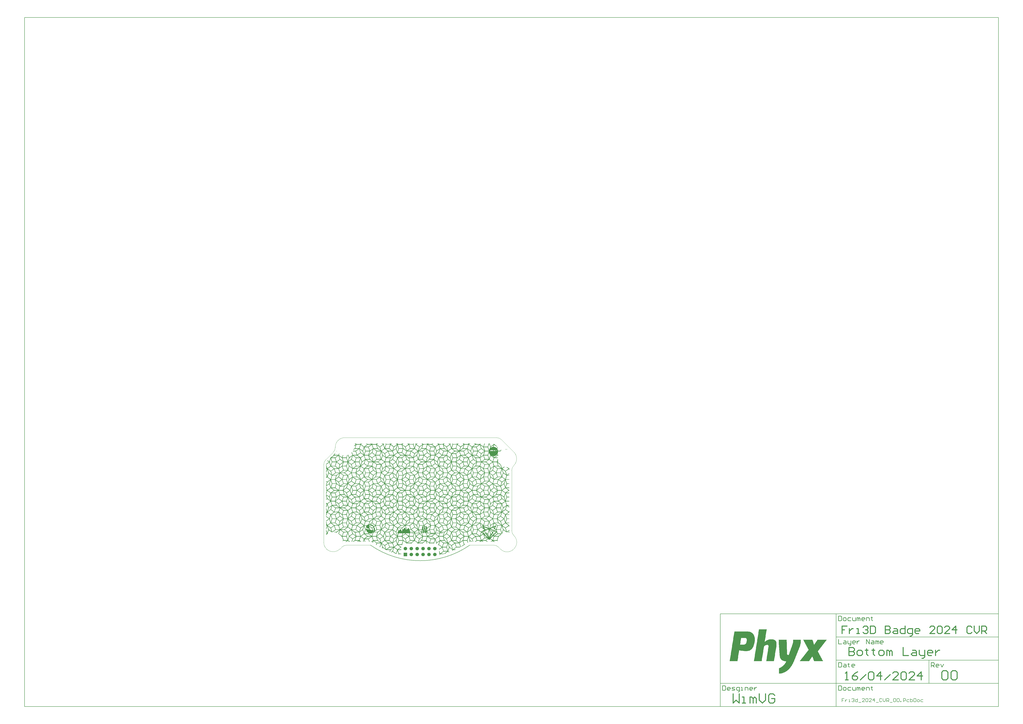
<source format=gbl>
G04*
G04 #@! TF.GenerationSoftware,Altium Limited,Altium Designer,24.4.1 (13)*
G04*
G04 Layer_Physical_Order=2*
G04 Layer_Color=3381759*
%FSLAX25Y25*%
%MOIN*%
G70*
G04*
G04 #@! TF.SameCoordinates,89CB3089-6BD8-41CF-BEDE-02629DB89CB6*
G04*
G04*
G04 #@! TF.FilePolarity,Positive*
G04*
G01*
G75*
%ADD10C,0.00787*%
%ADD11C,0.00591*%
%ADD12C,0.00394*%
%ADD13C,0.01575*%
%ADD14C,0.00984*%
%ADD38C,0.05906*%
%ADD39R,0.05906X0.05906*%
G36*
X72355Y205102D02*
X73397Y205067D01*
X73536Y204929D01*
X73606Y204894D01*
X73849Y204720D01*
X73935Y204772D01*
X73901Y204911D01*
X73849Y205033D01*
X73918Y205102D01*
X74682Y205067D01*
X74734Y205015D01*
X74769Y204876D01*
X74821Y204651D01*
X74908Y204460D01*
X74942Y204321D01*
X74995Y204130D01*
X75081Y204008D01*
X75134Y203956D01*
X81523Y203991D01*
X81541Y204113D01*
X81471Y204182D01*
X81419Y204477D01*
X81332Y204668D01*
X81298Y204807D01*
X81228Y205015D01*
X81315Y205102D01*
X82114Y205067D01*
X82218Y205033D01*
X82287Y205067D01*
X82392Y205102D01*
X83086Y205067D01*
X83103Y204911D01*
X83069Y204807D01*
X83086Y204755D01*
X83260Y204790D01*
X83399Y204929D01*
X83572Y205033D01*
X83746Y205102D01*
X84892Y205067D01*
X84909Y205015D01*
X84822Y204929D01*
X84579Y204790D01*
X84388Y204633D01*
X84197Y204512D01*
X84128Y204443D01*
X83954Y204338D01*
X83885Y204269D01*
X83815Y204234D01*
X83711Y204130D01*
X83538Y204026D01*
X82982Y203609D01*
X82930Y203557D01*
X82982Y203435D01*
X83156Y203331D01*
X84128Y202637D01*
X84319Y202480D01*
X84510Y202359D01*
X84579Y202289D01*
X84753Y202185D01*
X84822Y202116D01*
X84996Y202011D01*
X85066Y201942D01*
X85239Y201838D01*
X85309Y201768D01*
X85378Y201734D01*
X85482Y201629D01*
X85656Y201525D01*
X85725Y201456D01*
X85899Y201352D01*
X85968Y201282D01*
X86142Y201178D01*
X86212Y201109D01*
X86385Y201004D01*
X86455Y200935D01*
X86628Y200831D01*
X86698Y200761D01*
X86767Y200727D01*
X86871Y200623D01*
X87045Y200518D01*
X87114Y200449D01*
X87288Y200345D01*
X87357Y200275D01*
X87427Y200240D01*
X87670Y200067D01*
X87739Y200032D01*
X87844Y199928D01*
X87913Y199893D01*
X88017Y199789D01*
X88156Y199754D01*
X88260Y199789D01*
X88399Y199928D01*
X88503Y199963D01*
X88608Y200067D01*
X88677Y200101D01*
X88868Y200258D01*
X89077Y200397D01*
X89250Y200501D01*
X89267Y200553D01*
X89337Y200588D01*
X89528Y200744D01*
X89649Y200796D01*
X89754Y200900D01*
X89927Y201004D01*
X89997Y201074D01*
X90066Y201109D01*
X90622Y201525D01*
X90691Y201595D01*
X90865Y201699D01*
X91108Y201873D01*
X91542Y202203D01*
X91733Y202324D01*
X91803Y202394D01*
X91872Y202428D01*
X92115Y202602D01*
X92185Y202637D01*
X92289Y202741D01*
X92358Y202776D01*
X92549Y202932D01*
X93157Y203366D01*
X93348Y203487D01*
X93313Y203592D01*
X93157Y203748D01*
X93088Y203783D01*
X92983Y203887D01*
X92810Y203991D01*
X92740Y204061D01*
X92671Y204095D01*
X92428Y204269D01*
X92358Y204304D01*
X92254Y204408D01*
X92185Y204443D01*
X91403Y205015D01*
X91438Y205085D01*
X92671Y205102D01*
X92862Y204946D01*
X92983Y204859D01*
X93192Y204720D01*
X93261Y204685D01*
X93365Y204581D01*
X93435Y204547D01*
X93539Y204443D01*
X93713Y204338D01*
X93782Y204269D01*
X93921Y204304D01*
X93973Y204495D01*
X94008Y204633D01*
X94112Y204876D01*
X94147Y205050D01*
X94303Y205102D01*
X94963Y205067D01*
X95015Y205015D01*
X94980Y204876D01*
X94945Y204772D01*
X94911Y204633D01*
X94876Y204564D01*
X94806Y204390D01*
X94737Y204113D01*
X94702Y204008D01*
X94754Y203956D01*
X101179Y203991D01*
X101231Y204043D01*
X101266Y204182D01*
X101318Y204408D01*
X101405Y204599D01*
X101474Y204876D01*
X101509Y204981D01*
X101630Y205102D01*
X102429Y205067D01*
X102446Y204911D01*
X102377Y204842D01*
X102308Y204668D01*
X102238Y204356D01*
X102134Y204113D01*
X102082Y203887D01*
X102065Y203661D01*
X102117Y203609D01*
X102290Y203505D01*
X102360Y203435D01*
X102429Y203401D01*
X102533Y203296D01*
X102707Y203192D01*
X102776Y203123D01*
X102950Y203019D01*
X103020Y202949D01*
X103089Y202915D01*
X103332Y202741D01*
X103402Y202706D01*
X103506Y202602D01*
X103575Y202567D01*
X103679Y202463D01*
X103922Y202324D01*
X103992Y202255D01*
X104061Y202220D01*
X104166Y202116D01*
X104339Y202011D01*
X104409Y201942D01*
X104582Y201838D01*
X104652Y201768D01*
X104721Y201734D01*
X104825Y201629D01*
X104999Y201525D01*
X105069Y201456D01*
X105242Y201352D01*
X105312Y201282D01*
X105485Y201178D01*
X105555Y201109D01*
X105728Y201004D01*
X105798Y200935D01*
X105971Y200831D01*
X106041Y200761D01*
X106110Y200727D01*
X106214Y200623D01*
X106388Y200518D01*
X106457Y200449D01*
X106631Y200345D01*
X106701Y200275D01*
X106770Y200240D01*
X107013Y200067D01*
X107065Y200049D01*
X107100Y199980D01*
X107152Y199928D01*
X107291Y199963D01*
X107447Y200327D01*
X107482Y200536D01*
X107586Y200779D01*
X107621Y200918D01*
X107673Y201109D01*
X107760Y201300D01*
X107812Y201525D01*
X107881Y201699D01*
X107933Y201855D01*
X108003Y202133D01*
X108107Y202376D01*
X108159Y202602D01*
X108246Y202793D01*
X108281Y202932D01*
X108333Y203123D01*
X108420Y203314D01*
X108489Y203626D01*
X108593Y203870D01*
X108645Y204095D01*
X108697Y204217D01*
X108767Y204390D01*
X108819Y204616D01*
X108888Y204790D01*
X108941Y204981D01*
X108975Y205050D01*
X109027Y205102D01*
X109791Y205067D01*
X109809Y204911D01*
X109774Y204807D01*
X109687Y204581D01*
X109635Y204425D01*
X109583Y204199D01*
X109496Y204008D01*
X109427Y203731D01*
X109288Y203383D01*
X109236Y203123D01*
X109149Y202932D01*
X109114Y202793D01*
X109062Y202602D01*
X108975Y202411D01*
X108923Y202185D01*
X108854Y202011D01*
X108802Y201855D01*
X108750Y201629D01*
X108663Y201438D01*
X108593Y201161D01*
X108489Y200918D01*
X108454Y200779D01*
X108402Y200588D01*
X108316Y200397D01*
X108229Y200032D01*
X108107Y199737D01*
X108142Y199633D01*
X108194Y199581D01*
X108489Y199598D01*
X114236Y199581D01*
X114341Y199615D01*
X114445Y199581D01*
X114584Y199615D01*
X114636Y199772D01*
X114671Y199910D01*
X114775Y200154D01*
X114827Y200379D01*
X114914Y200570D01*
X114948Y200709D01*
X115000Y200900D01*
X115087Y201126D01*
X115122Y201265D01*
X115174Y201456D01*
X115226Y201508D01*
X115278Y201734D01*
X115313Y201873D01*
X115383Y202046D01*
X115435Y202203D01*
X115504Y202480D01*
X115608Y202724D01*
X115660Y202949D01*
X115747Y203140D01*
X115782Y203279D01*
X115834Y203470D01*
X115921Y203661D01*
X115990Y203974D01*
X116094Y204217D01*
X116129Y204356D01*
X116181Y204547D01*
X116233Y204599D01*
X116285Y204824D01*
X116320Y204998D01*
X116390Y205067D01*
X116528Y205102D01*
X117952Y205067D01*
X118004Y205015D01*
X118074Y204842D01*
X118109Y204703D01*
X118161Y204512D01*
X118247Y204321D01*
X118282Y204182D01*
X118334Y203991D01*
X118421Y203765D01*
X118456Y203626D01*
X118508Y203435D01*
X118595Y203244D01*
X118647Y203019D01*
X118716Y202845D01*
X118768Y202689D01*
X118821Y202463D01*
X118907Y202272D01*
X118977Y201994D01*
X119081Y201751D01*
X119116Y201612D01*
X119168Y201421D01*
X119255Y201230D01*
X119324Y200918D01*
X119428Y200675D01*
X119480Y200449D01*
X119550Y200275D01*
X119602Y200119D01*
X119637Y199980D01*
X119689Y199928D01*
X119828Y199963D01*
X119966Y200101D01*
X120036Y200136D01*
X120140Y200240D01*
X120314Y200345D01*
X120383Y200414D01*
X120557Y200518D01*
X120626Y200588D01*
X120800Y200692D01*
X120869Y200761D01*
X120939Y200796D01*
X121043Y200900D01*
X121217Y201004D01*
X122137Y201682D01*
X122189Y201734D01*
X122363Y201838D01*
X122432Y201907D01*
X122606Y202011D01*
X122675Y202081D01*
X122745Y202116D01*
X122988Y202289D01*
X123057Y202324D01*
X123161Y202428D01*
X123231Y202463D01*
X123335Y202567D01*
X123509Y202671D01*
X124429Y203348D01*
X124481Y203401D01*
X124655Y203505D01*
X124724Y203574D01*
X124898Y203678D01*
X124915Y203904D01*
X124811Y204078D01*
X124741Y204390D01*
X124689Y204512D01*
X124759Y204581D01*
X124967Y204547D01*
X125314Y204338D01*
X125558Y204199D01*
X125697Y204061D01*
X125766Y204026D01*
X125835Y203956D01*
X126026Y203904D01*
X126148Y203817D01*
X126530Y203574D01*
X126599Y203539D01*
X126704Y203435D01*
X126877Y203331D01*
X126981Y203227D01*
X127033Y203210D01*
X126999Y203140D01*
X126929Y203071D01*
X126947Y202949D01*
X127120Y202845D01*
X127190Y202776D01*
X127363Y202671D01*
X128284Y201994D01*
X128492Y201855D01*
X128579Y201768D01*
X128753Y201664D01*
X129256Y201161D01*
X129291Y201091D01*
X129812Y200570D01*
X129846Y200501D01*
X130472Y199876D01*
X130506Y199806D01*
X130628Y199720D01*
X130715Y199598D01*
X130871Y199442D01*
X130940Y199407D01*
X131652Y198695D01*
X131617Y198313D01*
X131479Y198001D01*
X131444Y197862D01*
X131392Y197671D01*
X131305Y197480D01*
X131236Y197167D01*
X131131Y196924D01*
X131079Y196698D01*
X130992Y196507D01*
X130958Y196368D01*
X130906Y196177D01*
X130858Y196073D01*
Y196026D01*
X130986D01*
Y195898D01*
Y195770D01*
X131114D01*
Y195642D01*
X131242D01*
Y195514D01*
Y195386D01*
X131370D01*
Y195258D01*
Y195130D01*
X131498D01*
Y195002D01*
Y194874D01*
X131626D01*
Y194746D01*
Y194618D01*
X131754D01*
Y194490D01*
Y194362D01*
X131882D01*
Y194234D01*
Y194106D01*
Y193978D01*
X132010D01*
Y193851D01*
Y193722D01*
Y193595D01*
Y193466D01*
X132138D01*
Y193339D01*
Y193210D01*
Y193083D01*
Y192955D01*
X132266D01*
Y192827D01*
Y192699D01*
Y192594D01*
X136167Y192583D01*
X136271Y192652D01*
X136306Y192791D01*
X136392Y193017D01*
X136445Y193173D01*
X136497Y193399D01*
X136583Y193590D01*
X136618Y193729D01*
X136670Y193920D01*
X136757Y194111D01*
X136792Y194250D01*
X136844Y194441D01*
X136913Y194510D01*
X137122Y194476D01*
X137608Y194198D01*
X137625Y194042D01*
X137591Y193937D01*
X137556Y193868D01*
X137486Y193694D01*
X137452Y193555D01*
X137400Y193364D01*
X137313Y193173D01*
X137261Y192948D01*
X137174Y192826D01*
X137018Y192635D01*
X136966Y192583D01*
X136931Y192514D01*
X136792Y192375D01*
X136757Y192305D01*
X136618Y192166D01*
X136583Y192097D01*
X136514Y192027D01*
X136479Y191958D01*
X136323Y191767D01*
X136080Y191732D01*
X135941Y191767D01*
X132394Y191756D01*
Y191675D01*
Y191547D01*
Y191419D01*
Y191291D01*
Y191163D01*
Y191035D01*
Y190907D01*
Y190779D01*
X132266D01*
Y190651D01*
Y190523D01*
Y190395D01*
Y190267D01*
Y190139D01*
Y190011D01*
Y189883D01*
X132138D01*
Y189755D01*
Y189627D01*
Y189499D01*
Y189371D01*
X132010D01*
Y189243D01*
Y189115D01*
Y188987D01*
Y188859D01*
X131882D01*
Y188731D01*
Y188603D01*
X131754D01*
Y188475D01*
Y188347D01*
Y188219D01*
X131626D01*
Y188091D01*
Y187963D01*
X131498D01*
Y187835D01*
Y187707D01*
X131370D01*
Y187579D01*
Y187452D01*
X131242D01*
Y187323D01*
Y187196D01*
X131213D01*
X131218Y187183D01*
X131270Y187027D01*
X131340Y186749D01*
X131444Y186506D01*
X131496Y186280D01*
X131583Y186089D01*
X131617Y185950D01*
X131670Y185759D01*
X131739Y185620D01*
X131808Y185585D01*
X131913Y185551D01*
X132572Y185516D01*
X132590Y185290D01*
X132486Y185047D01*
X132434Y184787D01*
X132364Y184717D01*
X131496Y184683D01*
X131427Y184613D01*
X131357Y184578D01*
X131253Y184474D01*
X131183Y184440D01*
X130940Y184266D01*
X130871Y184231D01*
X130767Y184127D01*
X130697Y184092D01*
X130506Y183936D01*
X130350Y183814D01*
X130280Y183780D01*
X129846Y183450D01*
X129655Y183328D01*
X129586Y183259D01*
X129412Y183155D01*
X129343Y183085D01*
X129273Y183050D01*
X129204Y182981D01*
X129135Y182946D01*
X128978Y182859D01*
X128961Y182807D01*
X128891Y182773D01*
X128700Y182616D01*
X128509Y182495D01*
X128440Y182425D01*
X128266Y182321D01*
X128197Y182252D01*
X128127Y182217D01*
X128023Y182113D01*
X127850Y182009D01*
X127780Y181939D01*
X127606Y181835D01*
X127537Y181765D01*
X127468Y181731D01*
X127363Y181627D01*
X127120Y181488D01*
X126929Y181366D01*
X126912Y181245D01*
X127016Y181210D01*
X131565Y181175D01*
X131583Y180915D01*
X131513Y180741D01*
X131548Y180602D01*
X131583Y180498D01*
X131548Y180429D01*
X131496Y180376D01*
X125766Y180342D01*
X125644Y180220D01*
X125558Y179856D01*
X125471Y179665D01*
X125401Y179352D01*
X125297Y179109D01*
X125245Y178883D01*
X125158Y178692D01*
X125124Y178553D01*
X125071Y178362D01*
X124985Y178171D01*
X124915Y177859D01*
X124811Y177616D01*
X124776Y177477D01*
X124724Y177286D01*
X124637Y177095D01*
X124585Y176869D01*
X124516Y176695D01*
X124464Y176539D01*
X124412Y176313D01*
X124325Y176122D01*
X124290Y175983D01*
X124238Y175792D01*
X124151Y175601D01*
X124116Y175462D01*
X124064Y175271D01*
X123977Y175081D01*
X123891Y174716D01*
X123839Y174664D01*
X123786Y174438D01*
X123769Y174212D01*
X123821Y174160D01*
X130176Y174195D01*
X130263Y174282D01*
X130333Y174594D01*
X130437Y174837D01*
X130489Y175063D01*
X130576Y175254D01*
X130610Y175393D01*
X130663Y175584D01*
X130749Y175775D01*
X130784Y175914D01*
X130836Y176140D01*
X130923Y176331D01*
X130958Y176470D01*
X131010Y176661D01*
X131097Y176852D01*
X131166Y177164D01*
X131270Y177407D01*
X131322Y177633D01*
X131409Y177824D01*
X131444Y177963D01*
X131496Y178154D01*
X131583Y178345D01*
X131617Y178484D01*
X131670Y178675D01*
X131808Y179022D01*
X131913Y179057D01*
X131965Y178866D01*
X132000Y178449D01*
X132069Y178275D01*
X132104Y178137D01*
X132138Y177893D01*
X132208Y177720D01*
X132243Y177546D01*
X132138Y177303D01*
X132086Y177077D01*
X132000Y176886D01*
X131965Y176747D01*
X131913Y176556D01*
X131826Y176365D01*
X131791Y176226D01*
X131739Y176035D01*
X131670Y175862D01*
X131565Y175480D01*
X131479Y175289D01*
X131427Y175098D01*
X131409Y175011D01*
X131461Y174959D01*
X131600Y174994D01*
X131739Y175133D01*
X131808Y175167D01*
X131878Y175237D01*
X131947Y175271D01*
X132191Y175445D01*
X132260Y175480D01*
X132399Y175619D01*
X132468Y175654D01*
X132538Y175723D01*
X132642Y175688D01*
X132729Y175462D01*
X132764Y175324D01*
X132798Y174976D01*
X132764Y174803D01*
X132555Y174664D01*
X132503Y174612D01*
X132329Y174507D01*
X132260Y174438D01*
X132191Y174403D01*
X132086Y174299D01*
X131913Y174195D01*
X131843Y174126D01*
X131670Y174021D01*
X131600Y173952D01*
X131531Y173917D01*
X131409Y173830D01*
X131374Y173691D01*
X131409Y173622D01*
X131531Y173570D01*
X131635Y173466D01*
X131808Y173362D01*
X131878Y173292D01*
X132052Y173188D01*
X132121Y173118D01*
X132295Y173014D01*
X132364Y172945D01*
X132434Y172910D01*
X132746Y172667D01*
X133475Y172146D01*
X133823Y171903D01*
X133892Y171868D01*
X133996Y171764D01*
X134066Y171729D01*
X134170Y171625D01*
X134344Y171521D01*
X134413Y171451D01*
X134587Y171347D01*
X134656Y171278D01*
X134726Y171243D01*
X134830Y171139D01*
X135073Y171000D01*
X135142Y170931D01*
X135212Y170896D01*
X135316Y170792D01*
X135490Y170687D01*
X135750Y170427D01*
X135785Y170358D01*
X135958Y170115D01*
X135993Y170045D01*
X136097Y169941D01*
X136132Y169871D01*
X136288Y169680D01*
X136375Y169559D01*
X136445Y169489D01*
X136479Y169420D01*
X136618Y169281D01*
X136653Y169212D01*
X136792Y169073D01*
X136827Y169003D01*
X136966Y168864D01*
X137000Y168795D01*
X137104Y168725D01*
X137139Y168656D01*
X137278Y168517D01*
X137330Y168291D01*
X137417Y168100D01*
X137452Y167961D01*
X137504Y167736D01*
X137591Y167545D01*
X137625Y167406D01*
X137677Y167215D01*
X137764Y167024D01*
X137834Y166711D01*
X137938Y166468D01*
X137990Y166242D01*
X138077Y166051D01*
X138146Y165773D01*
X138251Y165530D01*
X138285Y165392D01*
X138337Y165200D01*
X138424Y165009D01*
X138511Y164645D01*
X138563Y164593D01*
X138615Y164402D01*
X138650Y164228D01*
X138719Y164055D01*
X138771Y163898D01*
X138823Y163707D01*
X138893Y163534D01*
X138945Y163377D01*
X138980Y163169D01*
X139032Y163117D01*
X139206Y163152D01*
X139275Y163221D01*
X139344Y163256D01*
X139535Y163412D01*
X139744Y163551D01*
X139796Y163603D01*
X139970Y163707D01*
X140039Y163777D01*
X140108Y163811D01*
X140213Y163916D01*
X140386Y164020D01*
X140456Y164089D01*
X140629Y164193D01*
X140699Y164263D01*
X140768Y164298D01*
X140838Y164367D01*
X140907Y164402D01*
X141150Y164576D01*
X141341Y164732D01*
X141532Y164853D01*
X141966Y165183D01*
X142018Y165235D01*
X142262Y165374D01*
X142331Y165444D01*
X142400Y165478D01*
X142505Y165583D01*
X142696Y165635D01*
X142834Y165600D01*
X143008Y165530D01*
X143095Y165444D01*
X143286Y165392D01*
X143338Y165340D01*
X143390Y165322D01*
X143425Y165183D01*
X143407Y165131D01*
X143164Y164992D01*
X143095Y164923D01*
X142973Y164871D01*
X142956Y164819D01*
X142887Y164784D01*
X142696Y164628D01*
X142505Y164506D01*
X142435Y164436D01*
X142262Y164332D01*
X142192Y164263D01*
X142018Y164159D01*
X141949Y164089D01*
X141775Y163985D01*
X141706Y163916D01*
X141636Y163881D01*
X141532Y163777D01*
X141358Y163672D01*
X141289Y163603D01*
X141115Y163499D01*
X141046Y163429D01*
X140977Y163395D01*
X140907Y163325D01*
X140838Y163291D01*
X140595Y163117D01*
X140403Y162961D01*
X140213Y162839D01*
X139657Y162422D01*
X139605Y162370D01*
X139640Y162301D01*
X139726Y162214D01*
X139796Y162179D01*
X139865Y162110D01*
X140039Y162006D01*
X140108Y161936D01*
X140282Y161832D01*
X140351Y161762D01*
X140421Y161728D01*
X140525Y161624D01*
X140699Y161519D01*
X142105Y160495D01*
X142157Y160443D01*
X142331Y160339D01*
X142400Y160269D01*
X142574Y160165D01*
X142643Y160096D01*
X142765Y160044D01*
X142782Y159991D01*
X142852Y159957D01*
X143043Y159800D01*
X143234Y159679D01*
X144154Y159002D01*
X144206Y158950D01*
X144380Y158845D01*
X144727Y158602D01*
X144866Y158568D01*
X145109Y158741D01*
X145543Y159071D01*
X145734Y159193D01*
X145804Y159262D01*
X145977Y159366D01*
X146047Y159436D01*
X146116Y159470D01*
X146220Y159575D01*
X146411Y159661D01*
X146429Y159714D01*
X146498Y159748D01*
X146689Y159905D01*
X146880Y160026D01*
X146950Y160096D01*
X147123Y160200D01*
X147193Y160269D01*
X147262Y160304D01*
X147366Y160408D01*
X147540Y160512D01*
X148460Y161189D01*
X148669Y161328D01*
X148756Y161415D01*
X148929Y161519D01*
X148999Y161589D01*
X149172Y161693D01*
X149242Y161762D01*
X149415Y161867D01*
X149485Y161936D01*
X149606Y161988D01*
X149624Y162040D01*
X149693Y162075D01*
X150006Y162318D01*
X150023Y162370D01*
X149832Y162561D01*
X149763Y162596D01*
X149572Y162752D01*
X149433Y162822D01*
X149415Y162874D01*
X149346Y162908D01*
X149016Y163134D01*
X148929Y163221D01*
X148860Y163256D01*
X148669Y163412D01*
X148478Y163534D01*
X148044Y163864D01*
X147835Y164002D01*
X147783Y164055D01*
X147714Y164089D01*
X147523Y164245D01*
X147314Y164384D01*
X147262Y164436D01*
X147089Y164541D01*
X147019Y164610D01*
X146950Y164645D01*
X146880Y164714D01*
X146654Y164836D01*
X146672Y164957D01*
X146811Y164992D01*
X147366Y164957D01*
X147853Y164992D01*
X148096Y164853D01*
X148165Y164784D01*
X148235Y164749D01*
X148339Y164645D01*
X148512Y164541D01*
X148582Y164471D01*
X148756Y164367D01*
X148860Y164263D01*
X149033Y164159D01*
X149276Y163985D01*
X149467Y163829D01*
X149745Y163655D01*
X149797Y163603D01*
X149867Y163568D01*
X149971Y163464D01*
X150040Y163429D01*
X150231Y163273D01*
X150422Y163152D01*
X150492Y163082D01*
X150561Y163047D01*
X150631Y162978D01*
X150700Y162943D01*
X150943Y162770D01*
X151464Y162735D01*
X151516Y162683D01*
X151447Y162197D01*
X151412Y161641D01*
X151429Y159470D01*
X151395Y159401D01*
X151325Y159436D01*
X151221Y159714D01*
X151169Y159766D01*
X151117Y159991D01*
X151082Y160130D01*
X150995Y160356D01*
X150926Y160634D01*
X150822Y160877D01*
X150787Y161016D01*
X150735Y161207D01*
X150648Y161398D01*
X150596Y161589D01*
X150492Y161624D01*
X150318Y161519D01*
X150249Y161450D01*
X150179Y161415D01*
X149867Y161172D01*
X149624Y160998D01*
X149276Y160755D01*
X149207Y160721D01*
X149103Y160617D01*
X149033Y160582D01*
X148842Y160425D01*
X148686Y160304D01*
X148512Y160200D01*
X148443Y160130D01*
X148269Y160026D01*
X148200Y159957D01*
X148026Y159853D01*
X147957Y159783D01*
X147783Y159679D01*
X147714Y159609D01*
X147644Y159575D01*
X147540Y159470D01*
X147314Y159349D01*
X147297Y159297D01*
X147123Y159193D01*
X147054Y159123D01*
X146984Y159089D01*
X146741Y158915D01*
X146672Y158880D01*
X146568Y158776D01*
X146498Y158741D01*
X146394Y158637D01*
X146220Y158533D01*
X146151Y158463D01*
X145977Y158359D01*
X145908Y158290D01*
X145734Y158186D01*
X145665Y158116D01*
X145491Y158012D01*
X145422Y157942D01*
X145352Y157908D01*
X145300Y157856D01*
X145335Y157682D01*
X145439Y157439D01*
X145491Y157213D01*
X145578Y157022D01*
X145613Y156883D01*
X145665Y156692D01*
X145717Y156571D01*
X145786Y156397D01*
X145838Y156137D01*
X145925Y155946D01*
X145960Y155807D01*
X146012Y155616D01*
X146099Y155425D01*
X146151Y155199D01*
X146220Y155025D01*
X146273Y154869D01*
X146325Y154643D01*
X146411Y154452D01*
X146481Y154175D01*
X146585Y153931D01*
X146620Y153793D01*
X146672Y153567D01*
X146724Y153515D01*
X146793Y153237D01*
X146845Y153046D01*
X146932Y152855D01*
X146984Y152629D01*
X147054Y152456D01*
X147106Y152299D01*
X147175Y152022D01*
X147332Y151726D01*
X147471Y151761D01*
X147609Y151900D01*
X147783Y152004D01*
X147853Y152074D01*
X147922Y152108D01*
X148478Y152525D01*
X148964Y152872D01*
X149311Y153115D01*
X149381Y153150D01*
X149485Y153254D01*
X149554Y153289D01*
X149658Y153393D01*
X149832Y153497D01*
X149901Y153567D01*
X150075Y153671D01*
X150145Y153741D01*
X150214Y153775D01*
X150527Y154018D01*
X151013Y154366D01*
X151082Y154435D01*
X151186Y154470D01*
X151377Y154557D01*
X151412Y154452D01*
X151377Y153619D01*
X151221Y153463D01*
X151152Y153428D01*
X150909Y153254D01*
X150839Y153220D01*
X150735Y153115D01*
X150665Y153081D01*
X150561Y152977D01*
X150492Y152942D01*
X150249Y152768D01*
X150179Y152733D01*
X150040Y152594D01*
X149867Y152490D01*
X149433Y152160D01*
X149242Y152039D01*
X148495Y151501D01*
X148530Y151431D01*
X151308Y151396D01*
X151377Y151362D01*
X151412Y151223D01*
X151377Y150632D01*
X151325Y150580D01*
X147471Y150546D01*
X147349Y150424D01*
X147245Y150007D01*
X147141Y149764D01*
X147071Y149486D01*
X146967Y149243D01*
X146915Y149018D01*
X146845Y148844D01*
X146793Y148688D01*
X146741Y148462D01*
X146654Y148271D01*
X146620Y148132D01*
X146568Y147941D01*
X146481Y147750D01*
X146429Y147524D01*
X146359Y147351D01*
X146307Y147194D01*
X146238Y146917D01*
X146134Y146674D01*
X146081Y146448D01*
X145995Y146257D01*
X145960Y146118D01*
X145908Y145927D01*
X145821Y145736D01*
X145734Y145371D01*
X145647Y145180D01*
X145613Y145041D01*
X145561Y144850D01*
X145474Y144659D01*
X145439Y144520D01*
X145474Y144416D01*
X145526Y144364D01*
X151325Y144329D01*
X151377Y144277D01*
X151412Y144138D01*
X151377Y143617D01*
X151325Y143565D01*
X151186Y143531D01*
X145456Y143496D01*
X145439Y143270D01*
X145474Y143166D01*
X145578Y142923D01*
X145613Y142784D01*
X145665Y142593D01*
X145752Y142402D01*
X145804Y142176D01*
X145838Y142037D01*
X145925Y141846D01*
X145960Y141708D01*
X146012Y141516D01*
X146099Y141325D01*
X146168Y141013D01*
X146273Y140770D01*
X146325Y140544D01*
X146411Y140353D01*
X146446Y140214D01*
X146498Y140023D01*
X146585Y139832D01*
X146620Y139693D01*
X146672Y139502D01*
X146741Y139329D01*
X146845Y138947D01*
X146932Y138756D01*
X146984Y138530D01*
X147054Y138356D01*
X147106Y138200D01*
X147158Y137974D01*
X147245Y137783D01*
X147280Y137644D01*
X147332Y137453D01*
X147401Y137384D01*
X147540Y137349D01*
X151325Y137314D01*
X151377Y137262D01*
X151412Y137124D01*
X151377Y136568D01*
X151325Y136516D01*
X151186Y136481D01*
X147366Y136446D01*
X147314Y136394D01*
X147280Y136255D01*
X147228Y136064D01*
X147141Y135873D01*
X147071Y135561D01*
X146967Y135318D01*
X146915Y135092D01*
X146828Y134901D01*
X146793Y134762D01*
X146741Y134571D01*
X146654Y134380D01*
X146620Y134241D01*
X146585Y134067D01*
X146481Y133824D01*
X146411Y133547D01*
X146307Y133303D01*
X146255Y133078D01*
X146186Y132904D01*
X146134Y132748D01*
X146081Y132522D01*
X145995Y132331D01*
X145960Y132192D01*
X145908Y132001D01*
X145821Y131810D01*
X145786Y131671D01*
X145734Y131480D01*
X145647Y131289D01*
X145578Y130977D01*
X145474Y130734D01*
X145422Y130508D01*
X145404Y130352D01*
X145456Y130299D01*
X151325Y130265D01*
X151412Y130178D01*
X151377Y129553D01*
X151291Y129466D01*
X146255Y129431D01*
X146238Y129344D01*
X146325Y129258D01*
X146498Y129154D01*
X146741Y128980D01*
X147175Y128650D01*
X147228Y128598D01*
X147332Y128563D01*
X147436Y128459D01*
X147609Y128355D01*
X147714Y128251D01*
X147783Y128216D01*
X147853Y128146D01*
X147922Y128112D01*
X148078Y128025D01*
X148096Y127973D01*
X148165Y127938D01*
X148356Y127782D01*
X148547Y127660D01*
X148617Y127591D01*
X148721Y127556D01*
X148825Y127452D01*
X148894Y127417D01*
X148999Y127313D01*
X149242Y127174D01*
X149311Y127105D01*
X149381Y127070D01*
X149520Y126931D01*
X149693Y126827D01*
X149763Y126757D01*
X149936Y126653D01*
X150006Y126584D01*
X150075Y126549D01*
X150145Y126479D01*
X150214Y126445D01*
X150405Y126288D01*
X150596Y126167D01*
X150665Y126098D01*
X150839Y125993D01*
X150978Y125924D01*
X151082Y125959D01*
X151325Y125924D01*
X151412Y125837D01*
X151395Y125577D01*
X151412Y125281D01*
X151360Y125160D01*
X151221Y125125D01*
X150839Y125090D01*
X150596Y124917D01*
X150527Y124882D01*
X150422Y124778D01*
X150353Y124743D01*
X150249Y124639D01*
X150179Y124604D01*
X149936Y124431D01*
X149867Y124396D01*
X149763Y124292D01*
X149693Y124257D01*
X149120Y123858D01*
X149103Y123805D01*
X149033Y123771D01*
X148790Y123597D01*
X148721Y123562D01*
X148617Y123458D01*
X148547Y123424D01*
X148356Y123267D01*
X147401Y122590D01*
X147332Y122555D01*
X147228Y122451D01*
X147158Y122416D01*
X147054Y122312D01*
X146828Y122191D01*
X146811Y122139D01*
X146741Y122104D01*
X146550Y121948D01*
X146168Y121704D01*
X146203Y121635D01*
X146342Y121600D01*
X151256Y121618D01*
X151412Y121496D01*
X151377Y121045D01*
X151412Y120906D01*
X151360Y120819D01*
X151221Y120784D01*
X145422Y120749D01*
X145370Y120697D01*
X145439Y120524D01*
X145509Y120211D01*
X145578Y120142D01*
X145665Y119742D01*
X145752Y119551D01*
X145786Y119413D01*
X145838Y119221D01*
X145925Y119030D01*
X145960Y118892D01*
X146012Y118701D01*
X146099Y118510D01*
X146168Y118197D01*
X146273Y117954D01*
X146325Y117728D01*
X146411Y117537D01*
X146446Y117398D01*
X146498Y117207D01*
X146568Y117034D01*
X146672Y116652D01*
X146759Y116461D01*
X146793Y116322D01*
X146845Y116131D01*
X146932Y115940D01*
X147002Y115627D01*
X147106Y115384D01*
X147158Y115158D01*
X147245Y114967D01*
X147280Y114829D01*
X147332Y114637D01*
X147471Y114603D01*
X151325Y114568D01*
X151377Y114516D01*
X151412Y114377D01*
X151377Y114273D01*
X151395Y113874D01*
X151325Y113769D01*
X151082Y113735D01*
X147592Y113752D01*
X147418Y113717D01*
X147314Y113613D01*
X147262Y113318D01*
X147141Y113023D01*
X147089Y112797D01*
X147002Y112606D01*
X146898Y112189D01*
X146828Y112120D01*
X146741Y111720D01*
X146654Y111529D01*
X146620Y111390D01*
X146568Y111199D01*
X146481Y111009D01*
X146411Y110696D01*
X146307Y110453D01*
X146238Y110175D01*
X146134Y109932D01*
X146081Y109706D01*
X145995Y109515D01*
X145960Y109376D01*
X145908Y109185D01*
X145838Y109012D01*
X145734Y108630D01*
X145647Y108439D01*
X145613Y108300D01*
X145561Y108109D01*
X145474Y107918D01*
X145439Y107675D01*
X145474Y107571D01*
X151273Y107536D01*
X151343Y107501D01*
X151377Y107362D01*
X151395Y106893D01*
X151343Y106772D01*
X151186Y106720D01*
X145456Y106685D01*
X145439Y106424D01*
X145474Y106320D01*
X145578Y106077D01*
X145613Y105938D01*
X145665Y105747D01*
X145717Y105626D01*
X145752Y105522D01*
X145786Y105383D01*
X145838Y105192D01*
X145925Y105001D01*
X145960Y104862D01*
X146012Y104671D01*
X146099Y104480D01*
X146168Y104167D01*
X146273Y103924D01*
X146325Y103698D01*
X146411Y103507D01*
X146446Y103368D01*
X146498Y103177D01*
X146585Y102987D01*
X146620Y102848D01*
X146672Y102622D01*
X146759Y102431D01*
X146793Y102292D01*
X146845Y102101D01*
X146932Y101910D01*
X146984Y101684D01*
X147054Y101511D01*
X147106Y101354D01*
X147158Y101129D01*
X147280Y100833D01*
X147314Y100625D01*
X147401Y100538D01*
X147540Y100504D01*
X151325Y100469D01*
X151377Y100312D01*
X151343Y99757D01*
X151291Y99705D01*
X151048Y99670D01*
X150943Y99705D01*
X150839Y99670D01*
X148530Y99687D01*
X148565Y99583D01*
X148686Y99427D01*
X148860Y99323D01*
X149103Y99149D01*
X149450Y98906D01*
X149520Y98871D01*
X149624Y98767D01*
X149693Y98732D01*
X149797Y98628D01*
X149971Y98524D01*
X150040Y98454D01*
X150214Y98350D01*
X150284Y98281D01*
X150457Y98177D01*
X150527Y98107D01*
X150596Y98073D01*
X150700Y97968D01*
X150874Y97864D01*
X150943Y97795D01*
X151117Y97690D01*
X151221Y97586D01*
X151291Y97552D01*
X151343Y97500D01*
X151377Y97361D01*
X151343Y96597D01*
X151221Y96579D01*
X151030Y96736D01*
X150839Y96857D01*
X150770Y96926D01*
X150596Y97031D01*
X150527Y97100D01*
X150457Y97135D01*
X150353Y97239D01*
X150179Y97343D01*
X150110Y97413D01*
X149936Y97517D01*
X149867Y97586D01*
X149797Y97621D01*
X149554Y97795D01*
X149485Y97830D01*
X149381Y97934D01*
X149311Y97968D01*
X149207Y98073D01*
X149033Y98177D01*
X148964Y98246D01*
X148790Y98350D01*
X148721Y98420D01*
X148547Y98524D01*
X148478Y98593D01*
X148304Y98698D01*
X148235Y98767D01*
X148165Y98802D01*
X148061Y98906D01*
X147887Y99010D01*
X147818Y99080D01*
X147644Y99184D01*
X147575Y99253D01*
X147505Y99288D01*
X147401Y99392D01*
X147314Y99375D01*
X147245Y99201D01*
X147141Y98958D01*
X147071Y98646D01*
X146967Y98403D01*
X146915Y98177D01*
X146828Y97986D01*
X146793Y97847D01*
X146741Y97656D01*
X146672Y97482D01*
X146568Y97100D01*
X146481Y96909D01*
X146446Y96770D01*
X146394Y96579D01*
X146307Y96388D01*
X146238Y96076D01*
X146134Y95833D01*
X146081Y95607D01*
X145995Y95416D01*
X145960Y95277D01*
X145908Y95086D01*
X145821Y94895D01*
X145786Y94756D01*
X145752Y94582D01*
X145647Y94339D01*
X145613Y94200D01*
X145561Y94010D01*
X145509Y93957D01*
X145456Y93732D01*
X145422Y93558D01*
X145335Y93402D01*
X145370Y93159D01*
X145422Y93107D01*
X145595Y93002D01*
X145665Y92933D01*
X145838Y92829D01*
X145908Y92759D01*
X146081Y92655D01*
X146151Y92586D01*
X146273Y92533D01*
X146290Y92481D01*
X146359Y92447D01*
X146550Y92290D01*
X146741Y92169D01*
X147662Y91492D01*
X147714Y91440D01*
X147887Y91335D01*
X147957Y91266D01*
X148130Y91162D01*
X148200Y91092D01*
X148269Y91058D01*
X148339Y90988D01*
X148408Y90953D01*
X148651Y90780D01*
X148842Y90623D01*
X149033Y90502D01*
X149276Y90328D01*
X149346Y90259D01*
X149467Y90207D01*
X149485Y90155D01*
X149554Y90120D01*
X149988Y89790D01*
X150179Y89669D01*
X150422Y89495D01*
X150544Y89443D01*
X150613Y89477D01*
X150665Y89738D01*
X150752Y89929D01*
X150787Y90068D01*
X150839Y90294D01*
X150891Y90346D01*
X150961Y90623D01*
X151013Y90815D01*
X151100Y91005D01*
X151152Y91266D01*
X151291Y91474D01*
X151360Y91613D01*
X151377Y88366D01*
X151291Y88279D01*
X150839Y88245D01*
X150700Y88106D01*
X150527Y88002D01*
X150457Y87932D01*
X150284Y87828D01*
X150214Y87758D01*
X150145Y87724D01*
X150040Y87620D01*
X149867Y87515D01*
X149797Y87446D01*
X149624Y87342D01*
X149554Y87272D01*
X149381Y87168D01*
X149311Y87099D01*
X149137Y86994D01*
X149068Y86925D01*
X148999Y86890D01*
X148894Y86786D01*
X148721Y86682D01*
X148651Y86612D01*
X148478Y86508D01*
X148408Y86439D01*
X148339Y86404D01*
X148096Y86230D01*
X148026Y86196D01*
X147922Y86092D01*
X147853Y86057D01*
X147748Y85953D01*
X147575Y85848D01*
X147505Y85779D01*
X147332Y85675D01*
X147262Y85605D01*
X147089Y85501D01*
X147019Y85432D01*
X146950Y85397D01*
X146845Y85293D01*
X146672Y85189D01*
X146602Y85119D01*
X146429Y85015D01*
X146203Y84894D01*
X146238Y84789D01*
X146429Y84737D01*
X146533Y84772D01*
X151325Y84737D01*
X151377Y84685D01*
X151343Y83991D01*
X151186Y83938D01*
X145456Y83904D01*
X145439Y83748D01*
X145509Y83574D01*
X145613Y83331D01*
X145665Y83070D01*
X145752Y82879D01*
X145786Y82740D01*
X145838Y82549D01*
X145925Y82358D01*
X145995Y82046D01*
X146099Y81803D01*
X146134Y81664D01*
X146186Y81473D01*
X146238Y81421D01*
X146290Y81195D01*
X146325Y81056D01*
X146394Y80883D01*
X146446Y80726D01*
X146498Y80501D01*
X146585Y80309D01*
X146620Y80171D01*
X146672Y79980D01*
X146759Y79789D01*
X146793Y79650D01*
X146845Y79459D01*
X146932Y79268D01*
X147002Y78955D01*
X147106Y78712D01*
X147158Y78486D01*
X147210Y78365D01*
X147280Y78191D01*
X147332Y77931D01*
X147418Y77809D01*
X147471Y77757D01*
X151325Y77722D01*
X151377Y77670D01*
X151343Y76976D01*
X151152Y76924D01*
X147401Y76889D01*
X147314Y76802D01*
X147262Y76507D01*
X147193Y76333D01*
X147141Y76177D01*
X147071Y75899D01*
X146967Y75656D01*
X146915Y75430D01*
X146828Y75239D01*
X146793Y75100D01*
X146741Y74909D01*
X146654Y74718D01*
X146620Y74580D01*
X146585Y74406D01*
X146481Y74163D01*
X146446Y74024D01*
X146394Y73833D01*
X146342Y73781D01*
X146290Y73555D01*
X146255Y73416D01*
X146186Y73242D01*
X146134Y73086D01*
X146081Y72860D01*
X145995Y72670D01*
X145960Y72531D01*
X145908Y72340D01*
X145821Y72149D01*
X145786Y72010D01*
X145734Y71819D01*
X145647Y71628D01*
X145578Y71315D01*
X145474Y71072D01*
X145422Y70881D01*
X145404Y70864D01*
X145456Y70777D01*
X145595Y70742D01*
X151325Y70707D01*
X151377Y70655D01*
X151343Y69961D01*
X151291Y69909D01*
X151152Y69874D01*
X146307Y69891D01*
X146238Y69857D01*
X146273Y69787D01*
X146342Y69718D01*
X146377Y69648D01*
X146568Y69527D01*
X147974Y68502D01*
X148026Y68450D01*
X148200Y68346D01*
X148269Y68277D01*
X148443Y68172D01*
X148512Y68103D01*
X148582Y68068D01*
X148686Y67964D01*
X148860Y67860D01*
X148929Y67790D01*
X149103Y67686D01*
X149172Y67617D01*
X149346Y67513D01*
X149415Y67443D01*
X149589Y67339D01*
X149658Y67269D01*
X149832Y67165D01*
X149901Y67096D01*
X149971Y67061D01*
X150075Y66957D01*
X150249Y66853D01*
X150318Y66783D01*
X150492Y66679D01*
X150561Y66610D01*
X150735Y66505D01*
X150804Y66436D01*
X150978Y66366D01*
X151291Y66332D01*
X151343Y66280D01*
X151377Y66141D01*
X151343Y63258D01*
X151325Y63241D01*
X151169Y63397D01*
X151065Y63814D01*
X150995Y63988D01*
X150961Y64126D01*
X150909Y64318D01*
X150822Y64509D01*
X150787Y64648D01*
X150735Y64838D01*
X150648Y65030D01*
X150596Y65220D01*
X150509Y65238D01*
X150440Y65203D01*
X150405Y65134D01*
X150197Y64995D01*
X150145Y64943D01*
X149971Y64838D01*
X149901Y64769D01*
X149832Y64734D01*
X149728Y64630D01*
X149554Y64526D01*
X149485Y64456D01*
X149311Y64352D01*
X149242Y64283D01*
X149172Y64248D01*
X148929Y64074D01*
X148860Y64040D01*
X148756Y63936D01*
X148686Y63901D01*
X148582Y63797D01*
X148408Y63692D01*
X148339Y63623D01*
X148165Y63519D01*
X148096Y63449D01*
X147922Y63345D01*
X147853Y63276D01*
X147783Y63241D01*
X147679Y63137D01*
X147505Y63033D01*
X147436Y62963D01*
X147262Y62859D01*
X147193Y62789D01*
X147019Y62685D01*
X146950Y62616D01*
X146776Y62512D01*
X146707Y62442D01*
X146637Y62408D01*
X146394Y62234D01*
X146325Y62199D01*
X146220Y62095D01*
X146151Y62060D01*
X146047Y61956D01*
X145977Y61921D01*
X145734Y61748D01*
X145665Y61713D01*
X145561Y61609D01*
X145404Y61522D01*
X145370Y61453D01*
X145335Y61348D01*
X145370Y61244D01*
X145439Y61071D01*
X145491Y60845D01*
X145578Y60654D01*
X145613Y60515D01*
X145665Y60324D01*
X145752Y60133D01*
X145786Y59994D01*
X145838Y59768D01*
X145925Y59577D01*
X145960Y59438D01*
X146012Y59247D01*
X146099Y59056D01*
X146151Y58831D01*
X146220Y58657D01*
X146273Y58501D01*
X146325Y58275D01*
X146411Y58084D01*
X146481Y57806D01*
X146585Y57563D01*
X146620Y57424D01*
X146672Y57233D01*
X146759Y57042D01*
X146828Y56730D01*
X146932Y56486D01*
X146984Y56261D01*
X147054Y56087D01*
X147106Y55931D01*
X147175Y55653D01*
X147280Y55410D01*
X147314Y55306D01*
X147401Y55288D01*
X147540Y55427D01*
X147714Y55532D01*
X147957Y55705D01*
X148148Y55861D01*
X148426Y56035D01*
X148478Y56087D01*
X148547Y56122D01*
X148651Y56226D01*
X148721Y56261D01*
X149207Y56608D01*
X149276Y56643D01*
X149381Y56747D01*
X149450Y56782D01*
X149763Y57025D01*
X150006Y57198D01*
X150683Y57702D01*
X150874Y57823D01*
X150943Y57893D01*
X151117Y57997D01*
X151186Y58067D01*
X151360Y58136D01*
X151447Y58049D01*
X151464Y57268D01*
X151291Y57094D01*
X151117Y56990D01*
X151048Y56921D01*
X150978Y56886D01*
X150874Y56782D01*
X150700Y56678D01*
X150631Y56608D01*
X150457Y56504D01*
X150388Y56434D01*
X150318Y56400D01*
X150214Y56296D01*
X149971Y56157D01*
X149901Y56087D01*
X149832Y56052D01*
X149728Y55948D01*
X149554Y55844D01*
X149485Y55775D01*
X149311Y55670D01*
X149242Y55601D01*
X149068Y55497D01*
X148999Y55427D01*
X148929Y55393D01*
X148617Y55150D01*
X148495Y55063D01*
X148530Y54958D01*
X148686Y54941D01*
X148790Y54976D01*
X149346Y54941D01*
X149589Y54976D01*
X151690Y54958D01*
X151812Y54976D01*
X151968Y54854D01*
X152003Y54576D01*
X152107Y54333D01*
X152072Y54194D01*
X152020Y54142D01*
X150978Y54177D01*
X150874Y54212D01*
X150735Y54247D01*
X150405Y54299D01*
X150110Y54386D01*
X149971Y54420D01*
X149502Y54472D01*
X149363Y54507D01*
X149190Y54542D01*
X148981Y54576D01*
X148530Y54611D01*
X147974Y54646D01*
X147662Y54681D01*
X146168Y54715D01*
X145960Y54854D01*
X145873Y54941D01*
X145804Y54976D01*
X145734Y55045D01*
X145665Y55080D01*
X145422Y55254D01*
X145352Y55288D01*
X145213Y55427D01*
X145040Y55532D01*
X144970Y55601D01*
X144797Y55705D01*
X144606Y55861D01*
X144553Y55914D01*
X144380Y56018D01*
X144310Y56087D01*
X144137Y56191D01*
X144067Y56261D01*
X143894Y56365D01*
X143824Y56434D01*
X143755Y56469D01*
X143685Y56539D01*
X143616Y56573D01*
X143460Y56660D01*
X143442Y56712D01*
X143373Y56747D01*
X143182Y56903D01*
X142991Y57025D01*
X142070Y57702D01*
X142018Y57754D01*
X141845Y57858D01*
X141602Y58032D01*
X141532Y58101D01*
X141463Y58136D01*
X141393Y58205D01*
X141306Y58188D01*
X141133Y57806D01*
X141081Y57546D01*
X140994Y57355D01*
X140959Y57216D01*
X140907Y57025D01*
X140820Y56834D01*
X140786Y56695D01*
X140734Y56504D01*
X140647Y56278D01*
X140612Y56139D01*
X140560Y55948D01*
X140508Y55896D01*
X140456Y55670D01*
X140421Y55532D01*
X140351Y55358D01*
X140299Y55202D01*
X140247Y54976D01*
X140161Y54785D01*
X140091Y54507D01*
X139987Y54264D01*
X139952Y54125D01*
X139900Y53934D01*
X139813Y53743D01*
X139744Y53430D01*
X139640Y53187D01*
X139587Y52962D01*
X139501Y52875D01*
X139466Y52805D01*
X139414Y52753D01*
X139344Y52719D01*
X139240Y52614D01*
X139171Y52580D01*
X139032Y52441D01*
X138962Y52406D01*
X138893Y52337D01*
X138823Y52302D01*
X138754Y52232D01*
X138684Y52198D01*
X138580Y52093D01*
X138511Y52059D01*
X138059Y51607D01*
X137990Y51573D01*
X137938Y51521D01*
X137920Y51468D01*
X137851Y51434D01*
X137452Y51034D01*
X137417Y50965D01*
X137313Y50895D01*
X137278Y50826D01*
X136931Y50479D01*
X136913Y50427D01*
X136844Y50392D01*
X136358Y49767D01*
X136306Y49715D01*
X136271Y49645D01*
X136167Y49541D01*
X136132Y49472D01*
X135941Y49281D01*
X135767Y49176D01*
X135698Y49107D01*
X135628Y49072D01*
X135524Y48968D01*
X135281Y48829D01*
X135212Y48760D01*
X135142Y48725D01*
X135038Y48621D01*
X134864Y48517D01*
X134795Y48447D01*
X134621Y48343D01*
X134552Y48274D01*
X134378Y48169D01*
X134309Y48100D01*
X134135Y47996D01*
X134066Y47926D01*
X133996Y47892D01*
X133892Y47787D01*
X133823Y47753D01*
X133632Y47596D01*
X133597Y47492D01*
X133684Y47405D01*
X133805Y47353D01*
X133840Y47284D01*
X133909Y47214D01*
X133580Y46572D01*
X133371Y46607D01*
X133232Y46745D01*
X133093Y46780D01*
X132989Y46745D01*
X132937Y46554D01*
X132902Y46416D01*
X132798Y46172D01*
X132746Y45947D01*
X132659Y45756D01*
X132625Y45617D01*
X132572Y45426D01*
X132486Y45235D01*
X132399Y44870D01*
X132347Y44818D01*
X132295Y44627D01*
X132260Y44453D01*
X132191Y44280D01*
X132138Y44124D01*
X132069Y43846D01*
X131965Y43603D01*
X131913Y43377D01*
X131826Y43186D01*
X131791Y43047D01*
X131739Y42856D01*
X131652Y42665D01*
X131617Y42526D01*
X131565Y42335D01*
X131479Y42109D01*
X131444Y41971D01*
X131392Y41780D01*
X131340Y41727D01*
X131288Y41502D01*
X131253Y41363D01*
X131183Y41189D01*
X131131Y41033D01*
X131079Y40807D01*
X131062Y40651D01*
X131114Y40599D01*
X131183Y40564D01*
X131288Y40460D01*
X131461Y40356D01*
X131531Y40286D01*
X131600Y40251D01*
X131756Y40130D01*
X131791Y39991D01*
X131739Y39731D01*
X131670Y39557D01*
X131635Y39383D01*
X131565Y39279D01*
X131444Y39296D01*
X131409Y39366D01*
X131357Y39418D01*
X131183Y39522D01*
X131114Y39592D01*
X130940Y39696D01*
X130871Y39765D01*
X130801Y39800D01*
X130697Y39904D01*
X130524Y40008D01*
X130280Y40113D01*
X130142Y40078D01*
X124637Y40095D01*
X124533Y40026D01*
X124568Y39956D01*
X124846Y39783D01*
X124967Y39696D01*
X125037Y39626D01*
X125210Y39522D01*
X125280Y39453D01*
X125453Y39349D01*
X125523Y39279D01*
X125697Y39175D01*
X125766Y39105D01*
X125940Y39001D01*
X126009Y38932D01*
X126078Y38897D01*
X126183Y38793D01*
X126426Y38654D01*
X126495Y38585D01*
X126565Y38550D01*
X126669Y38446D01*
X126738Y38411D01*
X126947Y38272D01*
X127016Y38237D01*
X127068Y38185D01*
X127033Y38116D01*
X126738Y38098D01*
X126634Y38133D01*
X126165Y38185D01*
X125679Y38220D01*
X125540Y38255D01*
X125280Y38446D01*
X125210Y38480D01*
X125106Y38585D01*
X124933Y38689D01*
X124863Y38758D01*
X124794Y38793D01*
X124724Y38862D01*
X124655Y38897D01*
X124412Y39071D01*
X124221Y39227D01*
X124030Y39314D01*
X123977Y39262D01*
X124030Y39071D01*
X124082Y39019D01*
X124169Y38654D01*
X124290Y38359D01*
X124255Y38255D01*
X124203Y38203D01*
X123943Y38220D01*
X123786Y38203D01*
X123752Y38237D01*
X123648Y38203D01*
X123509Y38237D01*
X123422Y38324D01*
X123335Y38550D01*
X123283Y38741D01*
X123248Y38880D01*
X123144Y39123D01*
X123109Y39262D01*
X123057Y39453D01*
X122970Y39644D01*
X122936Y39748D01*
X122814Y39765D01*
X122727Y39713D01*
X122693Y39644D01*
X122502Y39522D01*
X122432Y39453D01*
X122258Y39349D01*
X122189Y39279D01*
X122015Y39175D01*
X121946Y39105D01*
X121772Y39001D01*
X121703Y38932D01*
X121633Y38897D01*
X121529Y38793D01*
X121356Y38689D01*
X121286Y38619D01*
X121113Y38515D01*
X121043Y38446D01*
X120974Y38411D01*
X120730Y38237D01*
X119515Y38272D01*
X119498Y38324D01*
X119619Y38446D01*
X119793Y38550D01*
X119984Y38706D01*
X120175Y38828D01*
X120244Y38897D01*
X120418Y39001D01*
X120487Y39071D01*
X120557Y39105D01*
X121113Y39522D01*
X121599Y39869D01*
X122397Y40460D01*
X122415Y40547D01*
X122363Y40599D01*
X122293Y40633D01*
X122224Y40703D01*
X122154Y40738D01*
X121998Y40824D01*
X121981Y40877D01*
X121911Y40911D01*
X121720Y41068D01*
X121529Y41189D01*
X121460Y41259D01*
X121286Y41363D01*
X121217Y41432D01*
X121147Y41467D01*
X121043Y41571D01*
X120869Y41675D01*
X120800Y41745D01*
X120626Y41849D01*
X120557Y41918D01*
X120383Y42023D01*
X120314Y42092D01*
X120140Y42196D01*
X120071Y42266D01*
X120001Y42300D01*
X119897Y42405D01*
X119723Y42509D01*
X119654Y42578D01*
X119480Y42682D01*
X119411Y42752D01*
X119237Y42856D01*
X119168Y42926D01*
X118994Y43030D01*
X118925Y43099D01*
X118899Y43112D01*
X117126Y41339D01*
X115433Y43031D01*
X114896Y42648D01*
X114549Y42405D01*
X114480Y42370D01*
X114375Y42266D01*
X114306Y42231D01*
X114202Y42127D01*
X114028Y42023D01*
X113959Y41953D01*
X113785Y41849D01*
X113716Y41780D01*
X113646Y41745D01*
X113542Y41641D01*
X113299Y41502D01*
X113229Y41432D01*
X113160Y41398D01*
X113056Y41293D01*
X112882Y41189D01*
X112813Y41120D01*
X112639Y41015D01*
X112570Y40946D01*
X112396Y40842D01*
X112327Y40772D01*
X112153Y40668D01*
X112083Y40599D01*
X112014Y40564D01*
X111962Y40512D01*
X112014Y40425D01*
X112083Y40390D01*
X112153Y40321D01*
X112222Y40286D01*
X112656Y39956D01*
X112847Y39835D01*
X112917Y39765D01*
X113091Y39661D01*
X113160Y39592D01*
X113282Y39540D01*
X113316Y39470D01*
X113507Y39349D01*
X113577Y39279D01*
X113750Y39175D01*
X113820Y39105D01*
X113993Y39001D01*
X114063Y38932D01*
X114236Y38828D01*
X114306Y38758D01*
X114480Y38654D01*
X114549Y38585D01*
X114619Y38550D01*
X114827Y38411D01*
X114896Y38376D01*
X114914Y38289D01*
X114757Y38237D01*
X113542Y38272D01*
X113403Y38411D01*
X113334Y38446D01*
X113229Y38550D01*
X113160Y38585D01*
X112917Y38758D01*
X112847Y38793D01*
X112743Y38897D01*
X112674Y38932D01*
X112431Y39105D01*
X112361Y39140D01*
X112257Y39244D01*
X112188Y39279D01*
X112083Y39383D01*
X111910Y39487D01*
X111840Y39557D01*
X111667Y39661D01*
X111597Y39731D01*
X111528Y39765D01*
X111076Y40078D01*
X105329Y40095D01*
X105260Y40060D01*
X105277Y39939D01*
X105450Y39835D01*
X105694Y39661D01*
X106128Y39331D01*
X106336Y39192D01*
X106388Y39140D01*
X106457Y39105D01*
X106944Y38758D01*
X107013Y38723D01*
X107117Y38619D01*
X107187Y38585D01*
X107395Y38446D01*
X107465Y38411D01*
X107517Y38359D01*
X107482Y38289D01*
X107291Y38237D01*
X107187Y38272D01*
X106145Y38307D01*
X106076Y38376D01*
X106006Y38411D01*
X105763Y38585D01*
X105694Y38619D01*
X105555Y38758D01*
X105381Y38862D01*
X105312Y38932D01*
X105207Y38967D01*
X105103Y39071D01*
X105034Y39105D01*
X104721Y39349D01*
X104478Y39522D01*
X104131Y39765D01*
X103974Y39678D01*
X103922Y39383D01*
X103853Y39210D01*
X103801Y39053D01*
X103766Y38914D01*
X103679Y38689D01*
X103627Y38533D01*
X103575Y38342D01*
X103506Y38272D01*
X102672Y38307D01*
X102655Y38428D01*
X102724Y38498D01*
X102829Y38914D01*
X102933Y39158D01*
X102898Y39296D01*
X102846Y39314D01*
X102655Y39158D01*
X102603Y39105D01*
X102429Y39001D01*
X102360Y38932D01*
X102290Y38897D01*
X102186Y38793D01*
X101943Y38654D01*
X101874Y38585D01*
X101804Y38550D01*
X101700Y38446D01*
X101526Y38342D01*
X101457Y38272D01*
X100224Y38255D01*
X100120Y38289D01*
X100137Y38411D01*
X100380Y38550D01*
X100623Y38723D01*
X100814Y38880D01*
X101005Y39001D01*
X101075Y39071D01*
X101249Y39175D01*
X101318Y39244D01*
X101387Y39279D01*
X101491Y39383D01*
X101665Y39487D01*
X101735Y39557D01*
X101908Y39661D01*
X101978Y39731D01*
X102047Y39765D01*
X102255Y39904D01*
X102325Y39939D01*
X102377Y39991D01*
X102360Y40078D01*
X102221Y40113D01*
X96491Y40078D01*
X96352Y39939D01*
X96178Y39835D01*
X96109Y39765D01*
X95935Y39661D01*
X95866Y39592D01*
X95796Y39557D01*
X95727Y39487D01*
X95657Y39453D01*
X95223Y39123D01*
X95032Y39001D01*
X94963Y38932D01*
X94789Y38828D01*
X94720Y38758D01*
X94650Y38723D01*
X94546Y38619D01*
X94372Y38515D01*
X94303Y38446D01*
X94129Y38342D01*
X94060Y38272D01*
X92862Y38255D01*
X92758Y38289D01*
X92775Y38411D01*
X93018Y38550D01*
X93452Y38880D01*
X93660Y39019D01*
X93747Y39105D01*
X93921Y39210D01*
X94112Y39366D01*
X94320Y39505D01*
X94372Y39557D01*
X94546Y39661D01*
X94616Y39731D01*
X94789Y39835D01*
X94893Y39939D01*
X95067Y40043D01*
X95501Y40373D01*
X95692Y40495D01*
X95796Y40599D01*
X95866Y40633D01*
X95918Y40686D01*
X95814Y40929D01*
X95779Y41068D01*
X95727Y41259D01*
X95640Y41450D01*
X95553Y41814D01*
X95501Y41866D01*
X95449Y42092D01*
X95414Y42231D01*
X95345Y42405D01*
X95293Y42561D01*
X95241Y42787D01*
X95154Y42978D01*
X95119Y43117D01*
X95067Y43308D01*
X94980Y43499D01*
X94945Y43637D01*
X94893Y43828D01*
X94806Y44019D01*
X94737Y44332D01*
X94633Y44575D01*
X94581Y44801D01*
X94494Y44992D01*
X94459Y45131D01*
X94407Y45322D01*
X94338Y45495D01*
X94286Y45652D01*
X94234Y45877D01*
X94147Y46068D01*
X94112Y46207D01*
X94060Y46398D01*
X93973Y46589D01*
X93938Y46728D01*
X93886Y46780D01*
X93713Y46745D01*
X93574Y46607D01*
X93504Y46572D01*
X93400Y46468D01*
X93226Y46363D01*
X93157Y46294D01*
X92983Y46190D01*
X92914Y46120D01*
X92740Y46016D01*
X92671Y45947D01*
X92601Y45912D01*
X92289Y45669D01*
X91941Y45426D01*
X91872Y45391D01*
X91768Y45287D01*
X91594Y45183D01*
X91525Y45113D01*
X91351Y45009D01*
X91282Y44940D01*
X91108Y44835D01*
X91039Y44766D01*
X90969Y44731D01*
X90865Y44627D01*
X90795Y44592D01*
X90552Y44419D01*
X90483Y44384D01*
X90379Y44280D01*
X90309Y44245D01*
X90205Y44141D01*
X89962Y44002D01*
X89893Y43933D01*
X89823Y43898D01*
X89719Y43794D01*
X89545Y43690D01*
X89476Y43620D01*
X89302Y43516D01*
X89233Y43446D01*
X89163Y43412D01*
X88851Y43169D01*
X88660Y43047D01*
X88625Y42943D01*
X88764Y42630D01*
X88816Y42405D01*
X88903Y42214D01*
X88972Y41936D01*
X89077Y41693D01*
X89111Y41554D01*
X89163Y41363D01*
X89250Y41137D01*
X89285Y40998D01*
X89337Y40807D01*
X89424Y40616D01*
X89476Y40390D01*
X89545Y40217D01*
X89597Y40060D01*
X89649Y39835D01*
X89771Y39540D01*
X89823Y39314D01*
X89910Y39123D01*
X89945Y38984D01*
X89997Y38793D01*
X90084Y38602D01*
X90136Y38411D01*
X90153Y38359D01*
X90101Y38272D01*
X89302Y38307D01*
X89146Y38706D01*
X89111Y38845D01*
X89059Y39036D01*
X89007Y39088D01*
X88955Y39279D01*
X88920Y39453D01*
X88851Y39626D01*
X88799Y39783D01*
X88764Y39922D01*
X88677Y40147D01*
X88625Y40304D01*
X88573Y40529D01*
X88486Y40720D01*
X88451Y40859D01*
X88399Y41050D01*
X88313Y41241D01*
X88278Y41380D01*
X88226Y41571D01*
X88139Y41762D01*
X88052Y42127D01*
X87965Y42318D01*
X87913Y42544D01*
X87844Y42717D01*
X87739Y42926D01*
X87566Y43099D01*
X87496Y43134D01*
X87392Y43238D01*
X87219Y43342D01*
X87149Y43412D01*
X86976Y43516D01*
X86906Y43585D01*
X86732Y43690D01*
X86663Y43759D01*
X86594Y43794D01*
X86524Y43863D01*
X86455Y43898D01*
X86264Y44054D01*
X86073Y44176D01*
X86003Y44245D01*
X85830Y44349D01*
X84909Y45026D01*
X84857Y45079D01*
X84684Y45183D01*
X84614Y45252D01*
X84440Y45356D01*
X84371Y45426D01*
X84302Y45461D01*
X84197Y45565D01*
X83954Y45704D01*
X83885Y45773D01*
X83815Y45808D01*
X83711Y45912D01*
X83538Y46016D01*
X83468Y46086D01*
X83364Y46120D01*
X83225Y46259D01*
X83017Y46363D01*
X82999Y46242D01*
X83103Y45999D01*
X83156Y45773D01*
X83242Y45582D01*
X83277Y45443D01*
X83329Y45217D01*
X83381Y45165D01*
X83451Y44888D01*
X83503Y44697D01*
X83590Y44506D01*
X83642Y44280D01*
X83711Y44106D01*
X83763Y43950D01*
X83833Y43672D01*
X83937Y43429D01*
X83989Y43203D01*
X84076Y43012D01*
X84110Y42873D01*
X84163Y42682D01*
X84249Y42491D01*
X84284Y42353D01*
X84319Y42179D01*
X84423Y41936D01*
X84458Y41797D01*
X84510Y41606D01*
X84562Y41554D01*
X84614Y41328D01*
X84649Y41189D01*
X84718Y41015D01*
X84805Y40790D01*
X84996Y40599D01*
X85066Y40564D01*
X85170Y40460D01*
X85413Y40321D01*
X85482Y40251D01*
X85552Y40217D01*
X85656Y40113D01*
X85830Y40008D01*
X85899Y39939D01*
X86073Y39835D01*
X86142Y39765D01*
X86316Y39661D01*
X86385Y39592D01*
X86455Y39557D01*
X86559Y39453D01*
X86732Y39349D01*
X86802Y39279D01*
X86976Y39175D01*
X87045Y39105D01*
X87219Y39001D01*
X87288Y38932D01*
X87462Y38828D01*
X87531Y38758D01*
X87601Y38723D01*
X87705Y38619D01*
X87948Y38480D01*
X88104Y38394D01*
X88087Y38272D01*
X87913Y38237D01*
X87809Y38272D01*
X86767Y38307D01*
X86698Y38376D01*
X86455Y38515D01*
X86385Y38585D01*
X86316Y38619D01*
X86212Y38723D01*
X86038Y38828D01*
X85968Y38897D01*
X85795Y39001D01*
X85725Y39071D01*
X85552Y39175D01*
X85482Y39244D01*
X85309Y39349D01*
X85239Y39418D01*
X85170Y39453D01*
X85066Y39557D01*
X84892Y39661D01*
X84788Y39765D01*
X84649Y39731D01*
X84597Y39678D01*
X84562Y39435D01*
X84492Y39366D01*
X84406Y39001D01*
X84336Y38828D01*
X84284Y38671D01*
X84232Y38446D01*
X84145Y38324D01*
X84093Y38272D01*
X83312Y38289D01*
X83277Y38394D01*
X83416Y38602D01*
X83468Y38897D01*
X83538Y39071D01*
X83590Y39227D01*
X83624Y39366D01*
X83711Y39592D01*
X83763Y39748D01*
X83833Y40026D01*
X83937Y40269D01*
X83972Y40512D01*
X83937Y40790D01*
X83798Y41102D01*
X83746Y41328D01*
X83676Y41502D01*
X83624Y41658D01*
X83572Y41884D01*
X83485Y42075D01*
X83451Y42214D01*
X83399Y42405D01*
X83312Y42596D01*
X83260Y42821D01*
X83225Y42960D01*
X83173Y43012D01*
X83103Y43290D01*
X83051Y43481D01*
X82964Y43672D01*
X82912Y43898D01*
X82843Y44071D01*
X82791Y44228D01*
X82739Y44453D01*
X82652Y44644D01*
X82617Y44783D01*
X82565Y44974D01*
X82478Y45165D01*
X82409Y45478D01*
X82305Y45721D01*
X82270Y45964D01*
X82235Y46034D01*
X82183Y46051D01*
X82096Y45964D01*
X81957Y45617D01*
X81923Y45408D01*
X81818Y45165D01*
X81784Y45026D01*
X81732Y44835D01*
X81645Y44644D01*
X81610Y44506D01*
X81558Y44315D01*
X81471Y44124D01*
X81419Y43898D01*
X81350Y43724D01*
X81298Y43568D01*
X81245Y43342D01*
X81159Y43151D01*
X81089Y42873D01*
X80985Y42630D01*
X80950Y42491D01*
X80898Y42266D01*
X80811Y42075D01*
X80777Y41936D01*
X80725Y41745D01*
X80638Y41554D01*
X80586Y41328D01*
X80516Y41154D01*
X80464Y40998D01*
X80395Y40720D01*
X80325Y40547D01*
X80360Y40338D01*
X80429Y40165D01*
X80481Y39939D01*
X80568Y39748D01*
X80603Y39609D01*
X80655Y39418D01*
X80707Y39296D01*
X80742Y39192D01*
X80811Y38914D01*
X80916Y38671D01*
X80950Y38533D01*
X81002Y38342D01*
X81089Y38151D01*
X81141Y37925D01*
X81211Y37751D01*
X81263Y37595D01*
X81332Y37317D01*
X81384Y37196D01*
X81315Y37091D01*
X81245Y37057D01*
X81141Y36952D01*
X80794Y36744D01*
X80638Y36761D01*
X80586Y36987D01*
X80516Y37161D01*
X80464Y37317D01*
X80412Y37543D01*
X80325Y37734D01*
X80256Y38012D01*
X80152Y38255D01*
X80117Y38394D01*
X80065Y38619D01*
X79978Y38776D01*
X79891Y39140D01*
X79804Y39331D01*
X79752Y39557D01*
X79683Y39731D01*
X79631Y39887D01*
X79596Y40026D01*
X79544Y40078D01*
X79388Y40095D01*
X73362Y40078D01*
X73258Y40113D01*
X73102Y40060D01*
X73085Y39974D01*
X73119Y39835D01*
X73189Y39661D01*
X73276Y39435D01*
X73310Y39192D01*
X73449Y38880D01*
X73484Y38671D01*
X73588Y38428D01*
X73623Y38289D01*
X73710Y38064D01*
X73762Y37907D01*
X73814Y37682D01*
X73901Y37491D01*
X73970Y37213D01*
X74074Y36970D01*
X74109Y36831D01*
X74161Y36640D01*
X74248Y36449D01*
X74335Y36084D01*
X74387Y36032D01*
X74439Y35806D01*
X74474Y35667D01*
X74543Y35494D01*
X74595Y35338D01*
X74665Y35060D01*
X74769Y34817D01*
X74821Y34591D01*
X74908Y34400D01*
X74942Y34261D01*
X74995Y34070D01*
X75081Y33948D01*
X75238Y33896D01*
X76227Y33914D01*
X76297Y33879D01*
X76279Y33792D01*
X76106Y33688D01*
X76036Y33619D01*
X75550Y33341D01*
X75481Y33271D01*
X75307Y33167D01*
X75134Y33098D01*
X74856Y33028D01*
X74786Y32959D01*
X74717Y32924D01*
X74526Y32768D01*
X74335Y32646D01*
X73779Y32264D01*
X73606Y32160D01*
X73362Y32021D01*
X73293Y31952D01*
X73154Y31917D01*
X73050Y31813D01*
X72876Y31743D01*
X72807Y31709D01*
X72737Y31639D01*
X72425Y31466D01*
X71939Y31188D01*
X71626Y31014D01*
X71557Y30945D01*
X71314Y30806D01*
X71001Y30632D01*
X70515Y30354D01*
X68327Y29139D01*
X67737Y28826D01*
X67493Y28722D01*
X61486Y28687D01*
X61416Y28618D01*
X61347Y28583D01*
X61260Y28531D01*
X61243Y28479D01*
X61173Y28444D01*
X60930Y28271D01*
X60861Y28236D01*
X60756Y28132D01*
X60687Y28097D01*
X60496Y27941D01*
X60305Y27819D01*
X60235Y27750D01*
X60114Y27698D01*
X60097Y27645D01*
X60027Y27611D01*
X59836Y27455D01*
X59645Y27333D01*
X58725Y26656D01*
X58673Y26604D01*
X58499Y26500D01*
X58065Y26169D01*
X58013Y26118D01*
X57770Y25979D01*
X57700Y25909D01*
X57631Y25874D01*
X57527Y25770D01*
X57353Y25666D01*
X57284Y25596D01*
X57110Y25492D01*
X56919Y25371D01*
X56884Y25232D01*
X60253Y25197D01*
X60218Y25128D01*
X60166Y25076D01*
X60097Y25041D01*
X59992Y24937D01*
X59784Y24902D01*
X59576Y24763D01*
X59402Y24728D01*
X59298Y24624D01*
X59107Y24572D01*
X58881Y24451D01*
X58638Y24381D01*
X55790Y24346D01*
X55669Y24225D01*
X55565Y23808D01*
X55460Y23565D01*
X55408Y23339D01*
X55356Y23218D01*
X55287Y23044D01*
X55252Y22940D01*
X55165Y22853D01*
X55096Y22818D01*
X54922Y22749D01*
X54610Y22610D01*
X54436Y22540D01*
X54332Y22506D01*
X54280Y22558D01*
X54314Y22801D01*
X54384Y22870D01*
X54436Y23096D01*
X54471Y23235D01*
X54540Y23409D01*
X54592Y23565D01*
X54662Y23843D01*
X54766Y24086D01*
X54818Y24312D01*
X54905Y24503D01*
X54870Y24676D01*
X54818Y24728D01*
X54644Y24833D01*
X54575Y24902D01*
X54505Y24937D01*
X54401Y25041D01*
X54158Y25180D01*
X54089Y25249D01*
X54019Y25284D01*
X53915Y25388D01*
X53741Y25492D01*
X53672Y25562D01*
X53498Y25666D01*
X53429Y25736D01*
X53255Y25840D01*
X53186Y25909D01*
X53116Y25944D01*
X53012Y26048D01*
X52838Y26152D01*
X52769Y26222D01*
X52595Y26326D01*
X52526Y26395D01*
X52352Y26500D01*
X52283Y26569D01*
X52109Y26673D01*
X52040Y26743D01*
X51970Y26777D01*
X51866Y26882D01*
X51623Y27020D01*
X51554Y27090D01*
X51484Y27125D01*
X51380Y27229D01*
X51310Y27264D01*
X51067Y27437D01*
X50998Y27472D01*
X50894Y27576D01*
X50824Y27611D01*
X50720Y27715D01*
X50546Y27819D01*
X49713Y28409D01*
X49626Y28392D01*
X49591Y28253D01*
X49557Y28080D01*
X49453Y27836D01*
X49400Y27611D01*
X49314Y27420D01*
X49279Y27281D01*
X49227Y27090D01*
X49140Y26899D01*
X49105Y26760D01*
X49071Y26586D01*
X48966Y26343D01*
X48897Y26065D01*
X48793Y25822D01*
X48741Y25596D01*
X48689Y25475D01*
X48619Y25301D01*
X48567Y25041D01*
X48480Y24850D01*
X48445Y24711D01*
X48393Y24520D01*
X48307Y24329D01*
X48272Y24190D01*
X48220Y23999D01*
X48133Y23808D01*
X48063Y23495D01*
X47959Y23252D01*
X47907Y23027D01*
X47820Y22836D01*
X47786Y22697D01*
X47734Y22506D01*
X47647Y22350D01*
X47803Y22124D01*
X47977Y22020D01*
X48046Y21950D01*
X48220Y21846D01*
X48289Y21777D01*
X48463Y21672D01*
X48532Y21603D01*
X48602Y21568D01*
X48706Y21464D01*
X48880Y21360D01*
X48949Y21290D01*
X49123Y21186D01*
X49192Y21117D01*
X49366Y21012D01*
X49435Y20943D01*
X49609Y20839D01*
X49661Y20683D01*
X49609Y20630D01*
X49244Y20544D01*
X49088Y20457D01*
X48845Y20422D01*
X48706Y20457D01*
X48567Y20596D01*
X48393Y20700D01*
X48324Y20769D01*
X48254Y20804D01*
X48150Y20908D01*
X47977Y21012D01*
X47907Y21082D01*
X47734Y21186D01*
X47664Y21256D01*
X47491Y21360D01*
X47421Y21429D01*
X47247Y21533D01*
X47178Y21568D01*
X47074Y21464D01*
X46900Y21360D01*
X46831Y21290D01*
X46657Y21186D01*
X46588Y21117D01*
X46414Y21012D01*
X46345Y20943D01*
X46275Y20908D01*
X46032Y20735D01*
X45963Y20700D01*
X45928Y20630D01*
X45754Y20526D01*
X45685Y20457D01*
X45511Y20353D01*
X45442Y20283D01*
X45268Y20179D01*
X45164Y20075D01*
X45094Y20040D01*
X45025Y19971D01*
X44955Y19936D01*
X44712Y19762D01*
X44643Y19728D01*
X44539Y19623D01*
X44365Y19519D01*
X44296Y19450D01*
X44122Y19346D01*
X44052Y19276D01*
X43983Y19241D01*
X43879Y19137D01*
X43705Y19033D01*
X43636Y18964D01*
X43462Y18859D01*
X43393Y18790D01*
X43323Y18755D01*
X43080Y18582D01*
X43011Y18547D01*
X42906Y18443D01*
X42733Y18338D01*
X42559Y18269D01*
X42299Y18217D01*
X42108Y18130D01*
X41969Y18095D01*
X41778Y18043D01*
X41604Y17974D01*
X41465Y17939D01*
X41292Y17904D01*
X41101Y17818D01*
X40962Y17783D01*
X40736Y17731D01*
X40562Y17661D01*
X40371Y17609D01*
X40233Y17574D01*
X40042Y17522D01*
X39746Y17436D01*
X39486Y17383D01*
X39295Y17331D01*
X34190Y17297D01*
X34103Y17210D01*
X34051Y17019D01*
X33964Y16828D01*
X33895Y16515D01*
X33791Y16272D01*
X33738Y16047D01*
X33599Y15838D01*
X33426Y15769D01*
X33096Y15717D01*
X32905Y15630D01*
X32766Y15664D01*
X32749Y15786D01*
X32783Y15890D01*
X32818Y16029D01*
X32922Y16272D01*
X32992Y16550D01*
X33096Y16793D01*
X33148Y17019D01*
X33235Y17210D01*
X33304Y17488D01*
X33270Y17627D01*
X33148Y17748D01*
X33079Y17783D01*
X32974Y17887D01*
X32801Y17991D01*
X32731Y18061D01*
X32558Y18165D01*
X32488Y18234D01*
X32315Y18338D01*
X32263Y18391D01*
X32228Y18634D01*
X32263Y19259D01*
X32419Y19276D01*
X32540Y19189D01*
X32558Y19137D01*
X32731Y19033D01*
X32836Y18929D01*
X32905Y18964D01*
X32922Y19120D01*
X32783Y19432D01*
X32749Y19641D01*
X32610Y19953D01*
X32558Y20214D01*
X32471Y20405D01*
X32436Y20544D01*
X32384Y20735D01*
X32297Y20926D01*
X32228Y21342D01*
X32263Y23600D01*
X32349Y23617D01*
X32401Y23565D01*
X32436Y23426D01*
X32488Y23200D01*
X32558Y23027D01*
X32662Y22645D01*
X32749Y22454D01*
X32801Y22228D01*
X32870Y22054D01*
X32922Y21898D01*
X32974Y21672D01*
X33061Y21481D01*
X33096Y21342D01*
X33148Y21151D01*
X33235Y20960D01*
X33270Y20821D01*
X33322Y20630D01*
X33391Y20457D01*
X33495Y20075D01*
X33582Y19884D01*
X33634Y19658D01*
X33704Y19485D01*
X33756Y19328D01*
X33825Y19050D01*
X33929Y18807D01*
X33981Y18582D01*
X34016Y18512D01*
X34225Y18547D01*
X34416Y18703D01*
X34624Y18842D01*
X34711Y18929D01*
X34885Y19033D01*
X35318Y19363D01*
X35371Y19415D01*
X35475Y19450D01*
X35787Y19693D01*
X35857Y19762D01*
X36031Y19866D01*
X36465Y20196D01*
X36517Y20248D01*
X36690Y20353D01*
X36933Y20526D01*
X37281Y20769D01*
X37350Y20804D01*
X37454Y20908D01*
X37524Y20943D01*
X37611Y20995D01*
X37628Y21047D01*
X37697Y21082D01*
X38375Y21586D01*
X38566Y21707D01*
X38809Y21881D01*
X39000Y22037D01*
X39208Y22176D01*
X39277Y22245D01*
X39243Y22558D01*
X39104Y22870D01*
X39069Y23079D01*
X38965Y23322D01*
X38895Y23600D01*
X38791Y23843D01*
X38739Y24069D01*
X38687Y24190D01*
X38618Y24364D01*
X38566Y24624D01*
X38479Y24815D01*
X38444Y24954D01*
X38392Y25145D01*
X38305Y25336D01*
X38270Y25475D01*
X38218Y25666D01*
X38131Y25857D01*
X38062Y26169D01*
X37958Y26413D01*
X37906Y26638D01*
X37819Y26829D01*
X37784Y26968D01*
X37732Y27159D01*
X37645Y27350D01*
X37611Y27489D01*
X37558Y27715D01*
X37472Y27906D01*
X37437Y28045D01*
X37385Y28236D01*
X37298Y28357D01*
X37176Y28375D01*
X37072Y28271D01*
X37003Y28236D01*
X36899Y28132D01*
X36656Y27993D01*
X36586Y27923D01*
X36517Y27889D01*
X36413Y27784D01*
X36239Y27680D01*
X36169Y27611D01*
X35996Y27507D01*
X35926Y27437D01*
X35753Y27333D01*
X35683Y27264D01*
X35614Y27229D01*
X35510Y27125D01*
X35336Y27020D01*
X35267Y26951D01*
X35093Y26847D01*
X35023Y26777D01*
X34954Y26743D01*
X34711Y26569D01*
X34641Y26534D01*
X34537Y26430D01*
X34468Y26395D01*
X34363Y26291D01*
X34190Y26187D01*
X34121Y26118D01*
X33947Y26013D01*
X33877Y25944D01*
X33704Y25840D01*
X33634Y25770D01*
X33461Y25666D01*
X33391Y25596D01*
X33322Y25562D01*
X33217Y25458D01*
X33044Y25354D01*
X32974Y25284D01*
X32801Y25180D01*
X32731Y25110D01*
X32558Y25006D01*
X32454Y24902D01*
X32315Y24867D01*
X32263Y24885D01*
X32228Y25023D01*
X32263Y25822D01*
X32315Y25909D01*
X32488Y26013D01*
X32558Y26083D01*
X32731Y26187D01*
X33652Y26864D01*
X33704Y26916D01*
X33877Y27020D01*
X33947Y27090D01*
X34121Y27194D01*
X34190Y27264D01*
X34259Y27298D01*
X34329Y27368D01*
X34398Y27402D01*
X34641Y27576D01*
X34832Y27732D01*
X35023Y27854D01*
X35458Y28184D01*
X35666Y28323D01*
X35787Y28409D01*
X35978Y28566D01*
X36169Y28687D01*
X36239Y28757D01*
X36413Y28861D01*
X36482Y28930D01*
X36604Y28982D01*
X36638Y29052D01*
X36673Y29156D01*
X36638Y29226D01*
X36447Y29347D01*
X36378Y29417D01*
X36308Y29451D01*
X36204Y29555D01*
X36031Y29660D01*
X35110Y30337D01*
X35058Y30389D01*
X34885Y30493D01*
X34815Y30563D01*
X34641Y30667D01*
X34572Y30736D01*
X34398Y30840D01*
X34329Y30910D01*
X34259Y30945D01*
X33947Y31188D01*
X33217Y31709D01*
X32870Y31952D01*
X32801Y31986D01*
X32697Y32091D01*
X32627Y32125D01*
X32523Y32230D01*
X32349Y32334D01*
X32280Y32403D01*
X32106Y32507D01*
X32037Y32577D01*
X31967Y32612D01*
X31655Y32855D01*
X31481Y32924D01*
X31412Y32889D01*
X31308Y32785D01*
X31134Y32681D01*
X31064Y32612D01*
X30891Y32507D01*
X30821Y32438D01*
X30648Y32473D01*
X30474Y32750D01*
X30353Y32941D01*
X30283Y33011D01*
X30318Y33150D01*
X30370Y33202D01*
X30439Y33237D01*
X30630Y33393D01*
X30821Y33514D01*
X30891Y33584D01*
X31064Y33688D01*
X31221Y33948D01*
X31325Y34365D01*
X31429Y34608D01*
X31481Y34834D01*
X31568Y35025D01*
X31603Y35164D01*
X31655Y35355D01*
X31742Y35546D01*
X31828Y35911D01*
X31915Y36102D01*
X31950Y36241D01*
X32002Y36432D01*
X32089Y36623D01*
X32158Y36935D01*
X32263Y37178D01*
X32315Y37404D01*
X32401Y37595D01*
X32436Y37734D01*
X32488Y37925D01*
X32575Y38116D01*
X32645Y38428D01*
X32749Y38671D01*
X32783Y38810D01*
X32836Y39001D01*
X32888Y39053D01*
X32922Y39192D01*
X32888Y39296D01*
X32801Y39314D01*
X32731Y39244D01*
X32662Y39210D01*
X32558Y39105D01*
X32488Y39071D01*
X32384Y38967D01*
X32315Y38932D01*
X32072Y38758D01*
X32002Y38723D01*
X31863Y38585D01*
X31742Y38533D01*
X31724Y38480D01*
X31655Y38446D01*
X31412Y38272D01*
X31342Y38237D01*
X31238Y38133D01*
X31169Y38098D01*
X30613Y37682D01*
X29206Y36657D01*
X28998Y36518D01*
X28946Y36466D01*
X28877Y36432D01*
X28686Y36275D01*
X28495Y36154D01*
X28182Y35911D01*
X28130Y35859D01*
X28095Y35720D01*
X28060Y35546D01*
X27956Y35303D01*
X27887Y35025D01*
X27731Y34869D01*
X27470Y34921D01*
X27158Y34956D01*
X27036Y35042D01*
X27019Y35094D01*
X27088Y35268D01*
X27140Y35494D01*
X27210Y35667D01*
X27262Y35824D01*
X27314Y36050D01*
X27366Y36171D01*
X27297Y36345D01*
X27262Y36484D01*
X27210Y36675D01*
X27123Y36866D01*
X27053Y37178D01*
X26949Y37421D01*
X26897Y37647D01*
X26810Y37838D01*
X26776Y37977D01*
X26724Y38168D01*
X26637Y38359D01*
X26602Y38498D01*
X26550Y38689D01*
X26463Y38880D01*
X26394Y39192D01*
X26289Y39435D01*
X26237Y39661D01*
X26185Y39783D01*
X26116Y39956D01*
X26064Y40217D01*
X25942Y40512D01*
X25890Y40738D01*
X25803Y40929D01*
X25769Y41068D01*
X25716Y41259D01*
X25630Y41484D01*
X25595Y41658D01*
X25543Y41710D01*
X25473Y41675D01*
X25421Y41623D01*
X25369Y41363D01*
X25282Y41172D01*
X25230Y40911D01*
X25143Y40720D01*
X25109Y40581D01*
X25057Y40390D01*
X24970Y40199D01*
X24935Y40060D01*
X24883Y39869D01*
X24796Y39678D01*
X24727Y39366D01*
X24622Y39123D01*
X24570Y38897D01*
X24484Y38706D01*
X24449Y38567D01*
X24397Y38376D01*
X24310Y38185D01*
X24275Y38046D01*
X24223Y37855D01*
X24136Y37630D01*
X24102Y37491D01*
X24049Y37300D01*
X23963Y37109D01*
X23928Y36970D01*
X23876Y36779D01*
X23789Y36588D01*
X23720Y36275D01*
X23685Y36171D01*
X23720Y36032D01*
X23754Y35928D01*
X23806Y35702D01*
X23893Y35546D01*
X23858Y35442D01*
X23112Y35424D01*
X22990Y35511D01*
X22956Y35650D01*
X22921Y35720D01*
X22869Y35772D01*
X16479Y35737D01*
X16427Y35685D01*
X16479Y35494D01*
X16444Y35424D01*
X15645Y35459D01*
X15593Y35615D01*
X15559Y35789D01*
X15402Y35980D01*
X15333Y36050D01*
X15263Y36084D01*
X15073Y36241D01*
X14882Y36362D01*
X14812Y36432D01*
X14638Y36536D01*
X14569Y36605D01*
X14500Y36640D01*
X14430Y36709D01*
X14361Y36744D01*
X14170Y36900D01*
X13979Y37022D01*
X13909Y37091D01*
X13735Y37196D01*
X13666Y37265D01*
X13597Y37300D01*
X13527Y37369D01*
X13458Y37404D01*
X13024Y37734D01*
X12833Y37855D01*
X12763Y37925D01*
X12589Y38029D01*
X12520Y38098D01*
X12451Y38133D01*
X12346Y38237D01*
X12173Y38342D01*
X12103Y38411D01*
X11930Y38515D01*
X11860Y38585D01*
X11791Y38619D01*
X11687Y38723D01*
X11444Y38862D01*
X11374Y38932D01*
X11305Y38967D01*
X11200Y39071D01*
X11027Y39175D01*
X10923Y39279D01*
X10766Y39262D01*
X10801Y38984D01*
X10905Y38741D01*
X10940Y38602D01*
X10992Y38411D01*
X11079Y38220D01*
X11148Y37907D01*
X11253Y37664D01*
X11305Y37439D01*
X11391Y37248D01*
X11426Y37109D01*
X11478Y36918D01*
X11548Y36744D01*
X11600Y36553D01*
X11635Y36414D01*
X11739Y36171D01*
X11773Y36032D01*
X11825Y35841D01*
X11912Y35650D01*
X11947Y35511D01*
X11912Y35442D01*
X11756Y35390D01*
X11652Y35424D01*
X11218Y35407D01*
X11114Y35442D01*
X11044Y35615D01*
X10940Y35859D01*
X10888Y36119D01*
X10801Y36310D01*
X10766Y36449D01*
X10714Y36640D01*
X10627Y36831D01*
X10558Y37143D01*
X10454Y37387D01*
X10402Y37612D01*
X10315Y37803D01*
X10245Y38081D01*
X10141Y38324D01*
X10107Y38463D01*
X10054Y38654D01*
X9968Y38880D01*
X9933Y39019D01*
X9881Y39210D01*
X9794Y39401D01*
X9742Y39626D01*
X9690Y39748D01*
X9499Y39765D01*
X9377Y39678D01*
X9360Y39626D01*
X9117Y39487D01*
X9047Y39418D01*
X8978Y39383D01*
X8874Y39279D01*
X8700Y39175D01*
X8631Y39105D01*
X8457Y39001D01*
X8388Y38932D01*
X8266Y38880D01*
X8249Y38828D01*
X8179Y38793D01*
X7988Y38637D01*
X7797Y38515D01*
X7728Y38446D01*
X7554Y38342D01*
X7485Y38272D01*
X7311Y38168D01*
X7242Y38098D01*
X7068Y37994D01*
X6998Y37925D01*
X6929Y37890D01*
X6616Y37647D01*
X5887Y37126D01*
X5540Y36883D01*
X5488Y36866D01*
X5470Y36814D01*
X5401Y36779D01*
X5210Y36623D01*
X5019Y36501D01*
X4950Y36432D01*
X4776Y36327D01*
X4706Y36258D01*
X4637Y36223D01*
X4567Y36154D01*
X4498Y36119D01*
X4411Y36032D01*
X4446Y35754D01*
X4585Y35546D01*
X4498Y35424D01*
X3665Y35459D01*
X3613Y35615D01*
X3560Y35737D01*
X3421Y35772D01*
X-2864Y35737D01*
X-2916Y35685D01*
X-2881Y35476D01*
X-2934Y35424D01*
X-3055Y35407D01*
X-4913Y35424D01*
X-5017Y35390D01*
X-5174Y35442D01*
X-5139Y35581D01*
X-4792Y35789D01*
X-4670Y35911D01*
X-4496Y36015D01*
X-4271Y36171D01*
X-4323Y36293D01*
X-4392Y36327D01*
X-4496Y36432D01*
X-4566Y36466D01*
X-4670Y36570D01*
X-4844Y36675D01*
X-4913Y36744D01*
X-5087Y36848D01*
X-5156Y36918D01*
X-5226Y36952D01*
X-5469Y37126D01*
X-5538Y37161D01*
X-5642Y37265D01*
X-5712Y37300D01*
X-5816Y37404D01*
X-5886Y37439D01*
X-6129Y37612D01*
X-6198Y37647D01*
X-6302Y37751D01*
X-6476Y37855D01*
X-6545Y37925D01*
X-6719Y38029D01*
X-6788Y38098D01*
X-6858Y38133D01*
X-6962Y38237D01*
X-7136Y38342D01*
X-7205Y38411D01*
X-7379Y38515D01*
X-7448Y38585D01*
X-7518Y38619D01*
X-7622Y38723D01*
X-7796Y38828D01*
X-8959Y39678D01*
X-9011Y39731D01*
X-9254Y39869D01*
X-9324Y39939D01*
X-9393Y39974D01*
X-9497Y40008D01*
X-9567Y39974D01*
X-9810Y39800D01*
X-10157Y39557D01*
X-10226Y39522D01*
X-10331Y39418D01*
X-10400Y39383D01*
X-10504Y39279D01*
X-10678Y39175D01*
X-10747Y39105D01*
X-10921Y39001D01*
X-10990Y38932D01*
X-11060Y38897D01*
X-11129Y38828D01*
X-11199Y38793D01*
X-11442Y38619D01*
X-11633Y38463D01*
X-11824Y38342D01*
X-11893Y38272D01*
X-12067Y38168D01*
X-12136Y38098D01*
X-12310Y37994D01*
X-12380Y37925D01*
X-12553Y37821D01*
X-12623Y37751D01*
X-12692Y37716D01*
X-12796Y37612D01*
X-12970Y37508D01*
X-13039Y37439D01*
X-13213Y37334D01*
X-13282Y37265D01*
X-13456Y37161D01*
X-13525Y37091D01*
X-13699Y36987D01*
X-13769Y36918D01*
X-13890Y36866D01*
X-13907Y36814D01*
X-13977Y36779D01*
X-14168Y36623D01*
X-14359Y36501D01*
X-14428Y36432D01*
X-14602Y36327D01*
X-14689Y36241D01*
X-14672Y36119D01*
X-14428Y35980D01*
X-14359Y35911D01*
X-14289Y35876D01*
X-14185Y35772D01*
X-14012Y35667D01*
X-13786Y35546D01*
X-13821Y35442D01*
X-14012Y35390D01*
X-14116Y35424D01*
X-15279Y35442D01*
X-16061Y35424D01*
X-16113Y35476D01*
X-16078Y35720D01*
X-16130Y35772D01*
X-16234Y35806D01*
X-16338Y35772D01*
X-22433Y35789D01*
X-22555Y35737D01*
X-22607Y35581D01*
X-22641Y35511D01*
X-22728Y35424D01*
X-23510Y35442D01*
X-23544Y35546D01*
X-23440Y35720D01*
X-23371Y35997D01*
X-23405Y36067D01*
X-23596Y36258D01*
X-23770Y36362D01*
X-23840Y36432D01*
X-23909Y36466D01*
X-23978Y36536D01*
X-24048Y36570D01*
X-24482Y36900D01*
X-24673Y37022D01*
X-24742Y37091D01*
X-24916Y37196D01*
X-24985Y37265D01*
X-25055Y37300D01*
X-25159Y37404D01*
X-25333Y37508D01*
X-25402Y37578D01*
X-25576Y37682D01*
X-25645Y37751D01*
X-25819Y37855D01*
X-25888Y37925D01*
X-26062Y38029D01*
X-26131Y38098D01*
X-26201Y38133D01*
X-26305Y38237D01*
X-26479Y38342D01*
X-26548Y38411D01*
X-26722Y38515D01*
X-26791Y38585D01*
X-26965Y38689D01*
X-27034Y38758D01*
X-27104Y38793D01*
X-27173Y38862D01*
X-27243Y38897D01*
X-27399Y38984D01*
X-27434Y39053D01*
X-27625Y39175D01*
X-28528Y39800D01*
X-28632Y39765D01*
X-28684Y39713D01*
X-28753Y39435D01*
X-28840Y39210D01*
X-28892Y39053D01*
X-28944Y38828D01*
X-29031Y38637D01*
X-29066Y38498D01*
X-29118Y38307D01*
X-29205Y38116D01*
X-29240Y37977D01*
X-29292Y37786D01*
X-29379Y37595D01*
X-29465Y37230D01*
X-29517Y37178D01*
X-29570Y36952D01*
X-29604Y36814D01*
X-29674Y36640D01*
X-29726Y36484D01*
X-29778Y36258D01*
X-29865Y36067D01*
X-29899Y35928D01*
X-29952Y35737D01*
X-30038Y35546D01*
X-30073Y35407D01*
X-30125Y35216D01*
X-30212Y35025D01*
X-30281Y34712D01*
X-30386Y34469D01*
X-30438Y34244D01*
X-30525Y34053D01*
X-30559Y33914D01*
X-30594Y33671D01*
X-30542Y33619D01*
X-30472Y33584D01*
X-30334Y33445D01*
X-30160Y33341D01*
X-30143Y33219D01*
X-30212Y33150D01*
X-30351Y32907D01*
X-30507Y32681D01*
X-30611Y32646D01*
X-30924Y32889D01*
X-31271Y33098D01*
X-36949Y33115D01*
X-37071Y33063D01*
X-37088Y33011D01*
X-37001Y32924D01*
X-36827Y32820D01*
X-36584Y32646D01*
X-36393Y32490D01*
X-36202Y32368D01*
X-36133Y32299D01*
X-35959Y32195D01*
X-35890Y32125D01*
X-35716Y32021D01*
X-35647Y31952D01*
X-35473Y31848D01*
X-35404Y31778D01*
X-35230Y31674D01*
X-35161Y31604D01*
X-35091Y31570D01*
X-34987Y31466D01*
X-34813Y31361D01*
X-34744Y31292D01*
X-34570Y31188D01*
X-34501Y31118D01*
X-34327Y31014D01*
X-34258Y30945D01*
X-34084Y30840D01*
X-34015Y30771D01*
X-33945Y30736D01*
X-33841Y30632D01*
X-33667Y30528D01*
X-33598Y30458D01*
X-33424Y30354D01*
X-33355Y30285D01*
X-33285Y30250D01*
X-33042Y30076D01*
X-32973Y30042D01*
X-32869Y29937D01*
X-32799Y29903D01*
X-32695Y29799D01*
X-32625Y29764D01*
X-32417Y29625D01*
X-32278Y29590D01*
X-31931Y29555D01*
X-31914Y29399D01*
X-32018Y29156D01*
X-32052Y28913D01*
X-32087Y28809D01*
X-32139Y28757D01*
X-32521Y28722D01*
X-32660Y28583D01*
X-32730Y28548D01*
X-32834Y28444D01*
X-33007Y28340D01*
X-33077Y28271D01*
X-33251Y28166D01*
X-33320Y28097D01*
X-33494Y27993D01*
X-33563Y27923D01*
X-33737Y27819D01*
X-33806Y27750D01*
X-33876Y27715D01*
X-33980Y27611D01*
X-34154Y27507D01*
X-34223Y27437D01*
X-34397Y27333D01*
X-34466Y27264D01*
X-34640Y27159D01*
X-34709Y27090D01*
X-34883Y26986D01*
X-34952Y26916D01*
X-35022Y26882D01*
X-35126Y26777D01*
X-35300Y26673D01*
X-35369Y26604D01*
X-35543Y26500D01*
X-35612Y26430D01*
X-35786Y26326D01*
X-35855Y26256D01*
X-35925Y26222D01*
X-36480Y25805D01*
X-36723Y25631D01*
X-37123Y25371D01*
X-37105Y25284D01*
X-36966Y25249D01*
X-32226Y25232D01*
X-32191Y25093D01*
X-32226Y24433D01*
X-32382Y24381D01*
X-37869Y24346D01*
X-37887Y24086D01*
X-37748Y23773D01*
X-37696Y23548D01*
X-37609Y23357D01*
X-37574Y23218D01*
X-37522Y23027D01*
X-37435Y22836D01*
X-37400Y22697D01*
X-37348Y22506D01*
X-37262Y22280D01*
X-37227Y22141D01*
X-37175Y21950D01*
X-37123Y21898D01*
X-37071Y21672D01*
X-37036Y21533D01*
X-36966Y21360D01*
X-36914Y21204D01*
X-36862Y20978D01*
X-36741Y20683D01*
X-36706Y20474D01*
X-36567Y20162D01*
X-36532Y19953D01*
X-36428Y19710D01*
X-36359Y19432D01*
X-36255Y19189D01*
X-36202Y18964D01*
X-36150Y18842D01*
X-36081Y18668D01*
X-36029Y18408D01*
X-35942Y18286D01*
X-35890Y18200D01*
X-35751Y18165D01*
X-32243Y18130D01*
X-32191Y17974D01*
X-32226Y17418D01*
X-32278Y17366D01*
X-32417Y17331D01*
X-32556Y17366D01*
X-35629Y17349D01*
X-35820Y17366D01*
X-35907Y17279D01*
X-35942Y17210D01*
X-36046Y16967D01*
X-36081Y16828D01*
X-36133Y16637D01*
X-36237Y16533D01*
X-36515Y16567D01*
X-36619Y16602D01*
X-36827Y16637D01*
X-36949Y16724D01*
X-36914Y17036D01*
X-36880Y17140D01*
X-36775Y17383D01*
X-36741Y17522D01*
X-36706Y17765D01*
X-36758Y18061D01*
X-36827Y18234D01*
X-36880Y18391D01*
X-36914Y18530D01*
X-37001Y18755D01*
X-37053Y18912D01*
X-37123Y19189D01*
X-37227Y19432D01*
X-37279Y19658D01*
X-37366Y19849D01*
X-37400Y19988D01*
X-37453Y20179D01*
X-37539Y20370D01*
X-37609Y20683D01*
X-37713Y20926D01*
X-37765Y21151D01*
X-37835Y21325D01*
X-37887Y21481D01*
X-37921Y21620D01*
X-38008Y21846D01*
X-38060Y22002D01*
X-38113Y22228D01*
X-38199Y22419D01*
X-38234Y22558D01*
X-38286Y22749D01*
X-38373Y22940D01*
X-38425Y23235D01*
X-38529Y23270D01*
X-38581Y23218D01*
X-38616Y23079D01*
X-38720Y22836D01*
X-38790Y22523D01*
X-38894Y22280D01*
X-38946Y22054D01*
X-39033Y21863D01*
X-39068Y21724D01*
X-39119Y21533D01*
X-39206Y21342D01*
X-39241Y21204D01*
X-39293Y21012D01*
X-39380Y20821D01*
X-39450Y20509D01*
X-39554Y20266D01*
X-39606Y20040D01*
X-39693Y19849D01*
X-39727Y19710D01*
X-39779Y19519D01*
X-39866Y19328D01*
X-39901Y19189D01*
X-39953Y18964D01*
X-40040Y18773D01*
X-40075Y18634D01*
X-40127Y18443D01*
X-40214Y18252D01*
X-40266Y18026D01*
X-40335Y17852D01*
X-40422Y17731D01*
X-40578Y17713D01*
X-40682Y17748D01*
X-40821Y17783D01*
X-41047Y17870D01*
X-41238Y17922D01*
X-41446Y17956D01*
X-41689Y18061D01*
X-41828Y18095D01*
X-42037Y18130D01*
X-42141Y18234D01*
X-42314Y18338D01*
X-42384Y18408D01*
X-42557Y18512D01*
X-42627Y18582D01*
X-42696Y18616D01*
X-42940Y18790D01*
X-43009Y18825D01*
X-43113Y18929D01*
X-43183Y18964D01*
X-43287Y19068D01*
X-43461Y19172D01*
X-43530Y19241D01*
X-43704Y19346D01*
X-43773Y19415D01*
X-43947Y19519D01*
X-44016Y19589D01*
X-44086Y19623D01*
X-44155Y19693D01*
X-44225Y19728D01*
X-44416Y19884D01*
X-44607Y20005D01*
X-44676Y20075D01*
X-44850Y20179D01*
X-44919Y20248D01*
X-45093Y20353D01*
X-45162Y20422D01*
X-45232Y20457D01*
X-45336Y20561D01*
X-45579Y20700D01*
X-45648Y20769D01*
X-45718Y20804D01*
X-45822Y20908D01*
X-45996Y21012D01*
X-46065Y21082D01*
X-46239Y21186D01*
X-46308Y21256D01*
X-46378Y21290D01*
X-46447Y21360D01*
X-46516Y21395D01*
X-46760Y21533D01*
X-46898Y21499D01*
X-46968Y21429D01*
X-47037Y21395D01*
X-47176Y21256D01*
X-47350Y21151D01*
X-47593Y20978D01*
X-47784Y20821D01*
X-47992Y20683D01*
X-48044Y20630D01*
X-48218Y20526D01*
X-48322Y20422D01*
X-48565Y20318D01*
X-48739Y20353D01*
X-48913Y20422D01*
X-49138Y20509D01*
X-49295Y20561D01*
X-49364Y20596D01*
X-49416Y20648D01*
X-49382Y20752D01*
X-49191Y20874D01*
X-48704Y21221D01*
X-48513Y21377D01*
X-48322Y21499D01*
X-48253Y21568D01*
X-48079Y21672D01*
X-48010Y21742D01*
X-47836Y21846D01*
X-47767Y21915D01*
X-47593Y22020D01*
X-47524Y22089D01*
X-47454Y22124D01*
X-47350Y22228D01*
X-47280Y22263D01*
X-47159Y22350D01*
X-47124Y22419D01*
X-47089Y22523D01*
X-47020Y22801D01*
X-46916Y23044D01*
X-46864Y23270D01*
X-46777Y23461D01*
X-46707Y23739D01*
X-46603Y23982D01*
X-46569Y24121D01*
X-46516Y24312D01*
X-46430Y24503D01*
X-46360Y24815D01*
X-46256Y25058D01*
X-46204Y25284D01*
X-46117Y25475D01*
X-46082Y25614D01*
X-46030Y25805D01*
X-45961Y25979D01*
X-45909Y26135D01*
X-45857Y26361D01*
X-45770Y26551D01*
X-45735Y26691D01*
X-45683Y26882D01*
X-45596Y27073D01*
X-45562Y27211D01*
X-45509Y27402D01*
X-45423Y27593D01*
X-45388Y27836D01*
X-45423Y27906D01*
X-45440Y27923D01*
X-45562Y27871D01*
X-45596Y27802D01*
X-45805Y27663D01*
X-45857Y27611D01*
X-45926Y27576D01*
X-46169Y27402D01*
X-46239Y27368D01*
X-46343Y27264D01*
X-46412Y27229D01*
X-46516Y27125D01*
X-46690Y27020D01*
X-46760Y26951D01*
X-46933Y26847D01*
X-47003Y26777D01*
X-47072Y26743D01*
X-47315Y26569D01*
X-47385Y26534D01*
X-47489Y26430D01*
X-47558Y26395D01*
X-47662Y26291D01*
X-47836Y26187D01*
X-47906Y26118D01*
X-48079Y26013D01*
X-48149Y25944D01*
X-48322Y25840D01*
X-48392Y25770D01*
X-48565Y25666D01*
X-48635Y25596D01*
X-48809Y25492D01*
X-48878Y25423D01*
X-49052Y25319D01*
X-49121Y25249D01*
X-49191Y25214D01*
X-49295Y25110D01*
X-49468Y25006D01*
X-49538Y24937D01*
X-49711Y24833D01*
X-49781Y24763D01*
X-49955Y24659D01*
X-50024Y24589D01*
X-50093Y24555D01*
X-50250Y24190D01*
X-50284Y23982D01*
X-50389Y23739D01*
X-50441Y23548D01*
X-50510Y23374D01*
X-50562Y23218D01*
X-50614Y22992D01*
X-50701Y22801D01*
X-50736Y22662D01*
X-50788Y22471D01*
X-50875Y22280D01*
X-50944Y21968D01*
X-51048Y21724D01*
X-51100Y21499D01*
X-51170Y21360D01*
X-51309Y21325D01*
X-51552Y21429D01*
X-51691Y21464D01*
X-51882Y21586D01*
X-51917Y21724D01*
X-51743Y22176D01*
X-51708Y22384D01*
X-51569Y22697D01*
X-51535Y22905D01*
X-51430Y23148D01*
X-51396Y23287D01*
X-51344Y23478D01*
X-51292Y23530D01*
X-51239Y23756D01*
X-51205Y23930D01*
X-51118Y24086D01*
X-51083Y24225D01*
X-51118Y24329D01*
X-51170Y24381D01*
X-57525Y24346D01*
X-57612Y24155D01*
X-57647Y24086D01*
X-57699Y24034D01*
X-57803Y23999D01*
X-58046Y24103D01*
X-58115Y24138D01*
X-58411Y24294D01*
X-58393Y24589D01*
X-58445Y24711D01*
X-58636Y24833D01*
X-58706Y24902D01*
X-58879Y25006D01*
X-58949Y25076D01*
X-59123Y25180D01*
X-59192Y25249D01*
X-59366Y25354D01*
X-59435Y25423D01*
X-59557Y25475D01*
X-59591Y25545D01*
X-59782Y25666D01*
X-59852Y25736D01*
X-60025Y25840D01*
X-60095Y25909D01*
X-60268Y26013D01*
X-60338Y26083D01*
X-60512Y26187D01*
X-60581Y26256D01*
X-60755Y26361D01*
X-60824Y26430D01*
X-60894Y26465D01*
X-60998Y26569D01*
X-61171Y26673D01*
X-61241Y26743D01*
X-61414Y26847D01*
X-61484Y26916D01*
X-61658Y27020D01*
X-61727Y27090D01*
X-61796Y27125D01*
X-61866Y27194D01*
X-61935Y27229D01*
X-62126Y27385D01*
X-62317Y27507D01*
X-62387Y27576D01*
X-62560Y27680D01*
X-62630Y27750D01*
X-62699Y27784D01*
X-62804Y27889D01*
X-63047Y28027D01*
X-63116Y28097D01*
X-63186Y28132D01*
X-63290Y28236D01*
X-63359Y28271D01*
X-63463Y28375D01*
X-63654Y28357D01*
X-63724Y28184D01*
X-63776Y27923D01*
X-63863Y27732D01*
X-63898Y27593D01*
X-63950Y27402D01*
X-64036Y27211D01*
X-64123Y26986D01*
X-64227Y27020D01*
X-64540Y27194D01*
X-64800Y27316D01*
X-64835Y27455D01*
X-64766Y27628D01*
X-64731Y27767D01*
X-64679Y27958D01*
X-64627Y28010D01*
X-64575Y28236D01*
X-64540Y28375D01*
X-64470Y28548D01*
X-64418Y28705D01*
X-64366Y28930D01*
X-64280Y29121D01*
X-64297Y29243D01*
X-64314Y29260D01*
X-64384Y29434D01*
X-64453Y29746D01*
X-64557Y29990D01*
X-64609Y30215D01*
X-64696Y30406D01*
X-64731Y30545D01*
X-64783Y30771D01*
X-64870Y30927D01*
X-64905Y31066D01*
X-64957Y31292D01*
X-65043Y31483D01*
X-65078Y31622D01*
X-65130Y31813D01*
X-65217Y32004D01*
X-65287Y32316D01*
X-65391Y32559D01*
X-65443Y32785D01*
X-65530Y32976D01*
X-65564Y33115D01*
X-65617Y33306D01*
X-65703Y33497D01*
X-65738Y33636D01*
X-65790Y33827D01*
X-65877Y34018D01*
X-65929Y34244D01*
X-66033Y34521D01*
X-66085Y34643D01*
X-66137Y34695D01*
X-66207Y34660D01*
X-66242Y34521D01*
X-66276Y34348D01*
X-66346Y34174D01*
X-66398Y34018D01*
X-66450Y33792D01*
X-66537Y33601D01*
X-66571Y33462D01*
X-66624Y33271D01*
X-66710Y33080D01*
X-66763Y32855D01*
X-66832Y32681D01*
X-66884Y32525D01*
X-66953Y32247D01*
X-67058Y32004D01*
X-67127Y31691D01*
X-67231Y31448D01*
X-67283Y31222D01*
X-67370Y31031D01*
X-67405Y30893D01*
X-67457Y30702D01*
X-67544Y30511D01*
X-67579Y30372D01*
X-67631Y30181D01*
X-67717Y29990D01*
X-67787Y29677D01*
X-67891Y29434D01*
X-67943Y29208D01*
X-67978Y29035D01*
X-68169Y29087D01*
X-68291Y29139D01*
X-68360Y29208D01*
X-68534Y29278D01*
X-68603Y29312D01*
X-68916Y29486D01*
X-68933Y29503D01*
X-68846Y29590D01*
X-68673Y29694D01*
X-68586Y29920D01*
X-68534Y30181D01*
X-68447Y30372D01*
X-68412Y30511D01*
X-68360Y30702D01*
X-68273Y30893D01*
X-68238Y31031D01*
X-68186Y31222D01*
X-68099Y31413D01*
X-68030Y31726D01*
X-67926Y31969D01*
X-67874Y32195D01*
X-67822Y32316D01*
X-67752Y32490D01*
X-67700Y32750D01*
X-67579Y33046D01*
X-67527Y33271D01*
X-67440Y33462D01*
X-67405Y33601D01*
X-67353Y33792D01*
X-67266Y33983D01*
X-67197Y34296D01*
X-67092Y34539D01*
X-67040Y34765D01*
X-66953Y34956D01*
X-66884Y35233D01*
X-66797Y35459D01*
X-66745Y35615D01*
X-66780Y35754D01*
X-73152Y35772D01*
X-73239Y35685D01*
X-73274Y35546D01*
X-73378Y35303D01*
X-73430Y35077D01*
X-73500Y34903D01*
X-73586Y34608D01*
X-73638Y34417D01*
X-73691Y34365D01*
X-73743Y34139D01*
X-73777Y34001D01*
X-73847Y33827D01*
X-73899Y33671D01*
X-73951Y33445D01*
X-74038Y33254D01*
X-74073Y33115D01*
X-74125Y32924D01*
X-74212Y32733D01*
X-74264Y32612D01*
X-74402Y32646D01*
X-74507Y32750D01*
X-74680Y32820D01*
X-74784Y32924D01*
X-74889Y32959D01*
X-74941Y33011D01*
X-74889Y33306D01*
X-74819Y33480D01*
X-74767Y33636D01*
X-74698Y33914D01*
X-74594Y34157D01*
X-74541Y34383D01*
X-74489Y34504D01*
X-74420Y34678D01*
X-74368Y34903D01*
X-74298Y35077D01*
X-74246Y35233D01*
X-74194Y35459D01*
X-74107Y35650D01*
X-74073Y35789D01*
X-74038Y35997D01*
X-74159Y36119D01*
X-74229Y36154D01*
X-74333Y36258D01*
X-74507Y36362D01*
X-74576Y36432D01*
X-74750Y36536D01*
X-74819Y36605D01*
X-74889Y36640D01*
X-74993Y36744D01*
X-75166Y36848D01*
X-75236Y36918D01*
X-75410Y37022D01*
X-75479Y37091D01*
X-75653Y37196D01*
X-75722Y37265D01*
X-75896Y37369D01*
X-75965Y37439D01*
X-76035Y37473D01*
X-76139Y37578D01*
X-76313Y37682D01*
X-76382Y37751D01*
X-76556Y37855D01*
X-76625Y37925D01*
X-76799Y38029D01*
X-76868Y38098D01*
X-77042Y38203D01*
X-77111Y38272D01*
X-77181Y38307D01*
X-77285Y38411D01*
X-77459Y38515D01*
X-77528Y38585D01*
X-77702Y38689D01*
X-77771Y38758D01*
X-77945Y38862D01*
X-78014Y38932D01*
X-78084Y38967D01*
X-78153Y39036D01*
X-78223Y39071D01*
X-78379Y39158D01*
X-78396Y39210D01*
X-78466Y39244D01*
X-78657Y39401D01*
X-78848Y39522D01*
X-79039Y39678D01*
X-79091Y39731D01*
X-79230Y39765D01*
X-79317Y39713D01*
X-79386Y39540D01*
X-79455Y39227D01*
X-79560Y38984D01*
X-79612Y38758D01*
X-79698Y38567D01*
X-79733Y38428D01*
X-79785Y38237D01*
X-79872Y38046D01*
X-79942Y37734D01*
X-80046Y37491D01*
X-80080Y37352D01*
X-80133Y37161D01*
X-80219Y36970D01*
X-80272Y36744D01*
X-80324Y36623D01*
X-80376Y36570D01*
X-80584Y36605D01*
X-80723Y36744D01*
X-80897Y36848D01*
X-81053Y36970D01*
X-81088Y37074D01*
X-80949Y37387D01*
X-80914Y37525D01*
X-80862Y37716D01*
X-80775Y37907D01*
X-80740Y38046D01*
X-80688Y38272D01*
X-80636Y38324D01*
X-80584Y38515D01*
X-80549Y38689D01*
X-80480Y38862D01*
X-80393Y39088D01*
X-80410Y39279D01*
X-80584Y39244D01*
X-80723Y39105D01*
X-80897Y39001D01*
X-80966Y38932D01*
X-81036Y38897D01*
X-81140Y38793D01*
X-81313Y38689D01*
X-81383Y38619D01*
X-81556Y38515D01*
X-81626Y38446D01*
X-81800Y38342D01*
X-81869Y38272D01*
X-82043Y38168D01*
X-82112Y38098D01*
X-82286Y37994D01*
X-82355Y37925D01*
X-82564Y37960D01*
X-82668Y38064D01*
X-82911Y38203D01*
X-83015Y38237D01*
X-83189Y38307D01*
X-83206Y38359D01*
X-83119Y38446D01*
X-82980Y38480D01*
X-82876Y38585D01*
X-82807Y38619D01*
X-82702Y38723D01*
X-82633Y38758D01*
X-82060Y39158D01*
X-82043Y39210D01*
X-81973Y39244D01*
X-81730Y39418D01*
X-81661Y39453D01*
X-81556Y39557D01*
X-81383Y39661D01*
X-81313Y39731D01*
X-81244Y39765D01*
X-80810Y40095D01*
X-80654Y40217D01*
X-80480Y40321D01*
X-80410Y40390D01*
X-80237Y40495D01*
X-80133Y40599D01*
X-80063Y40633D01*
X-80046Y40824D01*
X-80080Y40929D01*
X-80133Y41120D01*
X-80185Y41172D01*
X-80237Y41398D01*
X-80272Y41536D01*
X-80341Y41710D01*
X-80393Y41866D01*
X-80462Y42144D01*
X-80567Y42387D01*
X-80619Y42613D01*
X-80706Y42804D01*
X-80740Y42943D01*
X-80792Y43134D01*
X-80879Y43325D01*
X-80949Y43637D01*
X-81053Y43881D01*
X-81105Y44106D01*
X-81157Y44228D01*
X-81226Y44401D01*
X-81279Y44627D01*
X-81348Y44801D01*
X-81400Y44957D01*
X-81452Y45183D01*
X-81539Y45374D01*
X-81574Y45513D01*
X-81626Y45704D01*
X-81713Y45895D01*
X-81765Y46120D01*
X-81834Y46294D01*
X-81886Y46450D01*
X-81956Y46728D01*
X-82008Y46780D01*
X-82216Y46745D01*
X-82268Y46693D01*
X-82286Y46641D01*
X-82529Y46502D01*
X-82598Y46433D01*
X-82668Y46398D01*
X-82772Y46294D01*
X-82946Y46190D01*
X-83015Y46120D01*
X-83189Y46016D01*
X-83258Y45947D01*
X-83432Y45843D01*
X-83501Y45773D01*
X-83571Y45738D01*
X-83675Y45634D01*
X-83848Y45530D01*
X-83918Y45461D01*
X-84092Y45356D01*
X-84196Y45252D01*
X-84369Y45148D01*
X-84612Y44974D01*
X-84803Y44818D01*
X-84994Y44697D01*
X-85064Y44627D01*
X-85237Y44523D01*
X-85307Y44453D01*
X-85481Y44349D01*
X-85550Y44280D01*
X-85724Y44176D01*
X-85793Y44106D01*
X-85863Y44071D01*
X-85967Y43967D01*
X-86036Y43933D01*
X-86279Y43759D01*
X-86349Y43724D01*
X-86453Y43620D01*
X-86627Y43516D01*
X-86696Y43446D01*
X-86870Y43342D01*
X-86939Y43273D01*
X-87009Y43238D01*
X-87113Y43134D01*
X-87182Y43099D01*
X-87234Y43047D01*
X-87269Y42943D01*
X-87234Y42839D01*
X-87147Y42613D01*
X-87095Y42457D01*
X-87026Y42179D01*
X-86922Y41936D01*
X-86870Y41710D01*
X-86783Y41519D01*
X-86748Y41380D01*
X-86696Y41189D01*
X-86609Y40998D01*
X-86575Y40859D01*
X-86522Y40668D01*
X-86436Y40442D01*
X-86401Y40304D01*
X-86349Y40113D01*
X-86262Y39922D01*
X-86210Y39696D01*
X-86140Y39522D01*
X-86088Y39366D01*
X-86036Y39140D01*
X-85915Y38845D01*
X-85863Y38619D01*
X-85741Y38324D01*
X-85793Y38272D01*
X-86592Y38307D01*
X-86679Y38498D01*
X-86748Y38741D01*
X-86800Y38932D01*
X-86887Y39123D01*
X-86939Y39349D01*
X-87009Y39522D01*
X-87061Y39678D01*
X-87113Y39904D01*
X-87200Y40095D01*
X-87269Y40373D01*
X-87373Y40616D01*
X-87408Y40755D01*
X-87460Y40946D01*
X-87547Y41137D01*
X-87634Y41502D01*
X-87686Y41554D01*
X-87738Y41780D01*
X-87773Y41918D01*
X-87842Y42092D01*
X-87894Y42248D01*
X-87946Y42474D01*
X-88120Y42752D01*
X-88259Y42787D01*
X-88363Y42752D01*
X-94544Y42717D01*
X-94562Y42630D01*
X-94423Y42422D01*
X-94388Y42109D01*
X-94249Y41797D01*
X-94197Y41571D01*
X-94110Y41380D01*
X-94076Y41241D01*
X-94024Y41050D01*
X-93937Y40859D01*
X-93867Y40547D01*
X-93763Y40304D01*
X-93694Y40026D01*
X-93589Y39783D01*
X-93537Y39557D01*
X-93468Y39383D01*
X-93416Y39227D01*
X-93364Y39001D01*
X-93277Y38810D01*
X-93242Y38671D01*
X-93190Y38480D01*
X-93138Y38428D01*
X-93121Y38342D01*
X-93190Y38272D01*
X-93989Y38307D01*
X-94041Y38359D01*
X-94076Y38498D01*
X-94110Y38706D01*
X-94249Y39019D01*
X-94284Y39227D01*
X-94388Y39470D01*
X-94458Y39748D01*
X-94562Y39991D01*
X-94614Y40217D01*
X-94701Y40408D01*
X-94735Y40547D01*
X-94788Y40772D01*
X-94874Y40929D01*
X-94909Y41068D01*
X-94961Y41293D01*
X-95048Y41484D01*
X-95083Y41658D01*
X-95135Y41710D01*
X-95222Y41693D01*
X-95291Y41415D01*
X-95395Y41172D01*
X-95447Y40911D01*
X-95534Y40720D01*
X-95569Y40581D01*
X-95621Y40390D01*
X-95708Y40199D01*
X-95742Y40060D01*
X-95795Y39869D01*
X-95881Y39678D01*
X-95968Y39314D01*
X-96020Y39262D01*
X-96072Y39071D01*
X-96107Y38897D01*
X-96159Y38776D01*
X-96229Y38602D01*
X-96281Y38342D01*
X-96454Y38272D01*
X-97149Y38307D01*
X-97166Y38428D01*
X-97097Y38498D01*
X-97010Y38862D01*
X-96958Y38914D01*
X-96871Y39279D01*
X-96802Y39453D01*
X-96750Y39644D01*
X-96715Y39783D01*
X-96611Y40026D01*
X-96576Y40165D01*
X-96524Y40356D01*
X-96437Y40547D01*
X-96402Y40686D01*
X-96350Y40877D01*
X-96263Y41068D01*
X-96194Y41380D01*
X-96090Y41623D01*
X-96038Y41849D01*
X-95951Y42040D01*
X-95916Y42179D01*
X-95864Y42405D01*
X-95742Y42700D01*
X-95708Y42873D01*
X-95673Y42978D01*
X-95708Y43082D01*
X-95829Y43169D01*
X-95899Y43238D01*
X-96072Y43342D01*
X-96142Y43412D01*
X-96211Y43446D01*
X-96315Y43551D01*
X-96559Y43690D01*
X-96628Y43759D01*
X-96697Y43794D01*
X-96802Y43898D01*
X-96871Y43933D01*
X-97114Y44106D01*
X-97184Y44141D01*
X-97288Y44245D01*
X-97357Y44280D01*
X-97461Y44384D01*
X-97531Y44419D01*
X-97774Y44592D01*
X-97843Y44627D01*
X-97948Y44731D01*
X-98017Y44766D01*
X-98260Y44940D01*
X-98330Y44974D01*
X-98434Y45079D01*
X-98503Y45113D01*
X-98590Y45165D01*
X-98607Y45217D01*
X-98781Y45322D01*
X-98851Y45391D01*
X-99024Y45495D01*
X-99094Y45565D01*
X-99163Y45599D01*
X-99736Y45999D01*
X-99753Y46051D01*
X-99927Y46155D01*
X-99997Y46225D01*
X-100170Y46329D01*
X-100240Y46398D01*
X-100413Y46502D01*
X-100483Y46572D01*
X-100552Y46607D01*
X-100743Y46763D01*
X-100900Y46780D01*
X-100952Y46728D01*
X-101021Y46554D01*
X-101091Y46277D01*
X-101229Y45929D01*
X-101264Y45721D01*
X-101403Y45408D01*
X-101455Y45148D01*
X-101542Y44957D01*
X-101577Y44818D01*
X-101629Y44627D01*
X-101716Y44436D01*
X-101750Y44297D01*
X-101802Y44106D01*
X-101889Y43915D01*
X-101959Y43603D01*
X-102063Y43360D01*
X-102115Y43134D01*
X-102202Y42943D01*
X-102236Y42804D01*
X-102289Y42613D01*
X-102375Y42422D01*
X-102410Y42283D01*
X-102462Y42057D01*
X-102549Y41866D01*
X-102584Y41727D01*
X-102636Y41536D01*
X-102723Y41345D01*
X-102792Y41033D01*
X-102896Y40790D01*
X-102862Y40616D01*
X-102671Y40495D01*
X-102601Y40425D01*
X-102427Y40321D01*
X-102358Y40251D01*
X-102289Y40217D01*
X-102184Y40113D01*
X-102011Y40008D01*
X-101941Y39939D01*
X-101768Y39835D01*
X-101698Y39765D01*
X-101525Y39661D01*
X-101455Y39592D01*
X-101281Y39487D01*
X-101212Y39418D01*
X-101091Y39366D01*
X-101073Y39314D01*
X-101004Y39279D01*
X-100813Y39123D01*
X-100622Y39001D01*
X-99788Y38411D01*
X-99719Y38376D01*
X-99701Y38324D01*
X-99753Y38272D01*
X-99927Y38237D01*
X-100031Y38272D01*
X-101108Y38307D01*
X-101177Y38376D01*
X-101403Y38498D01*
X-101420Y38550D01*
X-101594Y38654D01*
X-101663Y38723D01*
X-101837Y38828D01*
X-101907Y38897D01*
X-102080Y39001D01*
X-102150Y39071D01*
X-102323Y39175D01*
X-102427Y39279D01*
X-102566Y39244D01*
X-102584Y39123D01*
X-102480Y38949D01*
X-102410Y38706D01*
X-102358Y38515D01*
X-102306Y38463D01*
X-102271Y38324D01*
X-102323Y38272D01*
X-103122Y38307D01*
X-103209Y38394D01*
X-103296Y38758D01*
X-103383Y38949D01*
X-103469Y39314D01*
X-103521Y39366D01*
X-103574Y39592D01*
X-103608Y39731D01*
X-103712Y39765D01*
X-103886Y39661D01*
X-103955Y39592D01*
X-104129Y39487D01*
X-104199Y39418D01*
X-104268Y39383D01*
X-104338Y39314D01*
X-104407Y39279D01*
X-104598Y39123D01*
X-104789Y39001D01*
X-104858Y38932D01*
X-105032Y38828D01*
X-105102Y38758D01*
X-105275Y38654D01*
X-105345Y38585D01*
X-105414Y38550D01*
X-105518Y38446D01*
X-105692Y38342D01*
X-105866Y38272D01*
X-106925Y38255D01*
X-107046Y38307D01*
X-107064Y38359D01*
X-106977Y38446D01*
X-106664Y38619D01*
X-106525Y38758D01*
X-106352Y38862D01*
X-106282Y38932D01*
X-106213Y38967D01*
X-106143Y39036D01*
X-106074Y39071D01*
X-105883Y39227D01*
X-105692Y39349D01*
X-105622Y39418D01*
X-105449Y39522D01*
X-105379Y39592D01*
X-105206Y39696D01*
X-105136Y39765D01*
X-105067Y39800D01*
X-104997Y39869D01*
X-104772Y39991D01*
X-104806Y40060D01*
X-104963Y40113D01*
X-105310Y40078D01*
X-110727Y40043D01*
X-110831Y39939D01*
X-110901Y39904D01*
X-111005Y39800D01*
X-111179Y39696D01*
X-111248Y39626D01*
X-111422Y39522D01*
X-111491Y39453D01*
X-111665Y39349D01*
X-111734Y39279D01*
X-111908Y39175D01*
X-111978Y39105D01*
X-112047Y39071D01*
X-112151Y38967D01*
X-112221Y38932D01*
X-112464Y38758D01*
X-112533Y38723D01*
X-112672Y38585D01*
X-112742Y38550D01*
X-112811Y38480D01*
X-112881Y38446D01*
X-113158Y38272D01*
X-114356Y38255D01*
X-114478Y38307D01*
X-114495Y38359D01*
X-114409Y38446D01*
X-114165Y38585D01*
X-113974Y38741D01*
X-113783Y38862D01*
X-113714Y38932D01*
X-113645Y38967D01*
X-113540Y39071D01*
X-113367Y39175D01*
X-113297Y39244D01*
X-113124Y39349D01*
X-113054Y39418D01*
X-112898Y39505D01*
X-112881Y39557D01*
X-112707Y39661D01*
X-112637Y39731D01*
X-112464Y39835D01*
X-112394Y39904D01*
X-112221Y40008D01*
X-112151Y40078D01*
X-112082Y40113D01*
X-111839Y40286D01*
X-111769Y40321D01*
X-111665Y40425D01*
X-111596Y40460D01*
X-111491Y40564D01*
X-111318Y40668D01*
X-111127Y40859D01*
X-111040Y41259D01*
X-110918Y41554D01*
X-110866Y41780D01*
X-110779Y41971D01*
X-110745Y42109D01*
X-110693Y42300D01*
X-110606Y42491D01*
X-110536Y42804D01*
X-110432Y43047D01*
X-110363Y43325D01*
X-110258Y43568D01*
X-110206Y43794D01*
X-110137Y43967D01*
X-110085Y44124D01*
X-110033Y44349D01*
X-109946Y44540D01*
X-109911Y44679D01*
X-109859Y44870D01*
X-109772Y45061D01*
X-109738Y45200D01*
X-109686Y45391D01*
X-109599Y45582D01*
X-109529Y45895D01*
X-109425Y46138D01*
X-109442Y46329D01*
X-109581Y46294D01*
X-109755Y46120D01*
X-109929Y46016D01*
X-109998Y45947D01*
X-110067Y45912D01*
X-110311Y45738D01*
X-110380Y45704D01*
X-110484Y45599D01*
X-110554Y45565D01*
X-110658Y45461D01*
X-110831Y45356D01*
X-110901Y45287D01*
X-111075Y45183D01*
X-111144Y45113D01*
X-111214Y45079D01*
X-111769Y44662D01*
X-112117Y44419D01*
X-112186Y44384D01*
X-112290Y44280D01*
X-112359Y44245D01*
X-112915Y43828D01*
X-113401Y43481D01*
X-113592Y43325D01*
X-113801Y43186D01*
X-113853Y43134D01*
X-114026Y43030D01*
X-114217Y42839D01*
X-114304Y42474D01*
X-114391Y42283D01*
X-114461Y41971D01*
X-114565Y41727D01*
X-114617Y41502D01*
X-114669Y41380D01*
X-114738Y41206D01*
X-114790Y40946D01*
X-114877Y40755D01*
X-114912Y40616D01*
X-114964Y40425D01*
X-115051Y40234D01*
X-115086Y40095D01*
X-115138Y39904D01*
X-115225Y39713D01*
X-115294Y39401D01*
X-115398Y39158D01*
X-115450Y38932D01*
X-115537Y38741D01*
X-115572Y38602D01*
X-115624Y38411D01*
X-115711Y38289D01*
X-116492Y38272D01*
X-116544Y38324D01*
X-116509Y38463D01*
X-116440Y38533D01*
X-116405Y38776D01*
X-116301Y39019D01*
X-116232Y39296D01*
X-116093Y39644D01*
X-116023Y39956D01*
X-115919Y40199D01*
X-115867Y40425D01*
X-115780Y40616D01*
X-115745Y40755D01*
X-115693Y40946D01*
X-115607Y41137D01*
X-115537Y41450D01*
X-115433Y41693D01*
X-115364Y41971D01*
X-115259Y42214D01*
X-115207Y42439D01*
X-115120Y42630D01*
X-115086Y42769D01*
X-115051Y43012D01*
X-115086Y43082D01*
X-115138Y43134D01*
X-115207Y43169D01*
X-115311Y43273D01*
X-115381Y43308D01*
X-115485Y43412D01*
X-115659Y43516D01*
X-115728Y43585D01*
X-115902Y43690D01*
X-115971Y43759D01*
X-116041Y43794D01*
X-116145Y43898D01*
X-116319Y44002D01*
X-117482Y44853D01*
X-117534Y44905D01*
X-117725Y44992D01*
X-117742Y45044D01*
X-117812Y45079D01*
X-118003Y45235D01*
X-118194Y45356D01*
X-118263Y45426D01*
X-118437Y45530D01*
X-118506Y45599D01*
X-118576Y45634D01*
X-118680Y45738D01*
X-118854Y45843D01*
X-119774Y46520D01*
X-119982Y46659D01*
X-120069Y46745D01*
X-120208Y46780D01*
X-120277Y46745D01*
X-120364Y46659D01*
X-120416Y46433D01*
X-120451Y46294D01*
X-120538Y46103D01*
X-120573Y45964D01*
X-120625Y45738D01*
X-120712Y45582D01*
X-120798Y45217D01*
X-120885Y45026D01*
X-120937Y44801D01*
X-121007Y44627D01*
X-121059Y44471D01*
X-121128Y44193D01*
X-121232Y43950D01*
X-121284Y43724D01*
X-121371Y43533D01*
X-121406Y43394D01*
X-121458Y43203D01*
X-121545Y43012D01*
X-121632Y42648D01*
X-121719Y42457D01*
X-121753Y42318D01*
X-121805Y42127D01*
X-121892Y41936D01*
X-121944Y41710D01*
X-122014Y41536D01*
X-122066Y41380D01*
X-122118Y41154D01*
X-122205Y40963D01*
X-122239Y40824D01*
X-122274Y40720D01*
X-122153Y40564D01*
X-122083Y40529D01*
X-121979Y40425D01*
X-121805Y40321D01*
X-121371Y39991D01*
X-121319Y39939D01*
X-121146Y39835D01*
X-120225Y39158D01*
X-120173Y39105D01*
X-120000Y39001D01*
X-119201Y38446D01*
X-119131Y38411D01*
X-119079Y38359D01*
X-119114Y38289D01*
X-119270Y38237D01*
X-119375Y38272D01*
X-120451Y38307D01*
X-120555Y38411D01*
X-120729Y38515D01*
X-120798Y38585D01*
X-120972Y38689D01*
X-121041Y38758D01*
X-121111Y38793D01*
X-121423Y39036D01*
X-122153Y39557D01*
X-122344Y39713D01*
X-122552Y39817D01*
X-122587Y39887D01*
X-122743Y39939D01*
X-122882Y39904D01*
X-123021Y39765D01*
X-123090Y39731D01*
X-123333Y39557D01*
X-123386Y39540D01*
X-123403Y39487D01*
X-123472Y39453D01*
X-123663Y39296D01*
X-123854Y39175D01*
X-123924Y39105D01*
X-124097Y39001D01*
X-124167Y38932D01*
X-124236Y38897D01*
X-124340Y38793D01*
X-124514Y38689D01*
X-124584Y38619D01*
X-124757Y38515D01*
X-124827Y38446D01*
X-125000Y38342D01*
X-125070Y38272D01*
X-125209Y38237D01*
X-126198Y38116D01*
X-126563Y38064D01*
X-126650Y38116D01*
X-126632Y38237D01*
X-126389Y38376D01*
X-126198Y38533D01*
X-125921Y38706D01*
X-125868Y38758D01*
X-125799Y38793D01*
X-125695Y38897D01*
X-125625Y38932D01*
X-125382Y39105D01*
X-125313Y39140D01*
X-125209Y39244D01*
X-125139Y39279D01*
X-125035Y39383D01*
X-124861Y39487D01*
X-124792Y39557D01*
X-124618Y39661D01*
X-124514Y39765D01*
X-124167Y39974D01*
X-124150Y40060D01*
X-124340Y40113D01*
X-124688Y40078D01*
X-129914Y40095D01*
X-130053Y40060D01*
X-130175Y39939D01*
X-130348Y39835D01*
X-131269Y39158D01*
X-131321Y39105D01*
X-131442Y39088D01*
X-131546Y39158D01*
X-131581Y39296D01*
X-131616Y39540D01*
X-131720Y39783D01*
X-131685Y39887D01*
X-131633Y39939D01*
X-131564Y39974D01*
X-131460Y40078D01*
X-131286Y40182D01*
X-131217Y40251D01*
X-131043Y40356D01*
X-130973Y40425D01*
X-130904Y40460D01*
X-130800Y40564D01*
X-130730Y40599D01*
X-130643Y40686D01*
X-130678Y40824D01*
X-130748Y40998D01*
X-130782Y41206D01*
X-130887Y41450D01*
X-130956Y41727D01*
X-131060Y41971D01*
X-131112Y42196D01*
X-131182Y42370D01*
X-131234Y42526D01*
X-131286Y42752D01*
X-131407Y43047D01*
X-131460Y43273D01*
X-131546Y43464D01*
X-131581Y43603D01*
X-131633Y43794D01*
X-131720Y43985D01*
X-131790Y44297D01*
X-131894Y44540D01*
X-131963Y44818D01*
X-132067Y45061D01*
X-132119Y45287D01*
X-132171Y45408D01*
X-132241Y45582D01*
X-132293Y45843D01*
X-132380Y46034D01*
X-132415Y46172D01*
X-132467Y46363D01*
X-132554Y46554D01*
X-132606Y46745D01*
X-132710Y46780D01*
X-132814Y46745D01*
X-132918Y46641D01*
X-132988Y46607D01*
X-133179Y46450D01*
X-133335Y46363D01*
X-133474Y46398D01*
X-133561Y46589D01*
X-133630Y46867D01*
X-133700Y46937D01*
X-133665Y47145D01*
X-133578Y47232D01*
X-133404Y47336D01*
X-133335Y47405D01*
X-133265Y47440D01*
X-133213Y47492D01*
X-133248Y47631D01*
X-133300Y47683D01*
X-133370Y47718D01*
X-133613Y47892D01*
X-133804Y48048D01*
X-133995Y48169D01*
X-134915Y48847D01*
X-134967Y48899D01*
X-135141Y49003D01*
X-135210Y49072D01*
X-135384Y49176D01*
X-135453Y49246D01*
X-135627Y49350D01*
X-135696Y49420D01*
X-135766Y49454D01*
X-135870Y49558D01*
X-136044Y49663D01*
X-136113Y49732D01*
X-136287Y49836D01*
X-136356Y49906D01*
X-136530Y50010D01*
X-136599Y50079D01*
X-136773Y50183D01*
X-136842Y50253D01*
X-136912Y50288D01*
X-136964Y50340D01*
X-136981Y50392D01*
X-137051Y50427D01*
X-137137Y50548D01*
X-137276Y50687D01*
X-137294Y50739D01*
X-137363Y50774D01*
X-137415Y50826D01*
X-137450Y50895D01*
X-138162Y51607D01*
X-138231Y51642D01*
X-138301Y51746D01*
X-138370Y51781D01*
X-138648Y52059D01*
X-138718Y52093D01*
X-138770Y52250D01*
X-138735Y52354D01*
X-138596Y52701D01*
X-138527Y53014D01*
X-138422Y53257D01*
X-138370Y53483D01*
X-138284Y53674D01*
X-138249Y53812D01*
X-138197Y54004D01*
X-138110Y54194D01*
X-138058Y54420D01*
X-137988Y54594D01*
X-137936Y54750D01*
X-137867Y55028D01*
X-137763Y55271D01*
X-137710Y55497D01*
X-137641Y55670D01*
X-137589Y55827D01*
X-137537Y56052D01*
X-137415Y56348D01*
X-137381Y56556D01*
X-137242Y56868D01*
X-137207Y57077D01*
X-137103Y57320D01*
X-137068Y57459D01*
X-136999Y57632D01*
X-137016Y57719D01*
X-137120Y57685D01*
X-137363Y57546D01*
X-137467Y57442D01*
X-137537Y57407D01*
X-137641Y57303D01*
X-137710Y57268D01*
X-137901Y57112D01*
X-138093Y56990D01*
X-138162Y56921D01*
X-138231Y56886D01*
X-138301Y56816D01*
X-138370Y56782D01*
X-138613Y56608D01*
X-138683Y56573D01*
X-138787Y56469D01*
X-138856Y56434D01*
X-139100Y56261D01*
X-139169Y56226D01*
X-139273Y56122D01*
X-139343Y56087D01*
X-139534Y55931D01*
X-139759Y55775D01*
X-139829Y55740D01*
X-139933Y55636D01*
X-140003Y55601D01*
X-140193Y55445D01*
X-140384Y55323D01*
X-140819Y54993D01*
X-141062Y54854D01*
X-141079Y54802D01*
X-141253Y54698D01*
X-141357Y54594D01*
X-141531Y54490D01*
X-141721Y54368D01*
X-141895Y53986D01*
X-141965Y53674D01*
X-142017Y53622D01*
X-142329Y53656D01*
X-142503Y53726D01*
X-142729Y53778D01*
X-142763Y53882D01*
X-142729Y54056D01*
X-142815Y54142D01*
X-144239Y54177D01*
X-144413Y54247D01*
X-144552Y54281D01*
X-144864Y54420D01*
X-145125Y54472D01*
X-145351Y54559D01*
X-145490Y54594D01*
X-145715Y54646D01*
X-146010Y54733D01*
X-146340Y54785D01*
X-146514Y54854D01*
X-146583Y54924D01*
X-146427Y54976D01*
X-142260Y55011D01*
X-141531Y55532D01*
X-141183Y55775D01*
X-141114Y55809D01*
X-141010Y55914D01*
X-140940Y55948D01*
X-140871Y56018D01*
X-140801Y56052D01*
X-140610Y56209D01*
X-140419Y56330D01*
X-140350Y56400D01*
X-140176Y56504D01*
X-140107Y56573D01*
X-139933Y56678D01*
X-139864Y56747D01*
X-139794Y56782D01*
X-139690Y56886D01*
X-139516Y56990D01*
X-139447Y57060D01*
X-139273Y57164D01*
X-139204Y57233D01*
X-139134Y57268D01*
X-138579Y57685D01*
X-138231Y57928D01*
X-138162Y57963D01*
X-138058Y58067D01*
X-137988Y58101D01*
X-137745Y58275D01*
X-137676Y58310D01*
X-137624Y58466D01*
X-137780Y58518D01*
X-143145Y58501D01*
X-143336Y58518D01*
X-143579Y58379D01*
X-143649Y58310D01*
X-143718Y58275D01*
X-143961Y58101D01*
X-144031Y58067D01*
X-144170Y57928D01*
X-144343Y57823D01*
X-144778Y57494D01*
X-144968Y57372D01*
X-145281Y57129D01*
X-145524Y56955D01*
X-145854Y56730D01*
X-145923Y56695D01*
X-145941Y56643D01*
X-146010Y56608D01*
X-146253Y56434D01*
X-146323Y56400D01*
X-146427Y56296D01*
X-146496Y56261D01*
X-146688Y56104D01*
X-146948Y55914D01*
X-147070Y55861D01*
X-147087Y55809D01*
X-147156Y55775D01*
X-147590Y55445D01*
X-147712Y55393D01*
X-147851Y55254D01*
X-148024Y55150D01*
X-148233Y54941D01*
X-148459Y54889D01*
X-148598Y54854D01*
X-148893Y54768D01*
X-149171Y54733D01*
X-149483Y54594D01*
X-149744Y54542D01*
X-149934Y54455D01*
X-150108Y54490D01*
X-150178Y54559D01*
X-150351Y54663D01*
X-150421Y54733D01*
X-150594Y54837D01*
X-150664Y54906D01*
X-150838Y55011D01*
X-150907Y55080D01*
X-151081Y55184D01*
X-151150Y55254D01*
X-151219Y55288D01*
X-151324Y55393D01*
X-151497Y55497D01*
X-151567Y55566D01*
X-151740Y55670D01*
X-151810Y55740D01*
X-151879Y55775D01*
X-152122Y55948D01*
X-152192Y55983D01*
X-152296Y56087D01*
X-152366Y56122D01*
X-152470Y56226D01*
X-152539Y56261D01*
X-152782Y56434D01*
X-152852Y56469D01*
X-152956Y56573D01*
X-153129Y56678D01*
X-153199Y56747D01*
X-153268Y56782D01*
X-153581Y57025D01*
X-154310Y57546D01*
X-154501Y57702D01*
X-154779Y57876D01*
X-154831Y57928D01*
X-154901Y57963D01*
X-155005Y58067D01*
X-155213Y58171D01*
X-155335Y58084D01*
X-155404Y57841D01*
X-155439Y57702D01*
X-155543Y57459D01*
X-155578Y57320D01*
X-155630Y57129D01*
X-155717Y56938D01*
X-155751Y56799D01*
X-155804Y56573D01*
X-155856Y56521D01*
X-155908Y56330D01*
X-155942Y56157D01*
X-156012Y55983D01*
X-156064Y55827D01*
X-156133Y55549D01*
X-156238Y55306D01*
X-156290Y55080D01*
X-156377Y54889D01*
X-156411Y54750D01*
X-156463Y54559D01*
X-156550Y54368D01*
X-156585Y54229D01*
X-156637Y54038D01*
X-156724Y53812D01*
X-156793Y53535D01*
X-156897Y53292D01*
X-156949Y53066D01*
X-157019Y52892D01*
X-157071Y52736D01*
X-157123Y52510D01*
X-157245Y52215D01*
X-157210Y51972D01*
X-157002Y51833D01*
X-156932Y51764D01*
X-156967Y51625D01*
X-157019Y51573D01*
X-157071Y51555D01*
X-157106Y51486D01*
X-157158Y51434D01*
X-157227Y51399D01*
X-157314Y51277D01*
X-157505Y51191D01*
X-157748Y51329D01*
X-157922Y51295D01*
X-158113Y51139D01*
X-158165Y51086D01*
X-158234Y51052D01*
X-158304Y50982D01*
X-158373Y50947D01*
X-158616Y50774D01*
X-158807Y50618D01*
X-158998Y50496D01*
X-159068Y50427D01*
X-159241Y50322D01*
X-159432Y50166D01*
X-159485Y50114D01*
X-159554Y50149D01*
X-159606Y50305D01*
X-159571Y50409D01*
X-159606Y50548D01*
X-159589Y50843D01*
X-159606Y51000D01*
X-159502Y51173D01*
X-159259Y51312D01*
X-159294Y51451D01*
X-159554Y51503D01*
X-159589Y51642D01*
X-159606Y51833D01*
X-159571Y51937D01*
X-159606Y52076D01*
X-159554Y52267D01*
X-159450Y52302D01*
X-158443Y52337D01*
X-158391Y52389D01*
X-158425Y52528D01*
X-158477Y52719D01*
X-158564Y52910D01*
X-158634Y53222D01*
X-158738Y53465D01*
X-158790Y53691D01*
X-158877Y53882D01*
X-158912Y54021D01*
X-158964Y54212D01*
X-159051Y54403D01*
X-159085Y54542D01*
X-159137Y54768D01*
X-159224Y54958D01*
X-159259Y55097D01*
X-159311Y55288D01*
X-159398Y55479D01*
X-159467Y55792D01*
X-159571Y56035D01*
X-159606Y56348D01*
X-159571Y56417D01*
X-159606Y56521D01*
X-159589Y57823D01*
X-159606Y58327D01*
X-159571Y58431D01*
X-159537Y58501D01*
X-159485Y58518D01*
X-159432Y58362D01*
X-159398Y58223D01*
X-159346Y58032D01*
X-159259Y57737D01*
X-159172Y57511D01*
X-159120Y57355D01*
X-159085Y57216D01*
X-159033Y57025D01*
X-158946Y56834D01*
X-158912Y56695D01*
X-158860Y56504D01*
X-158773Y56313D01*
X-158721Y56087D01*
X-158651Y55914D01*
X-158599Y55757D01*
X-158547Y55532D01*
X-158460Y55340D01*
X-158425Y55202D01*
X-158373Y55011D01*
X-158286Y54820D01*
X-158252Y54681D01*
X-158200Y54490D01*
X-158113Y54264D01*
X-158078Y54125D01*
X-158026Y53934D01*
X-157939Y53743D01*
X-157905Y53500D01*
X-157870Y53430D01*
X-157818Y53378D01*
X-157696Y53500D01*
X-157592Y53847D01*
X-157470Y54177D01*
X-157366Y54559D01*
X-157279Y54750D01*
X-157245Y54889D01*
X-157193Y55080D01*
X-157106Y55271D01*
X-157036Y55584D01*
X-156932Y55827D01*
X-156880Y56052D01*
X-156793Y56243D01*
X-156758Y56382D01*
X-156706Y56573D01*
X-156620Y56764D01*
X-156585Y56903D01*
X-156533Y57129D01*
X-156446Y57320D01*
X-156411Y57459D01*
X-156359Y57650D01*
X-156272Y57841D01*
X-156220Y58067D01*
X-156151Y58240D01*
X-156099Y58397D01*
X-156047Y58622D01*
X-155960Y58813D01*
X-155925Y58917D01*
X-155960Y59022D01*
X-156064Y59265D01*
X-156116Y59490D01*
X-156185Y59664D01*
X-156238Y59820D01*
X-156290Y60046D01*
X-156377Y60237D01*
X-156446Y60515D01*
X-156550Y60758D01*
X-156585Y60897D01*
X-156637Y61088D01*
X-156724Y61279D01*
X-156811Y61644D01*
X-156863Y61696D01*
X-156915Y61921D01*
X-156949Y62060D01*
X-157002Y62182D01*
X-157071Y62356D01*
X-157123Y62616D01*
X-157210Y62807D01*
X-157279Y63085D01*
X-157384Y63328D01*
X-157418Y63467D01*
X-157470Y63658D01*
X-157557Y63849D01*
X-157609Y64074D01*
X-157679Y64248D01*
X-157783Y64422D01*
X-157870Y64404D01*
X-157905Y64266D01*
X-157957Y64040D01*
X-158026Y63866D01*
X-158078Y63710D01*
X-158130Y63484D01*
X-158217Y63293D01*
X-158252Y63154D01*
X-158304Y62963D01*
X-158391Y62772D01*
X-158443Y62546D01*
X-158512Y62373D01*
X-158564Y62217D01*
X-158616Y61991D01*
X-158703Y61800D01*
X-158773Y61522D01*
X-158912Y61175D01*
X-158964Y60914D01*
X-159051Y60723D01*
X-159085Y60584D01*
X-159137Y60393D01*
X-159224Y60202D01*
X-159259Y60063D01*
X-159311Y59873D01*
X-159398Y59647D01*
X-159432Y59404D01*
X-159485Y59317D01*
X-159554Y59351D01*
X-159606Y59543D01*
X-159571Y60550D01*
X-159606Y60654D01*
X-159589Y61505D01*
X-159606Y61661D01*
X-159571Y61765D01*
X-159537Y61974D01*
X-159432Y62217D01*
X-159363Y62494D01*
X-159259Y62738D01*
X-159207Y62963D01*
X-159120Y63154D01*
X-159085Y63293D01*
X-159033Y63484D01*
X-158946Y63675D01*
X-158877Y63988D01*
X-158773Y64231D01*
X-158738Y64370D01*
X-158686Y64561D01*
X-158634Y64613D01*
X-158547Y64977D01*
X-158477Y65151D01*
X-158425Y65307D01*
X-158460Y65516D01*
X-159554Y65568D01*
X-159606Y65759D01*
X-159571Y66002D01*
X-159606Y66106D01*
X-159554Y66297D01*
X-159485Y66366D01*
X-159224Y66384D01*
X-159328Y66558D01*
X-159380Y66610D01*
X-159554Y66714D01*
X-159589Y66853D01*
X-159606Y67009D01*
X-159571Y67113D01*
X-159606Y67217D01*
X-159589Y67513D01*
X-159606Y67634D01*
X-159554Y67721D01*
X-159415Y67686D01*
X-159241Y67513D01*
X-159172Y67478D01*
X-158981Y67356D01*
X-158964Y67304D01*
X-158790Y67200D01*
X-158721Y67131D01*
X-158616Y67165D01*
X-158599Y67217D01*
X-158738Y67530D01*
X-158807Y67808D01*
X-158912Y68051D01*
X-158964Y68277D01*
X-159051Y68467D01*
X-159085Y68606D01*
X-159137Y68797D01*
X-159224Y68988D01*
X-159294Y69301D01*
X-159398Y69544D01*
X-159467Y69822D01*
X-159571Y70065D01*
X-159589Y70360D01*
X-159571Y70412D01*
X-159606Y70516D01*
X-159589Y71923D01*
X-159606Y72426D01*
X-159519Y72583D01*
X-159450Y72548D01*
X-159415Y72409D01*
X-159380Y72235D01*
X-159346Y72097D01*
X-159259Y71871D01*
X-159224Y71662D01*
X-159085Y71350D01*
X-159051Y71141D01*
X-158912Y70829D01*
X-158877Y70621D01*
X-158773Y70377D01*
X-158703Y70100D01*
X-158599Y69857D01*
X-158547Y69631D01*
X-158460Y69440D01*
X-158425Y69301D01*
X-158373Y69110D01*
X-158321Y68988D01*
X-158286Y68884D01*
X-158252Y68745D01*
X-158200Y68554D01*
X-158113Y68363D01*
X-158078Y68224D01*
X-158026Y68033D01*
X-157939Y67842D01*
X-157870Y67530D01*
X-157766Y67287D01*
X-157713Y67061D01*
X-157627Y66870D01*
X-157522Y66696D01*
X-157470Y66679D01*
X-157401Y66748D01*
X-157332Y66783D01*
X-157193Y66922D01*
X-157019Y67026D01*
X-156949Y67096D01*
X-156776Y67200D01*
X-156585Y67356D01*
X-156290Y67547D01*
X-156099Y67703D01*
X-155890Y67842D01*
X-155804Y67929D01*
X-155630Y68033D01*
X-155196Y68363D01*
X-154987Y68502D01*
X-154935Y68554D01*
X-154762Y68659D01*
X-154692Y68728D01*
X-154519Y68832D01*
X-154449Y68902D01*
X-154380Y68936D01*
X-154189Y69093D01*
X-154067Y69179D01*
X-153998Y69249D01*
X-153824Y69353D01*
X-153581Y69527D01*
X-153512Y69596D01*
X-153338Y69700D01*
X-153268Y69770D01*
X-153095Y69874D01*
X-152904Y70030D01*
X-152695Y70169D01*
X-152643Y70221D01*
X-152574Y70256D01*
X-152383Y70412D01*
X-152313Y70482D01*
X-152348Y70655D01*
X-152418Y70829D01*
X-152452Y71037D01*
X-152557Y71280D01*
X-152591Y71419D01*
X-152678Y71645D01*
X-152730Y71801D01*
X-152782Y72027D01*
X-152869Y72218D01*
X-152938Y72496D01*
X-153077Y72843D01*
X-153129Y73104D01*
X-153216Y73295D01*
X-153251Y73434D01*
X-153303Y73624D01*
X-153390Y73816D01*
X-153442Y74041D01*
X-153512Y74215D01*
X-153564Y74371D01*
X-153633Y74649D01*
X-153737Y74892D01*
X-153789Y75118D01*
X-153876Y75309D01*
X-153911Y75448D01*
X-153963Y75639D01*
X-154050Y75830D01*
X-154137Y76194D01*
X-154223Y76385D01*
X-154276Y76576D01*
X-154380Y76611D01*
X-154571Y76455D01*
X-154762Y76333D01*
X-154831Y76264D01*
X-154901Y76229D01*
X-155005Y76125D01*
X-155178Y76021D01*
X-155248Y75951D01*
X-155421Y75847D01*
X-155491Y75778D01*
X-155560Y75743D01*
X-155804Y75569D01*
X-155873Y75534D01*
X-155977Y75430D01*
X-156047Y75396D01*
X-156151Y75291D01*
X-156324Y75187D01*
X-156394Y75118D01*
X-156568Y75014D01*
X-156637Y74944D01*
X-156706Y74909D01*
X-157019Y74666D01*
X-158477Y73624D01*
X-158668Y73468D01*
X-158860Y73347D01*
X-158929Y73277D01*
X-159103Y73173D01*
X-159172Y73104D01*
X-159328Y73017D01*
X-159363Y72947D01*
X-159519Y72895D01*
X-159571Y72947D01*
X-159606Y73086D01*
X-159571Y73295D01*
X-159606Y73399D01*
X-159589Y73486D01*
X-159606Y73572D01*
X-159571Y73642D01*
X-159606Y73746D01*
X-159502Y73920D01*
X-159380Y74006D01*
X-159311Y74076D01*
X-159137Y74180D01*
X-159068Y74250D01*
X-158894Y74354D01*
X-158825Y74423D01*
X-158755Y74458D01*
X-158686Y74527D01*
X-158616Y74562D01*
X-158373Y74736D01*
X-158182Y74892D01*
X-157991Y75014D01*
X-157922Y75083D01*
X-157748Y75187D01*
X-157679Y75257D01*
X-157609Y75291D01*
X-157505Y75396D01*
X-157262Y75534D01*
X-157193Y75604D01*
X-157123Y75639D01*
X-157019Y75743D01*
X-156845Y75847D01*
X-156776Y75916D01*
X-156602Y76021D01*
X-156533Y76090D01*
X-156463Y76125D01*
X-156359Y76229D01*
X-156185Y76333D01*
X-156116Y76403D01*
X-155942Y76507D01*
X-155873Y76576D01*
X-155699Y76680D01*
X-155630Y76750D01*
X-155456Y76854D01*
X-155387Y76924D01*
X-155317Y76958D01*
X-155213Y77062D01*
X-154970Y77201D01*
X-154849Y77323D01*
X-154883Y77392D01*
X-154970Y77479D01*
X-155040Y77514D01*
X-155109Y77583D01*
X-155283Y77688D01*
X-155352Y77757D01*
X-155421Y77792D01*
X-155526Y77896D01*
X-155699Y78000D01*
X-155769Y78070D01*
X-155942Y78174D01*
X-156012Y78243D01*
X-156185Y78347D01*
X-156255Y78417D01*
X-156429Y78521D01*
X-156498Y78591D01*
X-156568Y78625D01*
X-156672Y78729D01*
X-156741Y78764D01*
X-156984Y78938D01*
X-157054Y78973D01*
X-157158Y79077D01*
X-157227Y79111D01*
X-157470Y79285D01*
X-157540Y79320D01*
X-157644Y79424D01*
X-157713Y79459D01*
X-157818Y79563D01*
X-157991Y79667D01*
X-158061Y79737D01*
X-158234Y79841D01*
X-158304Y79910D01*
X-158373Y79945D01*
X-158929Y80362D01*
X-159415Y80709D01*
X-159571Y80830D01*
X-159606Y80969D01*
X-159571Y81108D01*
X-159606Y81212D01*
X-159589Y81508D01*
X-159606Y81699D01*
X-159519Y81785D01*
X-159415Y81751D01*
X-159276Y81612D01*
X-159207Y81577D01*
X-158894Y81334D01*
X-158408Y80987D01*
X-158061Y80744D01*
X-157991Y80709D01*
X-157887Y80605D01*
X-157818Y80570D01*
X-157713Y80466D01*
X-157540Y80362D01*
X-157470Y80292D01*
X-157297Y80188D01*
X-157227Y80119D01*
X-157054Y80014D01*
X-156984Y79945D01*
X-156915Y79910D01*
X-156672Y79737D01*
X-156602Y79702D01*
X-156498Y79598D01*
X-156429Y79563D01*
X-156324Y79459D01*
X-156151Y79355D01*
X-156081Y79285D01*
X-155908Y79181D01*
X-155838Y79111D01*
X-155665Y79007D01*
X-155595Y78938D01*
X-155421Y78834D01*
X-155352Y78764D01*
X-155283Y78729D01*
X-155178Y78625D01*
X-155005Y78521D01*
X-154935Y78452D01*
X-154762Y78347D01*
X-154692Y78278D01*
X-154519Y78174D01*
X-154414Y78070D01*
X-154276Y78104D01*
X-154223Y78295D01*
X-154119Y78538D01*
X-154085Y78677D01*
X-154032Y78868D01*
X-153946Y79059D01*
X-153859Y79424D01*
X-153807Y79476D01*
X-153755Y79667D01*
X-153720Y79841D01*
X-153650Y80014D01*
X-153598Y80171D01*
X-153529Y80448D01*
X-153425Y80691D01*
X-153373Y80917D01*
X-153286Y81108D01*
X-153251Y81247D01*
X-153199Y81438D01*
X-153112Y81629D01*
X-153060Y81855D01*
X-152991Y82029D01*
X-152938Y82185D01*
X-152869Y82463D01*
X-152765Y82706D01*
X-152713Y82931D01*
X-152661Y83053D01*
X-152591Y83227D01*
X-152539Y83487D01*
X-152452Y83678D01*
X-152418Y83817D01*
X-152366Y84008D01*
X-152313Y84060D01*
X-152348Y84234D01*
X-152400Y84286D01*
X-152470Y84320D01*
X-152574Y84425D01*
X-152747Y84529D01*
X-152817Y84598D01*
X-152886Y84633D01*
X-152991Y84737D01*
X-153164Y84841D01*
X-153234Y84911D01*
X-153407Y85015D01*
X-153477Y85084D01*
X-153546Y85119D01*
X-153650Y85223D01*
X-153824Y85328D01*
X-153893Y85397D01*
X-154067Y85501D01*
X-154137Y85571D01*
X-154206Y85605D01*
X-154449Y85779D01*
X-154519Y85814D01*
X-154623Y85918D01*
X-154692Y85953D01*
X-154796Y86057D01*
X-154970Y86161D01*
X-156133Y87012D01*
X-156185Y87064D01*
X-156359Y87168D01*
X-156429Y87238D01*
X-156602Y87342D01*
X-156672Y87411D01*
X-156845Y87515D01*
X-156915Y87585D01*
X-157088Y87689D01*
X-157158Y87758D01*
X-157227Y87793D01*
X-157332Y87897D01*
X-157401Y87932D01*
X-157505Y87967D01*
X-157575Y87932D01*
X-157731Y87533D01*
X-157783Y87307D01*
X-157870Y87116D01*
X-157939Y86838D01*
X-158078Y86491D01*
X-158130Y86230D01*
X-158217Y86074D01*
X-158304Y85710D01*
X-158391Y85519D01*
X-158443Y85293D01*
X-158512Y85119D01*
X-158564Y84963D01*
X-158634Y84685D01*
X-158738Y84442D01*
X-158790Y84216D01*
X-158877Y84025D01*
X-158912Y83886D01*
X-158964Y83695D01*
X-159051Y83504D01*
X-159085Y83365D01*
X-159120Y83157D01*
X-159189Y83088D01*
X-159241Y82897D01*
X-159276Y82758D01*
X-159398Y82358D01*
X-159432Y82150D01*
X-159485Y82063D01*
X-159554Y82098D01*
X-159589Y82237D01*
X-159606Y82740D01*
X-159571Y82845D01*
X-159606Y84234D01*
X-159554Y84668D01*
X-159467Y84859D01*
X-159398Y85137D01*
X-159294Y85380D01*
X-159259Y85519D01*
X-159207Y85710D01*
X-159120Y85901D01*
X-159085Y86040D01*
X-159033Y86265D01*
X-158981Y86317D01*
X-158929Y86508D01*
X-158894Y86682D01*
X-158825Y86856D01*
X-158773Y87012D01*
X-158738Y87151D01*
X-158651Y87376D01*
X-158634Y87498D01*
X-158686Y87550D01*
X-158790Y87446D01*
X-158860Y87411D01*
X-159051Y87255D01*
X-159172Y87168D01*
X-159398Y87012D01*
X-159415Y86960D01*
X-159519Y86925D01*
X-159606Y87012D01*
X-159589Y87307D01*
X-159606Y87533D01*
X-159571Y87637D01*
X-159606Y87776D01*
X-159502Y87950D01*
X-159415Y88036D01*
X-159241Y88140D01*
X-159224Y88227D01*
X-159276Y88279D01*
X-159554Y88314D01*
X-159606Y88470D01*
X-159571Y88575D01*
X-159606Y88679D01*
X-159571Y88783D01*
X-159606Y88922D01*
X-159571Y89061D01*
X-159519Y89113D01*
X-158408Y89148D01*
X-158391Y89304D01*
X-158425Y89408D01*
X-158477Y89599D01*
X-158564Y89790D01*
X-158616Y90016D01*
X-158686Y90189D01*
X-158738Y90346D01*
X-158790Y90571D01*
X-158877Y90762D01*
X-158912Y90901D01*
X-158964Y91092D01*
X-159051Y91283D01*
X-159085Y91422D01*
X-159137Y91613D01*
X-159224Y91804D01*
X-159311Y92169D01*
X-159363Y92221D01*
X-159415Y92447D01*
X-159450Y92586D01*
X-159519Y92759D01*
X-159571Y92915D01*
X-159606Y93193D01*
X-159571Y93228D01*
X-159606Y93332D01*
X-159589Y94704D01*
X-159606Y95208D01*
X-159519Y95364D01*
X-159450Y95329D01*
X-159415Y95190D01*
X-159380Y94982D01*
X-159311Y94808D01*
X-159207Y94426D01*
X-159120Y94235D01*
X-159085Y94096D01*
X-159033Y93905D01*
X-158946Y93714D01*
X-158877Y93402D01*
X-158773Y93159D01*
X-158703Y92881D01*
X-158599Y92638D01*
X-158547Y92412D01*
X-158477Y92238D01*
X-158425Y92082D01*
X-158373Y91856D01*
X-158286Y91665D01*
X-158252Y91526D01*
X-158200Y91335D01*
X-158113Y91144D01*
X-158078Y91005D01*
X-158026Y90815D01*
X-157939Y90623D01*
X-157905Y90380D01*
X-157852Y90259D01*
X-157748Y90294D01*
X-157661Y90380D01*
X-157609Y90571D01*
X-157575Y90710D01*
X-157470Y90988D01*
X-157366Y91370D01*
X-157279Y91561D01*
X-157245Y91700D01*
X-157193Y91891D01*
X-157106Y92082D01*
X-157036Y92395D01*
X-156932Y92638D01*
X-156880Y92863D01*
X-156793Y93054D01*
X-156758Y93193D01*
X-156706Y93384D01*
X-156620Y93575D01*
X-156585Y93714D01*
X-156533Y93940D01*
X-156446Y94131D01*
X-156411Y94270D01*
X-156359Y94461D01*
X-156272Y94652D01*
X-156203Y94964D01*
X-156099Y95208D01*
X-156047Y95433D01*
X-155960Y95624D01*
X-155925Y95763D01*
X-156012Y95989D01*
X-156064Y96145D01*
X-156116Y96371D01*
X-156203Y96562D01*
X-156272Y96840D01*
X-156411Y97187D01*
X-156463Y97448D01*
X-156550Y97638D01*
X-156585Y97777D01*
X-156637Y97968D01*
X-156724Y98159D01*
X-156776Y98385D01*
X-156845Y98559D01*
X-156897Y98715D01*
X-156967Y98993D01*
X-157071Y99236D01*
X-157123Y99462D01*
X-157210Y99653D01*
X-157245Y99792D01*
X-157297Y99983D01*
X-157384Y100174D01*
X-157470Y100538D01*
X-157557Y100729D01*
X-157592Y100868D01*
X-157644Y101059D01*
X-157783Y101233D01*
X-157870Y101215D01*
X-157905Y101076D01*
X-157957Y100816D01*
X-158078Y100521D01*
X-158130Y100295D01*
X-158217Y100104D01*
X-158252Y99965D01*
X-158304Y99774D01*
X-158391Y99583D01*
X-158460Y99271D01*
X-158564Y99028D01*
X-158616Y98802D01*
X-158703Y98611D01*
X-158773Y98333D01*
X-158877Y98090D01*
X-158912Y97951D01*
X-158964Y97725D01*
X-159051Y97534D01*
X-159085Y97395D01*
X-159137Y97204D01*
X-159224Y97013D01*
X-159259Y96874D01*
X-159311Y96684D01*
X-159398Y96458D01*
X-159432Y96215D01*
X-159485Y96128D01*
X-159554Y96162D01*
X-159606Y96354D01*
X-159571Y97361D01*
X-159606Y97465D01*
X-159589Y98316D01*
X-159606Y98472D01*
X-159571Y98576D01*
X-159537Y98785D01*
X-159432Y99028D01*
X-159380Y99253D01*
X-159259Y99549D01*
X-159207Y99774D01*
X-159120Y99965D01*
X-159085Y100104D01*
X-159033Y100295D01*
X-158946Y100486D01*
X-158860Y100851D01*
X-158807Y100903D01*
X-158755Y101129D01*
X-158721Y101268D01*
X-158668Y101389D01*
X-158599Y101563D01*
X-158530Y101875D01*
X-158425Y102118D01*
X-158443Y102344D01*
X-158582Y102379D01*
X-159467Y102361D01*
X-159571Y102431D01*
X-159606Y102674D01*
X-159571Y102778D01*
X-159606Y102917D01*
X-159554Y103177D01*
X-159415Y103212D01*
X-159241Y103247D01*
X-159224Y103264D01*
X-159380Y103455D01*
X-159537Y103542D01*
X-159606Y103716D01*
X-159571Y103959D01*
X-159606Y104063D01*
X-159571Y104341D01*
X-159606Y104445D01*
X-159554Y104567D01*
X-159415Y104532D01*
X-159276Y104393D01*
X-159207Y104358D01*
X-159137Y104289D01*
X-158964Y104185D01*
X-158894Y104115D01*
X-158721Y104011D01*
X-158651Y103942D01*
X-158582Y103907D01*
X-158339Y103733D01*
X-158269Y103698D01*
X-158165Y103594D01*
X-158096Y103560D01*
X-157991Y103455D01*
X-157922Y103421D01*
X-157748Y103351D01*
X-157609Y103386D01*
X-157418Y103542D01*
X-157210Y103681D01*
X-157123Y103768D01*
X-156949Y103872D01*
X-156706Y104046D01*
X-156272Y104376D01*
X-156081Y104497D01*
X-155977Y104601D01*
X-155804Y104706D01*
X-155369Y105035D01*
X-155092Y105209D01*
X-155040Y105261D01*
X-154970Y105296D01*
X-154866Y105400D01*
X-154692Y105504D01*
X-154623Y105574D01*
X-154449Y105678D01*
X-154380Y105747D01*
X-154310Y105782D01*
X-154206Y105886D01*
X-154137Y105921D01*
X-153893Y106095D01*
X-153824Y106129D01*
X-153720Y106234D01*
X-153650Y106268D01*
X-153459Y106424D01*
X-153268Y106546D01*
X-153077Y106702D01*
X-152886Y106824D01*
X-152817Y106893D01*
X-152747Y106928D01*
X-152557Y107084D01*
X-152591Y107223D01*
X-152643Y107275D01*
X-152817Y107379D01*
X-153251Y107709D01*
X-153442Y107831D01*
X-153512Y107900D01*
X-153581Y107935D01*
X-153824Y108109D01*
X-153893Y108143D01*
X-153998Y108248D01*
X-154067Y108282D01*
X-154171Y108387D01*
X-154345Y108491D01*
X-154414Y108560D01*
X-154588Y108664D01*
X-154692Y108769D01*
X-154866Y108873D01*
X-155109Y109046D01*
X-155300Y109203D01*
X-155491Y109324D01*
X-155560Y109394D01*
X-155734Y109498D01*
X-155804Y109567D01*
X-155873Y109602D01*
X-156429Y110019D01*
X-156776Y110262D01*
X-156845Y110297D01*
X-156949Y110401D01*
X-157019Y110435D01*
X-157262Y110609D01*
X-157332Y110644D01*
X-157436Y110748D01*
X-157505Y110783D01*
X-157609Y110887D01*
X-157748Y110922D01*
X-157852Y110887D01*
X-157957Y110783D01*
X-158130Y110679D01*
X-158200Y110609D01*
X-158269Y110574D01*
X-158512Y110401D01*
X-158582Y110366D01*
X-158686Y110262D01*
X-158755Y110227D01*
X-158860Y110123D01*
X-159033Y110019D01*
X-159103Y109949D01*
X-159276Y109845D01*
X-159380Y109741D01*
X-159519Y109671D01*
X-159571Y109724D01*
X-159606Y109967D01*
X-159571Y110106D01*
X-159606Y110245D01*
X-159571Y110314D01*
X-159606Y110418D01*
X-159554Y110679D01*
X-159485Y110748D01*
X-159415Y110783D01*
X-159311Y110887D01*
X-159137Y110991D01*
X-159068Y111061D01*
X-158894Y111165D01*
X-158825Y111234D01*
X-158651Y111338D01*
X-158582Y111408D01*
X-158408Y111512D01*
X-158252Y111668D01*
X-158286Y111807D01*
X-158391Y112050D01*
X-158460Y112328D01*
X-158564Y112571D01*
X-158616Y112797D01*
X-158703Y112988D01*
X-158738Y113127D01*
X-158790Y113318D01*
X-158860Y113491D01*
X-158912Y113648D01*
X-158964Y113874D01*
X-159051Y114065D01*
X-159085Y114203D01*
X-159137Y114394D01*
X-159224Y114585D01*
X-159259Y114724D01*
X-159311Y114915D01*
X-159398Y115106D01*
X-159467Y115419D01*
X-159571Y115662D01*
X-159606Y116009D01*
X-159571Y116079D01*
X-159606Y116183D01*
X-159589Y117450D01*
X-159606Y118197D01*
X-159571Y118301D01*
X-159606Y118440D01*
X-159571Y118579D01*
X-159485Y118631D01*
X-159363Y118544D01*
X-159328Y118475D01*
X-159051Y118301D01*
X-158998Y118249D01*
X-158929Y118214D01*
X-158825Y118110D01*
X-158651Y118006D01*
X-158582Y117937D01*
X-158408Y117832D01*
X-158339Y117763D01*
X-158269Y117728D01*
X-158165Y117624D01*
X-157991Y117520D01*
X-157922Y117450D01*
X-157748Y117346D01*
X-157679Y117277D01*
X-157505Y117173D01*
X-157436Y117103D01*
X-157262Y116999D01*
X-157193Y116929D01*
X-157071Y116877D01*
X-157054Y116825D01*
X-156984Y116791D01*
X-156741Y116617D01*
X-156550Y116461D01*
X-156359Y116339D01*
X-156290Y116270D01*
X-156116Y116165D01*
X-156047Y116096D01*
X-155925Y116044D01*
X-155890Y115974D01*
X-155699Y115853D01*
X-154536Y115002D01*
X-154484Y114950D01*
X-154345Y114915D01*
X-154276Y114950D01*
X-154223Y115106D01*
X-154189Y115245D01*
X-154085Y115488D01*
X-154050Y115697D01*
X-153911Y116009D01*
X-153876Y116218D01*
X-153772Y116461D01*
X-153702Y116738D01*
X-153598Y116982D01*
X-153546Y117207D01*
X-153459Y117398D01*
X-153425Y117537D01*
X-153373Y117763D01*
X-153286Y117919D01*
X-153251Y118058D01*
X-153199Y118284D01*
X-153112Y118475D01*
X-153077Y118614D01*
X-153025Y118805D01*
X-152938Y118996D01*
X-152869Y119308D01*
X-152765Y119551D01*
X-152713Y119777D01*
X-152626Y119968D01*
X-152591Y120107D01*
X-152539Y120298D01*
X-152452Y120489D01*
X-152366Y120854D01*
X-152313Y120906D01*
X-152348Y121079D01*
X-152470Y121166D01*
X-152539Y121236D01*
X-152609Y121270D01*
X-152800Y121427D01*
X-152921Y121513D01*
X-152991Y121583D01*
X-153164Y121687D01*
X-153407Y121861D01*
X-154085Y122364D01*
X-154293Y122503D01*
X-154380Y122590D01*
X-154553Y122694D01*
X-155474Y123371D01*
X-155682Y123510D01*
X-155734Y123562D01*
X-155908Y123667D01*
X-156012Y123771D01*
X-156081Y123805D01*
X-156151Y123875D01*
X-156220Y123910D01*
X-156550Y124135D01*
X-156637Y124222D01*
X-156811Y124326D01*
X-156880Y124396D01*
X-157054Y124500D01*
X-157123Y124569D01*
X-157193Y124604D01*
X-157384Y124760D01*
X-157540Y124813D01*
X-157592Y124760D01*
X-157627Y124622D01*
X-157731Y124379D01*
X-157783Y124153D01*
X-157852Y123979D01*
X-157905Y123823D01*
X-157957Y123597D01*
X-158078Y123302D01*
X-158130Y123076D01*
X-158217Y122885D01*
X-158252Y122746D01*
X-158304Y122555D01*
X-158391Y122364D01*
X-158460Y122052D01*
X-158564Y121809D01*
X-158616Y121583D01*
X-158703Y121392D01*
X-158773Y121114D01*
X-158860Y120888D01*
X-158912Y120732D01*
X-158964Y120506D01*
X-159051Y120315D01*
X-159085Y120176D01*
X-159137Y119985D01*
X-159224Y119794D01*
X-159259Y119656D01*
X-159311Y119465D01*
X-159398Y119239D01*
X-159432Y118961D01*
X-159485Y118909D01*
X-159554Y118944D01*
X-159606Y119135D01*
X-159571Y120142D01*
X-159606Y120246D01*
X-159589Y120993D01*
X-159606Y121184D01*
X-159571Y121288D01*
X-159537Y121496D01*
X-159467Y121566D01*
X-159415Y121791D01*
X-159380Y121965D01*
X-159294Y122156D01*
X-159224Y122434D01*
X-159120Y122677D01*
X-159085Y122816D01*
X-159033Y123007D01*
X-158946Y123198D01*
X-158877Y123510D01*
X-158773Y123753D01*
X-158703Y124031D01*
X-158599Y124274D01*
X-158547Y124500D01*
X-158477Y124674D01*
X-158391Y124969D01*
X-158425Y125073D01*
X-159537Y125108D01*
X-159606Y125281D01*
X-159571Y125455D01*
X-159606Y125524D01*
X-159571Y125629D01*
X-159606Y125768D01*
X-159571Y125907D01*
X-159519Y125959D01*
X-158443Y125993D01*
X-158391Y126045D01*
X-158460Y126323D01*
X-158564Y126566D01*
X-158616Y126792D01*
X-158668Y126914D01*
X-158738Y127087D01*
X-158773Y127296D01*
X-158912Y127608D01*
X-158964Y127869D01*
X-159051Y128060D01*
X-159085Y128199D01*
X-159137Y128390D01*
X-159224Y128580D01*
X-159276Y128806D01*
X-159346Y128980D01*
X-159398Y129136D01*
X-159450Y129362D01*
X-159537Y129553D01*
X-159571Y129692D01*
X-159606Y130004D01*
X-159571Y130074D01*
X-159606Y130178D01*
X-159589Y131550D01*
X-159606Y132088D01*
X-159554Y132210D01*
X-159450Y132175D01*
X-159398Y131984D01*
X-159363Y131775D01*
X-159259Y131532D01*
X-159224Y131324D01*
X-159085Y131011D01*
X-159033Y130751D01*
X-158946Y130560D01*
X-158912Y130421D01*
X-158860Y130230D01*
X-158773Y130039D01*
X-158703Y129727D01*
X-158599Y129483D01*
X-158547Y129258D01*
X-158460Y129067D01*
X-158425Y128928D01*
X-158373Y128737D01*
X-158286Y128546D01*
X-158252Y128407D01*
X-158200Y128216D01*
X-158113Y127990D01*
X-158078Y127851D01*
X-158026Y127660D01*
X-157939Y127469D01*
X-157887Y127243D01*
X-157818Y127070D01*
X-157766Y126914D01*
X-157713Y126688D01*
X-157627Y126497D01*
X-157592Y126358D01*
X-157557Y126288D01*
X-157436Y126271D01*
X-157297Y126410D01*
X-157123Y126514D01*
X-157054Y126584D01*
X-156984Y126618D01*
X-156672Y126862D01*
X-155456Y127730D01*
X-155022Y128060D01*
X-154831Y128181D01*
X-154762Y128251D01*
X-154588Y128355D01*
X-154519Y128424D01*
X-154449Y128459D01*
X-154345Y128563D01*
X-154102Y128702D01*
X-154032Y128771D01*
X-153963Y128806D01*
X-153859Y128910D01*
X-153685Y129015D01*
X-153616Y129084D01*
X-153442Y129188D01*
X-153373Y129258D01*
X-153303Y129293D01*
X-153199Y129397D01*
X-153025Y129501D01*
X-152956Y129570D01*
X-152782Y129674D01*
X-152713Y129744D01*
X-152539Y129848D01*
X-152470Y129918D01*
X-152400Y129952D01*
X-152313Y130039D01*
X-152348Y130282D01*
X-152418Y130456D01*
X-152452Y130664D01*
X-152557Y130907D01*
X-152626Y131185D01*
X-152730Y131428D01*
X-152782Y131654D01*
X-152834Y131775D01*
X-152904Y131949D01*
X-152938Y132157D01*
X-153077Y132470D01*
X-153129Y132730D01*
X-153216Y132922D01*
X-153251Y133060D01*
X-153303Y133251D01*
X-153390Y133442D01*
X-153442Y133668D01*
X-153512Y133842D01*
X-153564Y133998D01*
X-153616Y134224D01*
X-153702Y134415D01*
X-153772Y134693D01*
X-153911Y135040D01*
X-153963Y135300D01*
X-154050Y135491D01*
X-154085Y135630D01*
X-154137Y135821D01*
X-154223Y136012D01*
X-154293Y136186D01*
X-154380Y136203D01*
X-154519Y136064D01*
X-154588Y136030D01*
X-154692Y135925D01*
X-154866Y135821D01*
X-155300Y135491D01*
X-155508Y135352D01*
X-155560Y135300D01*
X-155734Y135196D01*
X-155838Y135092D01*
X-155908Y135057D01*
X-155977Y134988D01*
X-156047Y134953D01*
X-156290Y134779D01*
X-156481Y134623D01*
X-156672Y134502D01*
X-156915Y134328D01*
X-157592Y133824D01*
X-157800Y133686D01*
X-157852Y133633D01*
X-157922Y133599D01*
X-158356Y133269D01*
X-158547Y133147D01*
X-158981Y132817D01*
X-159189Y132678D01*
X-159241Y132626D01*
X-159311Y132592D01*
X-159485Y132418D01*
X-159554Y132453D01*
X-159606Y132609D01*
X-159571Y132748D01*
X-159606Y132887D01*
X-159589Y134224D01*
X-159606Y135074D01*
X-159571Y135144D01*
X-159606Y135248D01*
X-159571Y135387D01*
X-159537Y135596D01*
X-159432Y135839D01*
X-159380Y136064D01*
X-159294Y136255D01*
X-159259Y136394D01*
X-159207Y136585D01*
X-159120Y136776D01*
X-159085Y136915D01*
X-159033Y137141D01*
X-158981Y137193D01*
X-158912Y137471D01*
X-158860Y137662D01*
X-158773Y137853D01*
X-158721Y138078D01*
X-158651Y138252D01*
X-158599Y138408D01*
X-158547Y138634D01*
X-158460Y138825D01*
X-158425Y138964D01*
X-158373Y139155D01*
X-158286Y139311D01*
X-158321Y139450D01*
X-158477Y139606D01*
X-158547Y139641D01*
X-158651Y139745D01*
X-158825Y139850D01*
X-158894Y139919D01*
X-159068Y140023D01*
X-159137Y140093D01*
X-159311Y140197D01*
X-159380Y140266D01*
X-159450Y140301D01*
X-159537Y140353D01*
X-159606Y140596D01*
X-159571Y140770D01*
X-159606Y140874D01*
X-159571Y140978D01*
X-159606Y141082D01*
X-159554Y141343D01*
X-159415Y141308D01*
X-159346Y141239D01*
X-159276Y141204D01*
X-159172Y141100D01*
X-158998Y140996D01*
X-158929Y140926D01*
X-158860Y140891D01*
X-158790Y140822D01*
X-158721Y140787D01*
X-158530Y140631D01*
X-158339Y140509D01*
X-157905Y140180D01*
X-157852Y140127D01*
X-157644Y140162D01*
X-157540Y140266D01*
X-157470Y140301D01*
X-157366Y140405D01*
X-157193Y140509D01*
X-157123Y140579D01*
X-156949Y140683D01*
X-156880Y140752D01*
X-156811Y140787D01*
X-156741Y140857D01*
X-156672Y140891D01*
X-156481Y141048D01*
X-156290Y141169D01*
X-156220Y141239D01*
X-156047Y141343D01*
X-155977Y141412D01*
X-155804Y141516D01*
X-155734Y141586D01*
X-155560Y141690D01*
X-155491Y141760D01*
X-155421Y141794D01*
X-155352Y141864D01*
X-155283Y141899D01*
X-155092Y142055D01*
X-154901Y142176D01*
X-154831Y142246D01*
X-154657Y142350D01*
X-154588Y142419D01*
X-154414Y142524D01*
X-154345Y142593D01*
X-154276Y142628D01*
X-154171Y142732D01*
X-153998Y142836D01*
X-153928Y142906D01*
X-153755Y143010D01*
X-153685Y143079D01*
X-153512Y143183D01*
X-153442Y143253D01*
X-153268Y143357D01*
X-153199Y143427D01*
X-153129Y143461D01*
X-153025Y143565D01*
X-152852Y143670D01*
X-152782Y143739D01*
X-152609Y143843D01*
X-152591Y144000D01*
X-152678Y144086D01*
X-152852Y144191D01*
X-152921Y144260D01*
X-153095Y144364D01*
X-153164Y144434D01*
X-153234Y144468D01*
X-153303Y144538D01*
X-153373Y144572D01*
X-153702Y144798D01*
X-153824Y144920D01*
X-153998Y145024D01*
X-154675Y145528D01*
X-154883Y145666D01*
X-154970Y145753D01*
X-155144Y145857D01*
X-155213Y145927D01*
X-155387Y146031D01*
X-155821Y146361D01*
X-156064Y146500D01*
X-156081Y146552D01*
X-156151Y146587D01*
X-156342Y146743D01*
X-156533Y146864D01*
X-156602Y146934D01*
X-156776Y147038D01*
X-156845Y147108D01*
X-156915Y147142D01*
X-156984Y147212D01*
X-157054Y147247D01*
X-157210Y147333D01*
X-157227Y147385D01*
X-157401Y147490D01*
X-157470Y147559D01*
X-157540Y147594D01*
X-157748Y147733D01*
X-157852Y147698D01*
X-157922Y147628D01*
X-157991Y147594D01*
X-158182Y147438D01*
X-158304Y147351D01*
X-158373Y147281D01*
X-158616Y147142D01*
X-158807Y146986D01*
X-159016Y146847D01*
X-159068Y146795D01*
X-159241Y146691D01*
X-159346Y146587D01*
X-159415Y146552D01*
X-159485Y146483D01*
X-159554Y146517D01*
X-159589Y146656D01*
X-159606Y146847D01*
X-159571Y146951D01*
X-159606Y147055D01*
X-159571Y147160D01*
X-159606Y147264D01*
X-159537Y147542D01*
X-159346Y147663D01*
X-159224Y147785D01*
X-159241Y147872D01*
X-159554Y147906D01*
X-159606Y148097D01*
X-159571Y148306D01*
X-159606Y148410D01*
X-159554Y148705D01*
X-159450Y148740D01*
X-158443Y148775D01*
X-158391Y148827D01*
X-158443Y149018D01*
X-158512Y149191D01*
X-158564Y149347D01*
X-158634Y149625D01*
X-158738Y149868D01*
X-158790Y150094D01*
X-158877Y150285D01*
X-158912Y150424D01*
X-158964Y150650D01*
X-159051Y150841D01*
X-159085Y150980D01*
X-159137Y151171D01*
X-159224Y151362D01*
X-159276Y151587D01*
X-159346Y151761D01*
X-159398Y151917D01*
X-159467Y152195D01*
X-159571Y152438D01*
X-159606Y152890D01*
X-159589Y154296D01*
X-159606Y154800D01*
X-159571Y154904D01*
X-159537Y154973D01*
X-159485Y154991D01*
X-159432Y154834D01*
X-159398Y154695D01*
X-159346Y154505D01*
X-159259Y154209D01*
X-159207Y154018D01*
X-159120Y153827D01*
X-159085Y153688D01*
X-159033Y153497D01*
X-158946Y153306D01*
X-158912Y153167D01*
X-158860Y152977D01*
X-158773Y152786D01*
X-158721Y152560D01*
X-158651Y152386D01*
X-158599Y152195D01*
X-158564Y152056D01*
X-158460Y151813D01*
X-158425Y151674D01*
X-158373Y151483D01*
X-158286Y151292D01*
X-158252Y151153D01*
X-158200Y150928D01*
X-158113Y150737D01*
X-158078Y150598D01*
X-158026Y150407D01*
X-157939Y150216D01*
X-157870Y149903D01*
X-157818Y149851D01*
X-157713Y149886D01*
X-157661Y149938D01*
X-157592Y150181D01*
X-157540Y150407D01*
X-157418Y150702D01*
X-157366Y150928D01*
X-157279Y151119D01*
X-157245Y151258D01*
X-157193Y151449D01*
X-157106Y151639D01*
X-157036Y151952D01*
X-156932Y152195D01*
X-156880Y152421D01*
X-156793Y152612D01*
X-156758Y152751D01*
X-156706Y152942D01*
X-156620Y153133D01*
X-156585Y153272D01*
X-156533Y153463D01*
X-156446Y153654D01*
X-156359Y154018D01*
X-156272Y154209D01*
X-156220Y154435D01*
X-156151Y154609D01*
X-156099Y154765D01*
X-156047Y154991D01*
X-155925Y155286D01*
X-155960Y155529D01*
X-156064Y155772D01*
X-156099Y155911D01*
X-156185Y156137D01*
X-156238Y156293D01*
X-156290Y156519D01*
X-156377Y156710D01*
X-156411Y156849D01*
X-156463Y157040D01*
X-156550Y157231D01*
X-156585Y157369D01*
X-156637Y157561D01*
X-156724Y157752D01*
X-156793Y158064D01*
X-156897Y158307D01*
X-156949Y158533D01*
X-157002Y158654D01*
X-157071Y158828D01*
X-157123Y159054D01*
X-157193Y159227D01*
X-157245Y159384D01*
X-157297Y159609D01*
X-157384Y159800D01*
X-157418Y159939D01*
X-157470Y160130D01*
X-157557Y160321D01*
X-157592Y160460D01*
X-157644Y160651D01*
X-157731Y160773D01*
X-157783Y160825D01*
X-157852Y160790D01*
X-157905Y160634D01*
X-157957Y160408D01*
X-158043Y160217D01*
X-158078Y160078D01*
X-158130Y159887D01*
X-158200Y159714D01*
X-158304Y159332D01*
X-158391Y159141D01*
X-158425Y159002D01*
X-158477Y158811D01*
X-158564Y158620D01*
X-158634Y158307D01*
X-158738Y158064D01*
X-158790Y157838D01*
X-158877Y157647D01*
X-158912Y157508D01*
X-158964Y157317D01*
X-159085Y157022D01*
X-159120Y156779D01*
X-159259Y156467D01*
X-159311Y156241D01*
X-159398Y156015D01*
X-159432Y155737D01*
X-159485Y155685D01*
X-159554Y155720D01*
X-159606Y155911D01*
X-159571Y156918D01*
X-159606Y157022D01*
X-159571Y158272D01*
X-159432Y158585D01*
X-159380Y158811D01*
X-159328Y158932D01*
X-159259Y159106D01*
X-159224Y159314D01*
X-159120Y159557D01*
X-159085Y159696D01*
X-159033Y159887D01*
X-158946Y160078D01*
X-158912Y160217D01*
X-158860Y160408D01*
X-158773Y160599D01*
X-158703Y160912D01*
X-158599Y161155D01*
X-158547Y161381D01*
X-158495Y161502D01*
X-158425Y161676D01*
X-158391Y161815D01*
X-158425Y161884D01*
X-158477Y161936D01*
X-159554Y161971D01*
X-159606Y162127D01*
X-159571Y162266D01*
X-159606Y162336D01*
X-159571Y162440D01*
X-159606Y162579D01*
X-159571Y162717D01*
X-159519Y162770D01*
X-159207Y162804D01*
X-159189Y162891D01*
X-159467Y163065D01*
X-159571Y163134D01*
X-159606Y163273D01*
X-159571Y163447D01*
X-159606Y163551D01*
X-159589Y163846D01*
X-159606Y164037D01*
X-159519Y164124D01*
X-159380Y164089D01*
X-159294Y163968D01*
X-159103Y163846D01*
X-159033Y163777D01*
X-158964Y163742D01*
X-158721Y163568D01*
X-158634Y163586D01*
X-158668Y163794D01*
X-158738Y163968D01*
X-158790Y164193D01*
X-158912Y164489D01*
X-158964Y164714D01*
X-159051Y164905D01*
X-159085Y165044D01*
X-159137Y165235D01*
X-159224Y165426D01*
X-159276Y165652D01*
X-159346Y165826D01*
X-159398Y165982D01*
X-159467Y166260D01*
X-159571Y166503D01*
X-159606Y166850D01*
X-159571Y166920D01*
X-159606Y167024D01*
X-159571Y168968D01*
X-159519Y169021D01*
X-159467Y169003D01*
X-159398Y168725D01*
X-159346Y168534D01*
X-159259Y168239D01*
X-159224Y168100D01*
X-159120Y167857D01*
X-159085Y167718D01*
X-159033Y167527D01*
X-158946Y167336D01*
X-158912Y167197D01*
X-158860Y167006D01*
X-158773Y166815D01*
X-158703Y166503D01*
X-158599Y166260D01*
X-158547Y166034D01*
X-158460Y165843D01*
X-158425Y165704D01*
X-158373Y165513D01*
X-158286Y165322D01*
X-158252Y165183D01*
X-158200Y164957D01*
X-158113Y164767D01*
X-158078Y164628D01*
X-158026Y164436D01*
X-157939Y164245D01*
X-157887Y164020D01*
X-157818Y163846D01*
X-157766Y163690D01*
X-157713Y163464D01*
X-157627Y163273D01*
X-157557Y163100D01*
X-157401Y163082D01*
X-157227Y163256D01*
X-157054Y163360D01*
X-156984Y163429D01*
X-156915Y163464D01*
X-156811Y163568D01*
X-156568Y163707D01*
X-156498Y163777D01*
X-156429Y163811D01*
X-156324Y163916D01*
X-156151Y164020D01*
X-156081Y164089D01*
X-155908Y164193D01*
X-155838Y164263D01*
X-155769Y164298D01*
X-155665Y164402D01*
X-155491Y164506D01*
X-154571Y165183D01*
X-154519Y165235D01*
X-154276Y165374D01*
X-154206Y165444D01*
X-154137Y165478D01*
X-154032Y165583D01*
X-153859Y165687D01*
X-153789Y165756D01*
X-153616Y165860D01*
X-153546Y165930D01*
X-153477Y165964D01*
X-153373Y166069D01*
X-153199Y166173D01*
X-153129Y166242D01*
X-152956Y166347D01*
X-152886Y166416D01*
X-152713Y166520D01*
X-152643Y166590D01*
X-152470Y166694D01*
X-152400Y166763D01*
X-152331Y166798D01*
X-152279Y166920D01*
X-152383Y167093D01*
X-152470Y167458D01*
X-152557Y167649D01*
X-152591Y167788D01*
X-152643Y167979D01*
X-152730Y168170D01*
X-152800Y168482D01*
X-152904Y168725D01*
X-152956Y168951D01*
X-153043Y169142D01*
X-153077Y169281D01*
X-153129Y169472D01*
X-153216Y169663D01*
X-153303Y170028D01*
X-153390Y170219D01*
X-153425Y170358D01*
X-153477Y170549D01*
X-153564Y170740D01*
X-153616Y170965D01*
X-153685Y171139D01*
X-153737Y171295D01*
X-153789Y171521D01*
X-153876Y171712D01*
X-153911Y171851D01*
X-153963Y172042D01*
X-154050Y172233D01*
X-154085Y172372D01*
X-154137Y172598D01*
X-154223Y172789D01*
X-154258Y172927D01*
X-154310Y172979D01*
X-154449Y172945D01*
X-154623Y172771D01*
X-154796Y172667D01*
X-154866Y172598D01*
X-154935Y172563D01*
X-155005Y172493D01*
X-155074Y172459D01*
X-155317Y172285D01*
X-155994Y171781D01*
X-156185Y171660D01*
X-156255Y171590D01*
X-156429Y171486D01*
X-156498Y171417D01*
X-156568Y171382D01*
X-156637Y171313D01*
X-156706Y171278D01*
X-157141Y170948D01*
X-157332Y170826D01*
X-157401Y170757D01*
X-157575Y170653D01*
X-157766Y170496D01*
X-157974Y170358D01*
X-158061Y170271D01*
X-158165Y170236D01*
X-158269Y170132D01*
X-158339Y170097D01*
X-158530Y169941D01*
X-158721Y169819D01*
X-159155Y169489D01*
X-159346Y169368D01*
X-159450Y169264D01*
X-159571Y169281D01*
X-159606Y169420D01*
X-159571Y169559D01*
X-159537Y170253D01*
X-159380Y170410D01*
X-159207Y170514D01*
X-159137Y170583D01*
X-158964Y170687D01*
X-158894Y170757D01*
X-158721Y170861D01*
X-158651Y170931D01*
X-158582Y170965D01*
X-158477Y171070D01*
X-158304Y171174D01*
X-158234Y171243D01*
X-158061Y171347D01*
X-157991Y171417D01*
X-157818Y171521D01*
X-157748Y171590D01*
X-157575Y171695D01*
X-157505Y171764D01*
X-157436Y171799D01*
X-157332Y171903D01*
X-157158Y172007D01*
X-156238Y172684D01*
X-156185Y172736D01*
X-156012Y172841D01*
X-155942Y172910D01*
X-155769Y173014D01*
X-155699Y173084D01*
X-155630Y173118D01*
X-155543Y173170D01*
X-155526Y173223D01*
X-155283Y173362D01*
X-155213Y173431D01*
X-155144Y173466D01*
X-155040Y173570D01*
X-154883Y173657D01*
X-154918Y173796D01*
X-155040Y173917D01*
X-155109Y173952D01*
X-155178Y174021D01*
X-155248Y174056D01*
X-155439Y174212D01*
X-155630Y174334D01*
X-155699Y174403D01*
X-155873Y174507D01*
X-155942Y174577D01*
X-156116Y174681D01*
X-156185Y174751D01*
X-156255Y174785D01*
X-156568Y175028D01*
X-157418Y175636D01*
X-157384Y175775D01*
X-157262Y175862D01*
X-157106Y176018D01*
X-157071Y176088D01*
X-157019Y176140D01*
X-156967Y176157D01*
X-156949Y176209D01*
X-156811Y176244D01*
X-156672Y176105D01*
X-156498Y176001D01*
X-156429Y175931D01*
X-156255Y175827D01*
X-156185Y175758D01*
X-156116Y175723D01*
X-156012Y175619D01*
X-155769Y175480D01*
X-155699Y175410D01*
X-155630Y175376D01*
X-155526Y175271D01*
X-155352Y175167D01*
X-155283Y175098D01*
X-155109Y174994D01*
X-155040Y174924D01*
X-154970Y174890D01*
X-154866Y174785D01*
X-154692Y174681D01*
X-154345Y174438D01*
X-154276Y174473D01*
X-154223Y174664D01*
X-154189Y174803D01*
X-154085Y175046D01*
X-154050Y175254D01*
X-153946Y175497D01*
X-153911Y175636D01*
X-153824Y175862D01*
X-153772Y176018D01*
X-153702Y176296D01*
X-153598Y176539D01*
X-153546Y176765D01*
X-153459Y176956D01*
X-153425Y177095D01*
X-153373Y177286D01*
X-153321Y177407D01*
X-153286Y177511D01*
X-153251Y177650D01*
X-153199Y177841D01*
X-153112Y178032D01*
X-153077Y178171D01*
X-153025Y178362D01*
X-152938Y178553D01*
X-152869Y178866D01*
X-152765Y179109D01*
X-152713Y179335D01*
X-152626Y179526D01*
X-152591Y179665D01*
X-152539Y179856D01*
X-152452Y180046D01*
X-152418Y180185D01*
X-152383Y180359D01*
X-152313Y180533D01*
X-152348Y180602D01*
X-152452Y180845D01*
X-152018Y181279D01*
X-151775Y181314D01*
X-151706Y181349D01*
X-151219Y181696D01*
X-151150Y181765D01*
X-150976Y181870D01*
X-150542Y182200D01*
X-150265Y182373D01*
X-150212Y182425D01*
X-150143Y182460D01*
X-150039Y182564D01*
X-149865Y182668D01*
X-149796Y182738D01*
X-149622Y182842D01*
X-149553Y182912D01*
X-149483Y182946D01*
X-149379Y183050D01*
X-149310Y183085D01*
X-149066Y183259D01*
X-148997Y183293D01*
X-148893Y183398D01*
X-148823Y183432D01*
X-148580Y183606D01*
X-148511Y183641D01*
X-148407Y183745D01*
X-148337Y183780D01*
X-148146Y183936D01*
X-147538Y184370D01*
X-147469Y184440D01*
X-147295Y184544D01*
X-146861Y184874D01*
X-146809Y184926D01*
X-146635Y185030D01*
X-146618Y185186D01*
X-146670Y185238D01*
X-146844Y185342D01*
X-147399Y185759D01*
X-147417Y185881D01*
X-147330Y185968D01*
X-147260Y186002D01*
X-147191Y186106D01*
X-147122Y186141D01*
X-147070Y186193D01*
X-147035Y186263D01*
X-146844Y186349D01*
X-146774Y186315D01*
X-146583Y186159D01*
X-146375Y186020D01*
X-146288Y185933D01*
X-146115Y185863D01*
X-145993Y185915D01*
X-145923Y186159D01*
X-145889Y186297D01*
X-145785Y186540D01*
X-145750Y186679D01*
X-145698Y186870D01*
X-145611Y187061D01*
X-145559Y187287D01*
X-145490Y187461D01*
X-145437Y187652D01*
X-145403Y187791D01*
X-145299Y187964D01*
X-145177Y188121D01*
X-145107Y188155D01*
X-145021Y188277D01*
X-144951Y188312D01*
X-144916Y188381D01*
X-144864Y188433D01*
X-144795Y188468D01*
X-144708Y188589D01*
X-144604Y188659D01*
X-144569Y188728D01*
X-144291Y189006D01*
X-144257Y189076D01*
X-144170Y189162D01*
X-144100Y189128D01*
X-144083Y188971D01*
X-144257Y188589D01*
X-144291Y188381D01*
X-144395Y188138D01*
X-144465Y187860D01*
X-144569Y187617D01*
X-144621Y187391D01*
X-144673Y187270D01*
X-144743Y187096D01*
X-144778Y186888D01*
X-144882Y186645D01*
X-144916Y186506D01*
X-144968Y186315D01*
X-145055Y186124D01*
X-145090Y185985D01*
X-145142Y185794D01*
X-145194Y185742D01*
X-145159Y185533D01*
X-138943Y185499D01*
X-138891Y185481D01*
X-138770Y185533D01*
X-138735Y185603D01*
X-138596Y185915D01*
X-138544Y186141D01*
X-138457Y186332D01*
X-138388Y186610D01*
X-138284Y186853D01*
X-138249Y186992D01*
X-138197Y187183D01*
X-138110Y187374D01*
X-138040Y187687D01*
X-137936Y187930D01*
X-137901Y188068D01*
X-137867Y188173D01*
X-137780Y188190D01*
X-137710Y188121D01*
X-137641Y188086D01*
X-137242Y187687D01*
X-137224Y187530D01*
X-137259Y187357D01*
X-137294Y187218D01*
X-137381Y187027D01*
X-137415Y186888D01*
X-137467Y186697D01*
X-137554Y186506D01*
X-137606Y186280D01*
X-137676Y186106D01*
X-137728Y185950D01*
X-137797Y185672D01*
X-137901Y185429D01*
X-137867Y185256D01*
X-137745Y185134D01*
X-137676Y185099D01*
X-137485Y184943D01*
X-137363Y184891D01*
X-137259Y184787D01*
X-137190Y184752D01*
X-136999Y184596D01*
X-136877Y184509D01*
X-136808Y184440D01*
X-136703Y184405D01*
X-136599Y184301D01*
X-136426Y184196D01*
X-136321Y184092D01*
X-136148Y183988D01*
X-136078Y183919D01*
X-135905Y183814D01*
X-135835Y183745D01*
X-135766Y183710D01*
X-135662Y183606D01*
X-135557Y183571D01*
X-135245Y183328D01*
X-134898Y183085D01*
X-134828Y183050D01*
X-134724Y182946D01*
X-134654Y182912D01*
X-134550Y182807D01*
X-134481Y182773D01*
X-134238Y182599D01*
X-134168Y182564D01*
X-134064Y182460D01*
X-133995Y182425D01*
X-133752Y182252D01*
X-133682Y182217D01*
X-133578Y182113D01*
X-133509Y182078D01*
X-133317Y181922D01*
X-133196Y181835D01*
X-133126Y181765D01*
X-133022Y181731D01*
X-132918Y181627D01*
X-132675Y181522D01*
X-132623Y181574D01*
X-132554Y181852D01*
X-132449Y182095D01*
X-132415Y182234D01*
X-132362Y182425D01*
X-132276Y182616D01*
X-132206Y182929D01*
X-132102Y183172D01*
X-132033Y183450D01*
X-131928Y183693D01*
X-131876Y183919D01*
X-131824Y184040D01*
X-131755Y184214D01*
X-131703Y184474D01*
X-131616Y184631D01*
X-131529Y184995D01*
X-131442Y185117D01*
X-131355Y185204D01*
X-131217Y185169D01*
X-131043Y185099D01*
X-130800Y185065D01*
X-130678Y184978D01*
X-130643Y184874D01*
X-130748Y184631D01*
X-130782Y184387D01*
X-130852Y184318D01*
X-130904Y184127D01*
X-130939Y183953D01*
X-131008Y183780D01*
X-131060Y183623D01*
X-131130Y183346D01*
X-131234Y183103D01*
X-131286Y182877D01*
X-131373Y182686D01*
X-131407Y182547D01*
X-131460Y182356D01*
X-131546Y182165D01*
X-131581Y182026D01*
X-131633Y181835D01*
X-131720Y181644D01*
X-131772Y181418D01*
X-131790Y181262D01*
X-131737Y181210D01*
X-131598Y181175D01*
X-125382Y181210D01*
X-125295Y181297D01*
X-125226Y181574D01*
X-125122Y181818D01*
X-125087Y181957D01*
X-125035Y182148D01*
X-124948Y182339D01*
X-124861Y182703D01*
X-124775Y182894D01*
X-124740Y183033D01*
X-124688Y183224D01*
X-124601Y183415D01*
X-124549Y183641D01*
X-124479Y183814D01*
X-124427Y183971D01*
X-124375Y184196D01*
X-124288Y184387D01*
X-124254Y184526D01*
X-124202Y184717D01*
X-124115Y184908D01*
X-124080Y185047D01*
X-124028Y185238D01*
X-123924Y185342D01*
X-123750Y185412D01*
X-123455Y185464D01*
X-123281Y185533D01*
X-123195Y185585D01*
X-123108Y185533D01*
X-123142Y185290D01*
X-123247Y185047D01*
X-123281Y184839D01*
X-123386Y184596D01*
X-123420Y184457D01*
X-123472Y184266D01*
X-123559Y184075D01*
X-123611Y183849D01*
X-123681Y183676D01*
X-123733Y183519D01*
X-123785Y183293D01*
X-123872Y183103D01*
X-123941Y182825D01*
X-124045Y182582D01*
X-124080Y182443D01*
X-124132Y182252D01*
X-124219Y182061D01*
X-124288Y181748D01*
X-124393Y181505D01*
X-124445Y181279D01*
X-124514Y181106D01*
X-124566Y180949D01*
X-124601Y180810D01*
X-124566Y180533D01*
X-124427Y180220D01*
X-124358Y179908D01*
X-124254Y179665D01*
X-124202Y179439D01*
X-124115Y179248D01*
X-124080Y179109D01*
X-124028Y178918D01*
X-123941Y178727D01*
X-123872Y178414D01*
X-123767Y178171D01*
X-123698Y177893D01*
X-123594Y177650D01*
X-123542Y177425D01*
X-123455Y177234D01*
X-123420Y177095D01*
X-123368Y176904D01*
X-123316Y176782D01*
X-123281Y176678D01*
X-123247Y176539D01*
X-123195Y176348D01*
X-123108Y176157D01*
X-123073Y176018D01*
X-123021Y175827D01*
X-122934Y175636D01*
X-122865Y175324D01*
X-122812Y175271D01*
X-122743Y175306D01*
X-122691Y175358D01*
X-122622Y175532D01*
X-122552Y175810D01*
X-122448Y176053D01*
X-122413Y176192D01*
X-122361Y176383D01*
X-122274Y176574D01*
X-122239Y176713D01*
X-122187Y176904D01*
X-122101Y177095D01*
X-122031Y177407D01*
X-121927Y177650D01*
X-121875Y177876D01*
X-121805Y178050D01*
X-121753Y178206D01*
X-121701Y178432D01*
X-121580Y178727D01*
X-121545Y178935D01*
X-121441Y179178D01*
X-121406Y179317D01*
X-121319Y179543D01*
X-121267Y179699D01*
X-121198Y179977D01*
X-121093Y180220D01*
X-121041Y180446D01*
X-120955Y180637D01*
X-120920Y180776D01*
X-120972Y180967D01*
X-121024Y181019D01*
X-121059Y181158D01*
X-121111Y181384D01*
X-121163Y181505D01*
X-121232Y181679D01*
X-121302Y181991D01*
X-121406Y182234D01*
X-121458Y182460D01*
X-121545Y182651D01*
X-121580Y182790D01*
X-121632Y182981D01*
X-121719Y183172D01*
X-121788Y183484D01*
X-121892Y183728D01*
X-121962Y184005D01*
X-122066Y184248D01*
X-122118Y184474D01*
X-122205Y184665D01*
X-122239Y184804D01*
X-122292Y184995D01*
X-122361Y185169D01*
X-122413Y185360D01*
X-122448Y185499D01*
X-122517Y185672D01*
X-122431Y185759D01*
X-122170Y185811D01*
X-121996Y185881D01*
X-121805Y185933D01*
X-121684Y185846D01*
X-121614Y185672D01*
X-121580Y185533D01*
X-121528Y185342D01*
X-121441Y185151D01*
X-121406Y185012D01*
X-121354Y184821D01*
X-121267Y184631D01*
X-121198Y184318D01*
X-121093Y184075D01*
X-121041Y183849D01*
X-120955Y183658D01*
X-120920Y183519D01*
X-120868Y183328D01*
X-120798Y183155D01*
X-120746Y182998D01*
X-120694Y182773D01*
X-120607Y182582D01*
X-120573Y182443D01*
X-120520Y182252D01*
X-120434Y182061D01*
X-120364Y181748D01*
X-120208Y181522D01*
X-120069Y181557D01*
X-119965Y181661D01*
X-119895Y181696D01*
X-119826Y181765D01*
X-119756Y181800D01*
X-119652Y181904D01*
X-119479Y182009D01*
X-119409Y182078D01*
X-119236Y182182D01*
X-119166Y182252D01*
X-119097Y182286D01*
X-118854Y182460D01*
X-118784Y182495D01*
X-118680Y182599D01*
X-118611Y182634D01*
X-118506Y182738D01*
X-118333Y182842D01*
X-117412Y183519D01*
X-117360Y183571D01*
X-117187Y183676D01*
X-116266Y184353D01*
X-116214Y184405D01*
X-116041Y184509D01*
X-115971Y184578D01*
X-115798Y184683D01*
X-115728Y184752D01*
X-115554Y184856D01*
X-115485Y184926D01*
X-115416Y184960D01*
X-115346Y185030D01*
X-115277Y185065D01*
X-115086Y185221D01*
X-115016Y185290D01*
X-115051Y185499D01*
X-115086Y185603D01*
X-115138Y185794D01*
X-115225Y185985D01*
X-115294Y186297D01*
X-115398Y186540D01*
X-115450Y186766D01*
X-115537Y186957D01*
X-115572Y187096D01*
X-115624Y187287D01*
X-115711Y187478D01*
X-115798Y187843D01*
X-115884Y188034D01*
X-115919Y188173D01*
X-115971Y188364D01*
X-116058Y188555D01*
X-116128Y188867D01*
X-116232Y189110D01*
X-116284Y189336D01*
X-116371Y189527D01*
X-116440Y189805D01*
X-116353Y189961D01*
X-116284Y189996D01*
X-116214Y190100D01*
X-116145Y190135D01*
X-116058Y190222D01*
X-116041Y190274D01*
X-115971Y190308D01*
X-115937Y190378D01*
X-115798Y190413D01*
X-115745Y190360D01*
X-115711Y190083D01*
X-115607Y189840D01*
X-115537Y189562D01*
X-115433Y189319D01*
X-115364Y189041D01*
X-115259Y188798D01*
X-115207Y188572D01*
X-115138Y188398D01*
X-115086Y188242D01*
X-115034Y188016D01*
X-114947Y187825D01*
X-114912Y187687D01*
X-114860Y187496D01*
X-114773Y187304D01*
X-114738Y187166D01*
X-114686Y186975D01*
X-114600Y186784D01*
X-114530Y186471D01*
X-114426Y186228D01*
X-114374Y186002D01*
X-114322Y185881D01*
X-114252Y185707D01*
X-114217Y185603D01*
X-114165Y185551D01*
X-107775Y185585D01*
X-107758Y185811D01*
X-107897Y186124D01*
X-107949Y186349D01*
X-108036Y186540D01*
X-108071Y186679D01*
X-108123Y186870D01*
X-108210Y187061D01*
X-108244Y187200D01*
X-108297Y187426D01*
X-108383Y187617D01*
X-108418Y187756D01*
X-108470Y187947D01*
X-108557Y188138D01*
X-108609Y188364D01*
X-108678Y188537D01*
X-108730Y188694D01*
X-108783Y188919D01*
X-108870Y189110D01*
X-108939Y189388D01*
X-109043Y189631D01*
X-109078Y189770D01*
X-109130Y189961D01*
X-109217Y190152D01*
X-109286Y190465D01*
X-109390Y190708D01*
X-109442Y190934D01*
X-109512Y191107D01*
X-109564Y191263D01*
X-109616Y191489D01*
X-109755Y191732D01*
X-109998Y191767D01*
X-110102Y191732D01*
X-110206Y191767D01*
X-114356Y191750D01*
X-114461Y191784D01*
X-114426Y191958D01*
X-114374Y192010D01*
X-114304Y192045D01*
X-114165Y192253D01*
X-114044Y192375D01*
X-114009Y192444D01*
X-113888Y192531D01*
X-113749Y192600D01*
X-113645Y192566D01*
X-109477Y192600D01*
X-109338Y192739D01*
X-109165Y192843D01*
X-109095Y192913D01*
X-108922Y193017D01*
X-108852Y193087D01*
X-108678Y193191D01*
X-108609Y193260D01*
X-108435Y193364D01*
X-108366Y193434D01*
X-108297Y193469D01*
X-108192Y193573D01*
X-108019Y193677D01*
X-107949Y193746D01*
X-107775Y193851D01*
X-107706Y193920D01*
X-107532Y194024D01*
X-107463Y194094D01*
X-107394Y194128D01*
X-107324Y194198D01*
X-107255Y194233D01*
X-107064Y194389D01*
X-106873Y194510D01*
X-106803Y194580D01*
X-106630Y194684D01*
X-106560Y194754D01*
X-106386Y194858D01*
X-106317Y194927D01*
X-106247Y194962D01*
X-106178Y195031D01*
X-106109Y195066D01*
X-105918Y195222D01*
X-105727Y195344D01*
X-105657Y195413D01*
X-105483Y195518D01*
X-105414Y195587D01*
X-105240Y195691D01*
X-105171Y195761D01*
X-105102Y195795D01*
X-105032Y195865D01*
X-104858Y195969D01*
X-104806Y196021D01*
X-104858Y196073D01*
X-104997Y196108D01*
X-105345Y196073D01*
X-105449Y196108D01*
X-110293Y196090D01*
X-110345Y196108D01*
X-110450Y196073D01*
X-110588Y196108D01*
X-110831Y195969D01*
X-111075Y195795D01*
X-111266Y195639D01*
X-111457Y195518D01*
X-111526Y195448D01*
X-111700Y195344D01*
X-111769Y195274D01*
X-111943Y195170D01*
X-112012Y195101D01*
X-112082Y195066D01*
X-112186Y194962D01*
X-112359Y194858D01*
X-112429Y194788D01*
X-112603Y194684D01*
X-112672Y194615D01*
X-112846Y194510D01*
X-112915Y194441D01*
X-113089Y194337D01*
X-113193Y194233D01*
X-113262Y194198D01*
X-113332Y194128D01*
X-113419Y194146D01*
X-113436Y194233D01*
X-113401Y194406D01*
X-113367Y194545D01*
X-113297Y194719D01*
X-113262Y194858D01*
X-113210Y195188D01*
X-113072Y195326D01*
X-113037Y195396D01*
X-112846Y195518D01*
X-111925Y196195D01*
X-111717Y196334D01*
X-111630Y196420D01*
X-111457Y196525D01*
X-111387Y196594D01*
X-111214Y196698D01*
X-111092Y196820D01*
X-111023Y197132D01*
X-110918Y197375D01*
X-110884Y197584D01*
X-110779Y197827D01*
X-110745Y197966D01*
X-110693Y198157D01*
X-110641Y198209D01*
X-110588Y198400D01*
X-110554Y198574D01*
X-110484Y198747D01*
X-110432Y198903D01*
X-110398Y199042D01*
X-110311Y199268D01*
X-110258Y199424D01*
X-110206Y199650D01*
X-110120Y199841D01*
X-110085Y199980D01*
X-110033Y200171D01*
X-109946Y200362D01*
X-109911Y200501D01*
X-109859Y200692D01*
X-109772Y200883D01*
X-109703Y201196D01*
X-109599Y201438D01*
X-109547Y201664D01*
X-109477Y201838D01*
X-109425Y201994D01*
X-109356Y202272D01*
X-109477Y202289D01*
X-109633Y202203D01*
X-109668Y202133D01*
X-109859Y202011D01*
X-110779Y201334D01*
X-110988Y201196D01*
X-111040Y201143D01*
X-111109Y201109D01*
X-111300Y200952D01*
X-111491Y200831D01*
X-111561Y200761D01*
X-111804Y200657D01*
X-111891Y200675D01*
X-111925Y201022D01*
X-112064Y201334D01*
X-112030Y201473D01*
X-111908Y201595D01*
X-111839Y201629D01*
X-111734Y201734D01*
X-111561Y201838D01*
X-111491Y201907D01*
X-111318Y202011D01*
X-111248Y202081D01*
X-111075Y202185D01*
X-111005Y202255D01*
X-110936Y202289D01*
X-110831Y202394D01*
X-110658Y202498D01*
X-110588Y202567D01*
X-110415Y202671D01*
X-110345Y202741D01*
X-110172Y202845D01*
X-110102Y202915D01*
X-109929Y203019D01*
X-109859Y203088D01*
X-109790Y203123D01*
X-109686Y203227D01*
X-109442Y203366D01*
X-109373Y203435D01*
X-109303Y203470D01*
X-109286Y203557D01*
X-109373Y203644D01*
X-109442Y203678D01*
X-109512Y203748D01*
X-109581Y203783D01*
X-109651Y203852D01*
X-109720Y203887D01*
X-109911Y204043D01*
X-110102Y204165D01*
X-110172Y204234D01*
X-110345Y204338D01*
X-110415Y204408D01*
X-110588Y204512D01*
X-110658Y204581D01*
X-110727Y204616D01*
X-110797Y204685D01*
X-110866Y204720D01*
X-111266Y205015D01*
X-111300Y205120D01*
X-110970Y205137D01*
X-110866Y205102D01*
X-110258Y205120D01*
X-109946Y205085D01*
X-109825Y204998D01*
X-109755Y204929D01*
X-109633Y204876D01*
X-109599Y204807D01*
X-109547Y204755D01*
X-109408Y204790D01*
X-109390Y204876D01*
X-109425Y204981D01*
X-109390Y205085D01*
X-109234Y205137D01*
X-109095Y205102D01*
X-108661Y205120D01*
X-108592Y205085D01*
X-108453Y204772D01*
X-108418Y204633D01*
X-108366Y204408D01*
X-108279Y204217D01*
X-108244Y204078D01*
X-108210Y204008D01*
X-108158Y203956D01*
X-101855Y203939D01*
X-101750Y203974D01*
X-101716Y204078D01*
X-101750Y204182D01*
X-101837Y204408D01*
X-101889Y204564D01*
X-101959Y204842D01*
X-102028Y204911D01*
X-102063Y205015D01*
X-102011Y205102D01*
X-101855Y205120D01*
X-101490Y205102D01*
X-101386Y205137D01*
X-101212Y205067D01*
X-101125Y204981D01*
X-101091Y204842D01*
X-101038Y204616D01*
X-100952Y204425D01*
X-100917Y204321D01*
X-100865Y204269D01*
X-100726Y204304D01*
X-100656Y204408D01*
X-100483Y204512D01*
X-100413Y204581D01*
X-100240Y204685D01*
X-100170Y204755D01*
X-99997Y204859D01*
X-99927Y204929D01*
X-99753Y205033D01*
X-99684Y205102D01*
X-99354Y205120D01*
X-98712Y205102D01*
X-98607Y205137D01*
X-98399Y205102D01*
X-98382Y204981D01*
X-98660Y204807D01*
X-98868Y204668D01*
X-98920Y204616D01*
X-98989Y204581D01*
X-99094Y204477D01*
X-99163Y204443D01*
X-99840Y203939D01*
X-99962Y203852D01*
X-100031Y203783D01*
X-100274Y203644D01*
X-100361Y203557D01*
X-100327Y203453D01*
X-100118Y203314D01*
X-100066Y203262D01*
X-99997Y203227D01*
X-99927Y203157D01*
X-99858Y203123D01*
X-99667Y202966D01*
X-99476Y202845D01*
X-99406Y202776D01*
X-99233Y202671D01*
X-99163Y202602D01*
X-99094Y202567D01*
X-99024Y202498D01*
X-98955Y202463D01*
X-98712Y202289D01*
X-98521Y202133D01*
X-98330Y202011D01*
X-98260Y201942D01*
X-98087Y201838D01*
X-98017Y201768D01*
X-97948Y201734D01*
X-97843Y201629D01*
X-97670Y201525D01*
X-96263Y200501D01*
X-96211Y200449D01*
X-96038Y200345D01*
X-95968Y200275D01*
X-95795Y200171D01*
X-95725Y200101D01*
X-95552Y199997D01*
X-95482Y199928D01*
X-95413Y199893D01*
X-95308Y199789D01*
X-95170Y199754D01*
X-94996Y199789D01*
X-94857Y199928D01*
X-94683Y200032D01*
X-94614Y200101D01*
X-94544Y200136D01*
X-94475Y200206D01*
X-94406Y200240D01*
X-94214Y200397D01*
X-94024Y200518D01*
X-93954Y200588D01*
X-93780Y200692D01*
X-93711Y200761D01*
X-93589Y200813D01*
X-93572Y200866D01*
X-93503Y200900D01*
X-93312Y201057D01*
X-93121Y201178D01*
X-92200Y201855D01*
X-92148Y201907D01*
X-91975Y202011D01*
X-91054Y202689D01*
X-91002Y202741D01*
X-90829Y202845D01*
X-90759Y202915D01*
X-90586Y203019D01*
X-90516Y203088D01*
X-90342Y203192D01*
X-90273Y203262D01*
X-90099Y203366D01*
X-89943Y203487D01*
X-89978Y203592D01*
X-90099Y203713D01*
X-90169Y203748D01*
X-90846Y204252D01*
X-91037Y204373D01*
X-91471Y204703D01*
X-91523Y204755D01*
X-91697Y204859D01*
X-91922Y205015D01*
X-91888Y205085D01*
X-91732Y205137D01*
X-91384Y205102D01*
X-90776Y205120D01*
X-90603Y205085D01*
X-90342Y204894D01*
X-90273Y204859D01*
X-90169Y204755D01*
X-90099Y204720D01*
X-90030Y204651D01*
X-89960Y204616D01*
X-89526Y204286D01*
X-89335Y204165D01*
X-89266Y204095D01*
X-89092Y203991D01*
X-88988Y203956D01*
X-83275Y203939D01*
X-83206Y203974D01*
X-83241Y204078D01*
X-83293Y204130D01*
X-83362Y204165D01*
X-83432Y204234D01*
X-83605Y204338D01*
X-83675Y204408D01*
X-83744Y204443D01*
X-83987Y204616D01*
X-84057Y204651D01*
X-84196Y204790D01*
X-84265Y204824D01*
X-84474Y204963D01*
X-84526Y204981D01*
X-84508Y205102D01*
X-84369Y205137D01*
X-83814Y205102D01*
X-83380Y205120D01*
X-83206Y205085D01*
X-83084Y204963D01*
X-83015Y204929D01*
X-82824Y204772D01*
X-82407Y204495D01*
X-82355Y204443D01*
X-82286Y204408D01*
X-82182Y204304D01*
X-82043Y204269D01*
X-81921Y204390D01*
X-81886Y204668D01*
X-81782Y204911D01*
X-81713Y205085D01*
X-81556Y205137D01*
X-81418Y205102D01*
X-80983Y205120D01*
X-80879Y205050D01*
X-80914Y204807D01*
X-81018Y204564D01*
X-81088Y204286D01*
X-81192Y204043D01*
X-81157Y203974D01*
X-74906Y203939D01*
X-74889Y203922D01*
X-74784Y203956D01*
X-74715Y203991D01*
X-74594Y204217D01*
X-74524Y204529D01*
X-74420Y204772D01*
X-74385Y204981D01*
X-74333Y205067D01*
X-74055Y205137D01*
X-73916Y205102D01*
X-73725Y205120D01*
X-73482Y205085D01*
X-73465Y204998D01*
X-73552Y204807D01*
X-73534Y204755D01*
X-73361Y204790D01*
X-73256Y204894D01*
X-73187Y204929D01*
X-72996Y205085D01*
X-72822Y205120D01*
X-72701Y205137D01*
X-72597Y205102D01*
X-71746Y205120D01*
X-71642Y205050D01*
X-71676Y204981D01*
X-71728Y204929D01*
X-71833Y204894D01*
X-72145Y204651D01*
X-72475Y204425D01*
X-72597Y204338D01*
X-72666Y204269D01*
X-72840Y204165D01*
X-72909Y204095D01*
X-73083Y203991D01*
X-73152Y203922D01*
X-73222Y203887D01*
X-73326Y203783D01*
X-73500Y203678D01*
X-73621Y203557D01*
X-73569Y203435D01*
X-73396Y203331D01*
X-73048Y203088D01*
X-72979Y203053D01*
X-72874Y202949D01*
X-72805Y202915D01*
X-72701Y202810D01*
X-72631Y202776D01*
X-72388Y202602D01*
X-72319Y202567D01*
X-72215Y202463D01*
X-72041Y202359D01*
X-71972Y202289D01*
X-71902Y202255D01*
X-71346Y201838D01*
X-71103Y201664D01*
X-70513Y201248D01*
X-70444Y201213D01*
X-70339Y201109D01*
X-70270Y201074D01*
X-70166Y200970D01*
X-69923Y200831D01*
X-69853Y200761D01*
X-69784Y200727D01*
X-69680Y200623D01*
X-69610Y200588D01*
X-69367Y200414D01*
X-69298Y200379D01*
X-69193Y200275D01*
X-69124Y200240D01*
X-69020Y200136D01*
X-68846Y200032D01*
X-68777Y199963D01*
X-68603Y199858D01*
X-68499Y199754D01*
X-68291Y199789D01*
X-68152Y199928D01*
X-67978Y200032D01*
X-67909Y200101D01*
X-67735Y200206D01*
X-67665Y200275D01*
X-67596Y200310D01*
X-67492Y200414D01*
X-67318Y200518D01*
X-67249Y200588D01*
X-67075Y200692D01*
X-67006Y200761D01*
X-66832Y200866D01*
X-66763Y200935D01*
X-66589Y201039D01*
X-66519Y201109D01*
X-66450Y201143D01*
X-66346Y201248D01*
X-66172Y201352D01*
X-66103Y201421D01*
X-65929Y201525D01*
X-65860Y201595D01*
X-65686Y201699D01*
X-65617Y201768D01*
X-65443Y201873D01*
X-65373Y201942D01*
X-65304Y201977D01*
X-65235Y202046D01*
X-65165Y202081D01*
X-64974Y202237D01*
X-64783Y202359D01*
X-64714Y202428D01*
X-64540Y202532D01*
X-64470Y202602D01*
X-64401Y202637D01*
X-64332Y202706D01*
X-64262Y202741D01*
X-63828Y203071D01*
X-63637Y203192D01*
X-63568Y203262D01*
X-63394Y203366D01*
X-63203Y203522D01*
X-63359Y203713D01*
X-63602Y203887D01*
X-64280Y204390D01*
X-64470Y204512D01*
X-64540Y204581D01*
X-64714Y204685D01*
X-64783Y204755D01*
X-64852Y204790D01*
X-65061Y204929D01*
X-65130Y204963D01*
X-65148Y205085D01*
X-64991Y205137D01*
X-64540Y205102D01*
X-64002Y205120D01*
X-63863Y205085D01*
X-63602Y204894D01*
X-63550Y204876D01*
X-63533Y204824D01*
X-63463Y204790D01*
X-63220Y204616D01*
X-63029Y204460D01*
X-62838Y204338D01*
X-62665Y204269D01*
X-62578Y204356D01*
X-62543Y204633D01*
X-62404Y204946D01*
X-62370Y205050D01*
X-62317Y205102D01*
X-62196Y205120D01*
X-61831Y205102D01*
X-61727Y205137D01*
X-61588Y205102D01*
X-61536Y205050D01*
X-61588Y204790D01*
X-61658Y204616D01*
X-61710Y204460D01*
X-61779Y204182D01*
X-61883Y203939D01*
X-61935Y203713D01*
X-61988Y203522D01*
X-61953Y203383D01*
X-61918Y203279D01*
X-61883Y203140D01*
X-61744Y202793D01*
X-61710Y202585D01*
X-61606Y202342D01*
X-61571Y202203D01*
X-61519Y202011D01*
X-61432Y201820D01*
X-61397Y201682D01*
X-61345Y201491D01*
X-61258Y201300D01*
X-61189Y200987D01*
X-61085Y200744D01*
X-61032Y200518D01*
X-60946Y200327D01*
X-60911Y200188D01*
X-60859Y199997D01*
X-60772Y199806D01*
X-60737Y199667D01*
X-60685Y199476D01*
X-60598Y199285D01*
X-60512Y198921D01*
X-60460Y198869D01*
X-60407Y198643D01*
X-60373Y198504D01*
X-60303Y198330D01*
X-60251Y198139D01*
X-60164Y197983D01*
X-60078Y198070D01*
X-60008Y198348D01*
X-59939Y198521D01*
X-59869Y198799D01*
X-59765Y199042D01*
X-59730Y199181D01*
X-59678Y199372D01*
X-59591Y199563D01*
X-59539Y199789D01*
X-59470Y199963D01*
X-59418Y200119D01*
X-59366Y200345D01*
X-59279Y200536D01*
X-59244Y200675D01*
X-59192Y200866D01*
X-59105Y201057D01*
X-59070Y201196D01*
X-59018Y201421D01*
X-58966Y201473D01*
X-58914Y201664D01*
X-58879Y201838D01*
X-58810Y202011D01*
X-58758Y202168D01*
X-58723Y202307D01*
X-58636Y202532D01*
X-58584Y202689D01*
X-58532Y202915D01*
X-58445Y203105D01*
X-58411Y203244D01*
X-58359Y203435D01*
X-58341Y203661D01*
X-58411Y203835D01*
X-58445Y204043D01*
X-58549Y204286D01*
X-58584Y204425D01*
X-58671Y204651D01*
X-58723Y204807D01*
X-58758Y204946D01*
X-58723Y205085D01*
X-58567Y205137D01*
X-58324Y205102D01*
X-58029Y205120D01*
X-57907Y205033D01*
X-57872Y204859D01*
X-57785Y204668D01*
X-57716Y204390D01*
X-57612Y204147D01*
X-57542Y203974D01*
X-57386Y203922D01*
X-57282Y203956D01*
X-51187Y203939D01*
X-51083Y204008D01*
X-51118Y204217D01*
X-51222Y204460D01*
X-51274Y204685D01*
X-51396Y204981D01*
X-51361Y205085D01*
X-51309Y205137D01*
X-50857Y205102D01*
X-50718Y205137D01*
X-50545Y205033D01*
X-50423Y204738D01*
X-50354Y204460D01*
X-50267Y204304D01*
X-50163Y204269D01*
X-50076Y204321D01*
X-50041Y204390D01*
X-49833Y204529D01*
X-49781Y204581D01*
X-49607Y204685D01*
X-49538Y204755D01*
X-49468Y204790D01*
X-49364Y204894D01*
X-49121Y205033D01*
X-49052Y205102D01*
X-48826Y205120D01*
X-48600Y205102D01*
X-48531Y205137D01*
X-48426Y205102D01*
X-47958Y205120D01*
X-47836Y205067D01*
X-47819Y204981D01*
X-48097Y204807D01*
X-48270Y204703D01*
X-48288Y204651D01*
X-48357Y204616D01*
X-48687Y204390D01*
X-48774Y204304D01*
X-48843Y204269D01*
X-49086Y204095D01*
X-49156Y204061D01*
X-49260Y203956D01*
X-49329Y203922D01*
X-49520Y203765D01*
X-49642Y203678D01*
X-49729Y203592D01*
X-49694Y203487D01*
X-49642Y203435D01*
X-49468Y203331D01*
X-49399Y203262D01*
X-49225Y203157D01*
X-49156Y203088D01*
X-49086Y203053D01*
X-48531Y202637D01*
X-48044Y202289D01*
X-47853Y202133D01*
X-47662Y202011D01*
X-47419Y201838D01*
X-46499Y201161D01*
X-46291Y201022D01*
X-46239Y200970D01*
X-46169Y200935D01*
X-45978Y200779D01*
X-45787Y200657D01*
X-45353Y200327D01*
X-45145Y200188D01*
X-45093Y200136D01*
X-44919Y200032D01*
X-44815Y199928D01*
X-44641Y199824D01*
X-44520Y199772D01*
X-44398Y199824D01*
X-44294Y199928D01*
X-44225Y199963D01*
X-43912Y200206D01*
X-42940Y200900D01*
X-42505Y201230D01*
X-42314Y201352D01*
X-42245Y201421D01*
X-42071Y201525D01*
X-42002Y201595D01*
X-41932Y201629D01*
X-41828Y201734D01*
X-41585Y201873D01*
X-41516Y201942D01*
X-41446Y201977D01*
X-41342Y202081D01*
X-41168Y202185D01*
X-41099Y202255D01*
X-40925Y202359D01*
X-40856Y202428D01*
X-40786Y202463D01*
X-40682Y202567D01*
X-40509Y202671D01*
X-39345Y203522D01*
X-39380Y203661D01*
X-39467Y203748D01*
X-39640Y203852D01*
X-39710Y203922D01*
X-39884Y204026D01*
X-39953Y204095D01*
X-40023Y204130D01*
X-40127Y204234D01*
X-40300Y204338D01*
X-41134Y204929D01*
X-41203Y204963D01*
X-41221Y205085D01*
X-39918Y205102D01*
X-39779Y204963D01*
X-39606Y204859D01*
X-39571Y204790D01*
X-39467Y204755D01*
X-39415Y204807D01*
X-39432Y205067D01*
X-39328Y205102D01*
X-38408Y205085D01*
X-37696Y205102D01*
X-37609Y205015D01*
X-37713Y204772D01*
X-37782Y204495D01*
X-37887Y204252D01*
X-37921Y204043D01*
X-37835Y203956D01*
X-31479Y203991D01*
X-31427Y204043D01*
X-31358Y204321D01*
X-31254Y204564D01*
X-31202Y204790D01*
X-31132Y204963D01*
X-31045Y205085D01*
X-30299Y205102D01*
X-30247Y205050D01*
X-30264Y204790D01*
X-30090Y204824D01*
X-29986Y204929D01*
X-29917Y204963D01*
X-29813Y205067D01*
X-29674Y205102D01*
X-28441Y205085D01*
X-28476Y204946D01*
X-28823Y204738D01*
X-29396Y204304D01*
X-29465Y204269D01*
X-29656Y204113D01*
X-29847Y203991D01*
X-29917Y203922D01*
X-29986Y203887D01*
X-30056Y203817D01*
X-30125Y203783D01*
X-30316Y203626D01*
X-30386Y203557D01*
X-30351Y203487D01*
X-30299Y203435D01*
X-30125Y203331D01*
X-29691Y203001D01*
X-29483Y202862D01*
X-29431Y202810D01*
X-29361Y202776D01*
X-29170Y202619D01*
X-28979Y202498D01*
X-28910Y202428D01*
X-28736Y202324D01*
X-28667Y202255D01*
X-28597Y202220D01*
X-28493Y202116D01*
X-28250Y201977D01*
X-28059Y201820D01*
X-28007Y201768D01*
X-27833Y201664D01*
X-27764Y201595D01*
X-27590Y201491D01*
X-27521Y201421D01*
X-27451Y201386D01*
X-27347Y201282D01*
X-27173Y201178D01*
X-26930Y201004D01*
X-26253Y200501D01*
X-26045Y200362D01*
X-25958Y200275D01*
X-25784Y200171D01*
X-25715Y200101D01*
X-25541Y199997D01*
X-25472Y199928D01*
X-25298Y199824D01*
X-25229Y199754D01*
X-25055Y199789D01*
X-24916Y199928D01*
X-24742Y200032D01*
X-24673Y200101D01*
X-24603Y200136D01*
X-24499Y200240D01*
X-24256Y200379D01*
X-24187Y200449D01*
X-24117Y200483D01*
X-24013Y200588D01*
X-23840Y200692D01*
X-23770Y200761D01*
X-23596Y200866D01*
X-23527Y200935D01*
X-23458Y200970D01*
X-23353Y201074D01*
X-23180Y201178D01*
X-23110Y201248D01*
X-22937Y201352D01*
X-22016Y202029D01*
X-21964Y202081D01*
X-21791Y202185D01*
X-21721Y202255D01*
X-21547Y202359D01*
X-21478Y202428D01*
X-21304Y202532D01*
X-21235Y202602D01*
X-21061Y202706D01*
X-20992Y202776D01*
X-20922Y202810D01*
X-20818Y202915D01*
X-20645Y203019D01*
X-20054Y203435D01*
X-19985Y203470D01*
X-19967Y203557D01*
X-20124Y203748D01*
X-20297Y203852D01*
X-20367Y203922D01*
X-20540Y204026D01*
X-20610Y204095D01*
X-20784Y204199D01*
X-20853Y204269D01*
X-20922Y204304D01*
X-20992Y204373D01*
X-21061Y204408D01*
X-21252Y204564D01*
X-21443Y204685D01*
X-21513Y204755D01*
X-21686Y204859D01*
X-21912Y205015D01*
X-21877Y205085D01*
X-20575Y205102D01*
X-20506Y205033D01*
X-20436Y204998D01*
X-20367Y204929D01*
X-20297Y204894D01*
X-20193Y204790D01*
X-20019Y204685D01*
X-19950Y204616D01*
X-19776Y204512D01*
X-19707Y204443D01*
X-19637Y204408D01*
X-19533Y204304D01*
X-19412Y204321D01*
X-19238Y204772D01*
X-19203Y204981D01*
X-19151Y205067D01*
X-19012Y205102D01*
X-18266Y205085D01*
X-18231Y204946D01*
X-18335Y204772D01*
X-18405Y204529D01*
X-18457Y204338D01*
X-18544Y204147D01*
X-18526Y203956D01*
X-18387Y203922D01*
X-18283Y203956D01*
X-12189Y203939D01*
X-12084Y203974D01*
X-11980Y204252D01*
X-11911Y204425D01*
X-11859Y204685D01*
X-11772Y204876D01*
X-11685Y205102D01*
X-10852Y205067D01*
X-10834Y204946D01*
X-10904Y204772D01*
X-10990Y204547D01*
X-11077Y204252D01*
X-11129Y204061D01*
X-11216Y203870D01*
X-11251Y203626D01*
X-11216Y203244D01*
X-11077Y202932D01*
X-11025Y202706D01*
X-10938Y202515D01*
X-10904Y202376D01*
X-10852Y202185D01*
X-10765Y201994D01*
X-10730Y201855D01*
X-10678Y201664D01*
X-10591Y201438D01*
X-10556Y201300D01*
X-10504Y201109D01*
X-10417Y200918D01*
X-10365Y200692D01*
X-10296Y200518D01*
X-10244Y200362D01*
X-10192Y200136D01*
X-10105Y199945D01*
X-10070Y199806D01*
X-10018Y199615D01*
X-9931Y199424D01*
X-9896Y199285D01*
X-9844Y199094D01*
X-9758Y198903D01*
X-9688Y198591D01*
X-9584Y198348D01*
X-9532Y198087D01*
X-9428Y198053D01*
X-9271Y198417D01*
X-9202Y198695D01*
X-9098Y198938D01*
X-9063Y199077D01*
X-9011Y199268D01*
X-8924Y199459D01*
X-8872Y199685D01*
X-8803Y199858D01*
X-8750Y200015D01*
X-8681Y200292D01*
X-8577Y200536D01*
X-8525Y200761D01*
X-8438Y200952D01*
X-8403Y201091D01*
X-8351Y201317D01*
X-8264Y201473D01*
X-8178Y201838D01*
X-8091Y202029D01*
X-8039Y202255D01*
X-7969Y202428D01*
X-7917Y202585D01*
X-7848Y202862D01*
X-7743Y203105D01*
X-7691Y203331D01*
X-7604Y203522D01*
X-7639Y203696D01*
X-7709Y203870D01*
X-7778Y204147D01*
X-7882Y204390D01*
X-7934Y204616D01*
X-8004Y204790D01*
X-8056Y204946D01*
X-8021Y205085D01*
X-7309Y205102D01*
X-7222Y205015D01*
X-7188Y204807D01*
X-7084Y204564D01*
X-7049Y204425D01*
X-7014Y204321D01*
X-6927Y204304D01*
X-6684Y204477D01*
X-6615Y204512D01*
X-6545Y204581D01*
X-6476Y204616D01*
X-6372Y204720D01*
X-6198Y204824D01*
X-6129Y204894D01*
X-5955Y204998D01*
X-5886Y205067D01*
X-5746Y205102D01*
X-4653Y205120D01*
X-4514Y205085D01*
X-4549Y204946D01*
X-4826Y204772D01*
X-5087Y204581D01*
X-5156Y204547D01*
X-5260Y204443D01*
X-5434Y204338D01*
X-5503Y204269D01*
X-5677Y204165D01*
X-5746Y204095D01*
X-5920Y203991D01*
X-5990Y203922D01*
X-6059Y203887D01*
X-6163Y203783D01*
X-6337Y203678D01*
X-6389Y203626D01*
X-6354Y203487D01*
X-6302Y203435D01*
X-6198Y203401D01*
X-6094Y203296D01*
X-6024Y203262D01*
X-5833Y203105D01*
X-5694Y203036D01*
X-5677Y202984D01*
X-5608Y202949D01*
X-5174Y202619D01*
X-4983Y202498D01*
X-4913Y202428D01*
X-4739Y202324D01*
X-4670Y202255D01*
X-4600Y202220D01*
X-4531Y202151D01*
X-4288Y202011D01*
X-4219Y201942D01*
X-4149Y201907D01*
X-4045Y201803D01*
X-3976Y201768D01*
X-3784Y201612D01*
X-3593Y201491D01*
X-3159Y201161D01*
X-2968Y201039D01*
X-2899Y200970D01*
X-2725Y200866D01*
X-2656Y200796D01*
X-2482Y200692D01*
X-2413Y200623D01*
X-2343Y200588D01*
X-2152Y200431D01*
X-2031Y200345D01*
X-1683Y200101D01*
X-1614Y200067D01*
X-1475Y199928D01*
X-1301Y199824D01*
X-1197Y199789D01*
X-1093Y199824D01*
X-989Y199928D01*
X-815Y200032D01*
X-381Y200362D01*
X-173Y200501D01*
X-121Y200553D01*
X-51Y200588D01*
X435Y200935D01*
X504Y200970D01*
X609Y201074D01*
X678Y201109D01*
X869Y201265D01*
X1234Y201525D01*
X1824Y201942D01*
X1894Y201977D01*
X2032Y202116D01*
X2102Y202151D01*
X2171Y202220D01*
X2414Y202359D01*
X2484Y202428D01*
X2553Y202463D01*
X2692Y202602D01*
X2866Y202706D01*
X3300Y203036D01*
X3352Y203088D01*
X3526Y203192D01*
X3769Y203366D01*
X3960Y203487D01*
X3977Y203574D01*
X3925Y203696D01*
X3873Y203748D01*
X3699Y203852D01*
X3630Y203922D01*
X3456Y204026D01*
X3387Y204095D01*
X3317Y204130D01*
X3213Y204234D01*
X3039Y204338D01*
X2970Y204408D01*
X2796Y204512D01*
X2727Y204581D01*
X2553Y204685D01*
X2484Y204755D01*
X2414Y204790D01*
X2206Y204929D01*
X2137Y204963D01*
X2119Y205085D01*
X3387Y205102D01*
X3526Y204963D01*
X3595Y204929D01*
X3786Y204772D01*
X3873Y204755D01*
X3925Y204807D01*
X3890Y204946D01*
X3856Y205050D01*
X3908Y205102D01*
X4672Y205067D01*
X4724Y205015D01*
X4811Y204616D01*
X4932Y204321D01*
X4984Y204130D01*
X5071Y204008D01*
X5227Y203956D01*
X11478Y203991D01*
X11496Y204147D01*
X11461Y204252D01*
X11426Y204390D01*
X11339Y204616D01*
X11287Y204772D01*
X11218Y205015D01*
X11235Y205067D01*
X11374Y205102D01*
X12069Y205067D01*
X12121Y204911D01*
X12155Y204772D01*
X12260Y204529D01*
X12294Y204321D01*
X12451Y204304D01*
X12555Y204408D01*
X12728Y204512D01*
X12798Y204581D01*
X12971Y204685D01*
X13041Y204755D01*
X13215Y204859D01*
X13284Y204929D01*
X13458Y205033D01*
X13527Y205102D01*
X14691Y205120D01*
X14829Y205085D01*
X14864Y205015D01*
X14777Y204929D01*
X14534Y204790D01*
X14343Y204633D01*
X14152Y204512D01*
X14083Y204443D01*
X13909Y204338D01*
X13840Y204269D01*
X13683Y204182D01*
X13649Y204113D01*
X13579Y204043D01*
X13614Y203974D01*
X13770Y203956D01*
X13874Y203991D01*
X19344Y203974D01*
X19639Y204165D01*
X19709Y204234D01*
X19882Y204338D01*
X19952Y204408D01*
X20125Y204512D01*
X20195Y204581D01*
X20264Y204616D01*
X20507Y204790D01*
X20577Y204824D01*
X20681Y204929D01*
X20750Y204963D01*
X20855Y205067D01*
X20993Y205102D01*
X22244Y205067D01*
X22261Y205015D01*
X22174Y204929D01*
X21931Y204790D01*
X21740Y204633D01*
X21549Y204512D01*
X21480Y204443D01*
X21306Y204338D01*
X21237Y204269D01*
X21063Y204165D01*
X20993Y204095D01*
X20924Y204061D01*
X20855Y203991D01*
X20785Y203956D01*
X20594Y203800D01*
X20403Y203678D01*
X20351Y203522D01*
X20438Y203435D01*
X20542Y203401D01*
X20681Y203262D01*
X20855Y203157D01*
X20924Y203088D01*
X21028Y203053D01*
X21132Y202949D01*
X21202Y202915D01*
X21341Y202776D01*
X21584Y202637D01*
X21775Y202480D01*
X21983Y202342D01*
X22070Y202255D01*
X22244Y202151D01*
X22435Y201994D01*
X22643Y201855D01*
X22695Y201803D01*
X22765Y201768D01*
X23199Y201438D01*
X23390Y201317D01*
X23824Y200987D01*
X24032Y200848D01*
X24084Y200796D01*
X24258Y200692D01*
X24362Y200588D01*
X24431Y200553D01*
X24501Y200483D01*
X24744Y200345D01*
X24814Y200275D01*
X24883Y200240D01*
X25022Y200101D01*
X25126Y200067D01*
X25230Y199963D01*
X25404Y199858D01*
X25473Y199789D01*
X25647Y199824D01*
X25716Y199893D01*
X25890Y199997D01*
X25960Y200067D01*
X26029Y200101D01*
X26220Y200258D01*
X26411Y200379D01*
X26602Y200536D01*
X26810Y200675D01*
X26862Y200727D01*
X26932Y200761D01*
X27366Y201091D01*
X27557Y201213D01*
X27800Y201386D01*
X27991Y201543D01*
X28043Y201595D01*
X28217Y201699D01*
X28460Y201873D01*
X28529Y201942D01*
X28599Y201977D01*
X28668Y202046D01*
X28842Y202151D01*
X29762Y202828D01*
X29814Y202880D01*
X30057Y203019D01*
X30127Y203088D01*
X30196Y203123D01*
X30301Y203227D01*
X30370Y203262D01*
X30613Y203435D01*
X30683Y203470D01*
X30735Y203522D01*
X30700Y203661D01*
X30613Y203748D01*
X30439Y203852D01*
X30370Y203922D01*
X30301Y203956D01*
X30231Y204026D01*
X30161Y204061D01*
X29919Y204234D01*
X29727Y204390D01*
X29537Y204512D01*
X29467Y204581D01*
X29293Y204685D01*
X29224Y204755D01*
X29155Y204790D01*
X28946Y204929D01*
X28877Y204963D01*
X28859Y205050D01*
X28911Y205102D01*
X30127Y205067D01*
X30439Y204824D01*
X30787Y204581D01*
X30856Y204547D01*
X30960Y204443D01*
X31030Y204408D01*
X31169Y204269D01*
X31290Y204321D01*
X31325Y204460D01*
X31429Y204703D01*
X31481Y204963D01*
X31551Y205067D01*
X31690Y205102D01*
X32349Y205067D01*
X32401Y205015D01*
X32367Y204911D01*
X32263Y204668D01*
X32228Y204460D01*
X32124Y204217D01*
X32089Y204078D01*
X32124Y204008D01*
X32176Y203956D01*
X38531Y203991D01*
X38583Y204043D01*
X38618Y204182D01*
X38757Y204495D01*
X38809Y204755D01*
X38895Y204946D01*
X38982Y205102D01*
X39764Y205085D01*
X39798Y204981D01*
X39729Y204842D01*
X39781Y204755D01*
X39920Y204790D01*
X39972Y204842D01*
X39989Y204894D01*
X40059Y204929D01*
X40302Y205102D01*
X41570Y205085D01*
X41535Y204946D01*
X41257Y204772D01*
X40997Y204581D01*
X40927Y204547D01*
X40823Y204443D01*
X40649Y204338D01*
X40580Y204269D01*
X40406Y204165D01*
X40337Y204095D01*
X40267Y204061D01*
X40198Y203991D01*
X40128Y203956D01*
X39937Y203800D01*
X39746Y203678D01*
X39694Y203626D01*
X39712Y203470D01*
X39885Y203366D01*
X39955Y203296D01*
X40128Y203192D01*
X40198Y203123D01*
X40371Y203019D01*
X40441Y202949D01*
X40615Y202845D01*
X40684Y202776D01*
X40858Y202671D01*
X40927Y202602D01*
X40997Y202567D01*
X41101Y202463D01*
X41274Y202359D01*
X41344Y202289D01*
X41517Y202185D01*
X41587Y202116D01*
X41761Y202011D01*
X41830Y201942D01*
X41899Y201907D01*
X42004Y201803D01*
X42177Y201699D01*
X42247Y201629D01*
X42420Y201525D01*
X42490Y201456D01*
X42663Y201352D01*
X42733Y201282D01*
X42906Y201178D01*
X42976Y201109D01*
X43150Y201004D01*
X43219Y200935D01*
X43288Y200900D01*
X43358Y200831D01*
X43427Y200796D01*
X43618Y200640D01*
X43809Y200518D01*
X43879Y200449D01*
X44052Y200345D01*
X44122Y200275D01*
X44296Y200171D01*
X44365Y200101D01*
X44434Y200067D01*
X44747Y199824D01*
X44886Y199754D01*
X45077Y199910D01*
X45268Y200032D01*
X45337Y200101D01*
X45459Y200154D01*
X45476Y200206D01*
X45546Y200240D01*
X45789Y200414D01*
X45980Y200570D01*
X46171Y200692D01*
X46414Y200866D01*
X47091Y201369D01*
X47300Y201508D01*
X47386Y201595D01*
X47560Y201699D01*
X48237Y202203D01*
X48428Y202324D01*
X48532Y202428D01*
X48706Y202532D01*
X49140Y202862D01*
X49192Y202915D01*
X49366Y203019D01*
X49609Y203192D01*
X49678Y203262D01*
X49852Y203366D01*
X50078Y203522D01*
X49973Y203696D01*
X49921Y203748D01*
X49852Y203783D01*
X49748Y203887D01*
X49574Y203991D01*
X49505Y204061D01*
X49331Y204165D01*
X49262Y204234D01*
X49088Y204338D01*
X49018Y204408D01*
X48949Y204443D01*
X48706Y204616D01*
X48636Y204651D01*
X48498Y204790D01*
X48428Y204824D01*
X48168Y205015D01*
X48202Y205085D01*
X49435Y205102D01*
X49626Y204946D01*
X49817Y204824D01*
X49887Y204755D01*
X49956Y204720D01*
X50026Y204651D01*
X50095Y204616D01*
X50408Y204373D01*
X50477Y204304D01*
X50616Y204338D01*
X50685Y204512D01*
X50772Y204738D01*
X50807Y204946D01*
X50894Y205067D01*
X51033Y205102D01*
X51762Y205067D01*
X51779Y204911D01*
X51640Y204599D01*
X51606Y204460D01*
X51554Y204269D01*
X51467Y204078D01*
X51415Y203852D01*
X51345Y203678D01*
X51328Y203487D01*
X51432Y203244D01*
X51484Y203053D01*
X51554Y202880D01*
X51658Y202498D01*
X51745Y202307D01*
X51779Y202168D01*
X51831Y201977D01*
X51918Y201786D01*
X51988Y201473D01*
X52092Y201230D01*
X52144Y201004D01*
X52196Y200883D01*
X52266Y200709D01*
X52300Y200501D01*
X52439Y200188D01*
X52491Y199928D01*
X52578Y199737D01*
X52613Y199598D01*
X52665Y199407D01*
X52752Y199216D01*
X52821Y198903D01*
X52925Y198660D01*
X52995Y198382D01*
X53099Y198139D01*
X53134Y198070D01*
X53220Y198053D01*
X53273Y198105D01*
X53325Y198435D01*
X53412Y198626D01*
X53446Y198765D01*
X53498Y198956D01*
X53585Y199146D01*
X53655Y199459D01*
X53759Y199702D01*
X53811Y199928D01*
X53898Y200119D01*
X53932Y200258D01*
X53984Y200449D01*
X54071Y200640D01*
X54106Y200779D01*
X54158Y201004D01*
X54245Y201196D01*
X54280Y201334D01*
X54332Y201525D01*
X54419Y201716D01*
X54471Y201942D01*
X54540Y202116D01*
X54592Y202272D01*
X54662Y202550D01*
X54766Y202793D01*
X54818Y203019D01*
X54905Y203210D01*
X54940Y203348D01*
X54974Y203592D01*
X54922Y203922D01*
X54835Y204113D01*
X54766Y204356D01*
X54714Y204547D01*
X54662Y204599D01*
X54610Y204824D01*
X54558Y205015D01*
X54575Y205067D01*
X54714Y205102D01*
X55374Y205067D01*
X55426Y204911D01*
X55460Y204772D01*
X55547Y204547D01*
X55599Y204390D01*
X55651Y204165D01*
X55704Y204113D01*
X55738Y204043D01*
X55790Y203991D01*
X55999Y203956D01*
X56103Y203991D01*
X61989Y203974D01*
X62163Y204008D01*
X62198Y204113D01*
X62128Y204286D01*
X62076Y204512D01*
X62006Y204685D01*
X61954Y204842D01*
X61920Y204981D01*
X61954Y205085D01*
X62701Y205102D01*
X62753Y205050D01*
X62788Y204911D01*
X62823Y204738D01*
X62927Y204495D01*
X62979Y204304D01*
X63118Y204338D01*
X63187Y204408D01*
X63361Y204512D01*
X63430Y204581D01*
X63604Y204685D01*
X63673Y204755D01*
X63847Y204859D01*
X63916Y204929D01*
X64090Y205033D01*
X64160Y205102D01*
X65323Y205120D01*
X65462Y205085D01*
X65427Y204946D01*
X65149Y204772D01*
X64889Y204581D01*
X64819Y204547D01*
X64715Y204443D01*
X64542Y204338D01*
X64472Y204269D01*
X64298Y204165D01*
X64229Y204095D01*
X64160Y204061D01*
X64055Y203956D01*
X63882Y203852D01*
X63812Y203783D01*
X63639Y203678D01*
X63587Y203626D01*
X63604Y203470D01*
X63778Y203366D01*
X63847Y203296D01*
X64021Y203192D01*
X64090Y203123D01*
X64264Y203019D01*
X64333Y202949D01*
X64403Y202915D01*
X64646Y202741D01*
X64715Y202706D01*
X64819Y202602D01*
X64889Y202567D01*
X64993Y202463D01*
X65167Y202359D01*
X66087Y201682D01*
X66139Y201629D01*
X66313Y201525D01*
X66382Y201456D01*
X66556Y201352D01*
X66625Y201282D01*
X66799Y201178D01*
X66868Y201109D01*
X67042Y201004D01*
X67111Y200935D01*
X67285Y200831D01*
X67355Y200761D01*
X67424Y200727D01*
X67528Y200623D01*
X67702Y200518D01*
X67771Y200449D01*
X67945Y200345D01*
X68014Y200275D01*
X68084Y200240D01*
X68188Y200136D01*
X68431Y199997D01*
X68501Y199928D01*
X68570Y199893D01*
X68674Y199789D01*
X68883Y199824D01*
X68952Y199893D01*
X69021Y199928D01*
X69213Y200084D01*
X69403Y200206D01*
X69837Y200536D01*
X69890Y200588D01*
X70063Y200692D01*
X70984Y201369D01*
X71192Y201508D01*
X71244Y201560D01*
X71314Y201595D01*
X71504Y201751D01*
X71696Y201873D01*
X71765Y201942D01*
X71939Y202046D01*
X72008Y202116D01*
X72078Y202151D01*
X72182Y202255D01*
X72355Y202359D01*
X73276Y203036D01*
X73484Y203175D01*
X73571Y203262D01*
X73744Y203366D01*
X73935Y203487D01*
X73901Y203661D01*
X73814Y203748D01*
X73744Y203783D01*
X73432Y204026D01*
X72946Y204373D01*
X72060Y205015D01*
X72095Y205085D01*
X72234Y205120D01*
X72251Y205137D01*
X72355Y205102D01*
D02*
G37*
G36*
X-141774Y192357D02*
X-141687Y192236D01*
X-141444Y191923D01*
X-141392Y191802D01*
X-141426Y191732D01*
X-141565Y191698D01*
X-141704Y191732D01*
X-142138Y191715D01*
X-142208Y191750D01*
Y191784D01*
X-142173Y191923D01*
X-142104Y191993D01*
X-141930Y192305D01*
X-141843Y192392D01*
X-141774Y192357D01*
D02*
G37*
G36*
X132138Y36553D02*
X132121Y36432D01*
X131947Y36466D01*
X131930Y36484D01*
Y36518D01*
X131947Y36570D01*
X132052Y36605D01*
X132138Y36553D01*
D02*
G37*
G36*
X-131720D02*
X-131755Y36449D01*
X-131772Y36432D01*
X-132085Y36293D01*
X-132171Y36310D01*
X-132137Y36449D01*
X-132050Y36570D01*
X-131911Y36605D01*
X-131720Y36553D01*
D02*
G37*
G36*
X690376Y-128249D02*
X690090D01*
Y-128535D01*
X689804D01*
Y-128821D01*
Y-129108D01*
X689517D01*
Y-129394D01*
X689231D01*
Y-129680D01*
X688945D01*
Y-129966D01*
Y-130253D01*
X688658D01*
Y-130539D01*
X688372D01*
Y-130825D01*
X688086D01*
Y-131112D01*
X687799D01*
Y-131398D01*
Y-131684D01*
X687513D01*
Y-131971D01*
X687227D01*
Y-132257D01*
X686940D01*
Y-132543D01*
Y-132830D01*
X686654D01*
Y-133116D01*
X686368D01*
Y-133402D01*
X686082D01*
Y-133689D01*
X685795D01*
Y-133975D01*
Y-134261D01*
X685509D01*
Y-134547D01*
X685223D01*
Y-134834D01*
X684936D01*
Y-135120D01*
Y-135406D01*
X684650D01*
Y-135693D01*
X684364D01*
Y-135979D01*
X684077D01*
Y-136265D01*
Y-136552D01*
X683791D01*
Y-136838D01*
X683505D01*
Y-137124D01*
X683218D01*
Y-137411D01*
X682932D01*
Y-137697D01*
Y-137983D01*
X682646D01*
Y-138270D01*
X682359D01*
Y-138556D01*
X682073D01*
Y-138842D01*
Y-139128D01*
X681787D01*
Y-139415D01*
X681500D01*
Y-139701D01*
X681214D01*
Y-139988D01*
Y-140274D01*
X680928D01*
Y-140560D01*
X680642D01*
Y-140846D01*
X680355D01*
Y-141133D01*
X680069D01*
Y-141419D01*
Y-141705D01*
X679783D01*
Y-141992D01*
X679496D01*
Y-142278D01*
X679210D01*
Y-142564D01*
Y-142851D01*
X678924D01*
Y-143137D01*
X678637D01*
Y-143423D01*
X678351D01*
Y-143710D01*
Y-143996D01*
X678065D01*
Y-144282D01*
X677778D01*
Y-144569D01*
X677492D01*
Y-144855D01*
X677206D01*
Y-145141D01*
Y-145427D01*
X676920D01*
Y-145714D01*
X676633D01*
Y-146000D01*
X676347D01*
Y-146286D01*
Y-146573D01*
X676060D01*
Y-146859D01*
X675774D01*
Y-147145D01*
X675488D01*
Y-147432D01*
X675202D01*
Y-147718D01*
Y-148004D01*
X675488D01*
Y-148291D01*
Y-148577D01*
X675774D01*
Y-148863D01*
Y-149150D01*
X676060D01*
Y-149436D01*
X676347D01*
Y-149722D01*
Y-150008D01*
X676633D01*
Y-150295D01*
Y-150581D01*
X676920D01*
Y-150867D01*
Y-151154D01*
X677206D01*
Y-151440D01*
Y-151726D01*
X677492D01*
Y-152013D01*
Y-152299D01*
X677778D01*
Y-152585D01*
Y-152872D01*
X678065D01*
Y-153158D01*
Y-153444D01*
X678351D01*
Y-153730D01*
Y-154017D01*
X678637D01*
Y-154303D01*
X678924D01*
Y-154589D01*
Y-154876D01*
X679210D01*
Y-155162D01*
Y-155448D01*
X679496D01*
Y-155735D01*
Y-156021D01*
X679783D01*
Y-156307D01*
Y-156594D01*
X680069D01*
Y-156880D01*
Y-157166D01*
X680355D01*
Y-157453D01*
Y-157739D01*
X680642D01*
Y-158025D01*
Y-158311D01*
X680928D01*
Y-158598D01*
X681214D01*
Y-158884D01*
Y-159170D01*
X681500D01*
Y-159457D01*
Y-159743D01*
X681787D01*
Y-160029D01*
Y-160316D01*
X682073D01*
Y-160602D01*
Y-160888D01*
X682359D01*
Y-161175D01*
Y-161461D01*
X682646D01*
Y-161747D01*
Y-162034D01*
X682932D01*
Y-162320D01*
Y-162606D01*
X683218D01*
Y-162892D01*
X683505D01*
Y-163179D01*
Y-163465D01*
X683791D01*
Y-163751D01*
Y-164038D01*
X684077D01*
Y-164324D01*
X668903D01*
Y-164038D01*
X668616D01*
Y-163751D01*
Y-163465D01*
Y-163179D01*
X668330D01*
Y-162892D01*
Y-162606D01*
Y-162320D01*
X668044D01*
Y-162034D01*
Y-161747D01*
X667758D01*
Y-161461D01*
Y-161175D01*
Y-160888D01*
X667471D01*
Y-160602D01*
Y-160316D01*
Y-160029D01*
X667185D01*
Y-159743D01*
Y-159457D01*
X666898D01*
Y-159170D01*
Y-158884D01*
Y-158598D01*
X666612D01*
Y-158311D01*
Y-158025D01*
Y-157739D01*
X666326D01*
Y-157453D01*
Y-157166D01*
Y-156880D01*
X666040D01*
Y-156594D01*
X665467D01*
Y-156880D01*
Y-157166D01*
X665181D01*
Y-157453D01*
X664894D01*
Y-157739D01*
Y-158025D01*
X664608D01*
Y-158311D01*
X664322D01*
Y-158598D01*
Y-158884D01*
X664035D01*
Y-159170D01*
X663749D01*
Y-159457D01*
Y-159743D01*
X663463D01*
Y-160029D01*
X663176D01*
Y-160316D01*
X662890D01*
Y-160602D01*
Y-160888D01*
X662604D01*
Y-161175D01*
X662318D01*
Y-161461D01*
Y-161747D01*
X662031D01*
Y-162034D01*
X661745D01*
Y-162320D01*
Y-162606D01*
X661459D01*
Y-162892D01*
X661172D01*
Y-163179D01*
Y-163465D01*
X660886D01*
Y-163751D01*
X660600D01*
Y-164038D01*
Y-164324D01*
X644566D01*
Y-164038D01*
X644852D01*
Y-163751D01*
X645139D01*
Y-163465D01*
X645425D01*
Y-163179D01*
X645711D01*
Y-162892D01*
Y-162606D01*
X645998D01*
Y-162320D01*
X646284D01*
Y-162034D01*
X646570D01*
Y-161747D01*
X646857D01*
Y-161461D01*
Y-161175D01*
X647143D01*
Y-160888D01*
X647429D01*
Y-160602D01*
X647716D01*
Y-160316D01*
Y-160029D01*
X648002D01*
Y-159743D01*
X648288D01*
Y-159457D01*
X648574D01*
Y-159170D01*
X648861D01*
Y-158884D01*
Y-158598D01*
X649147D01*
Y-158311D01*
X649433D01*
Y-158025D01*
X649720D01*
Y-157739D01*
X650006D01*
Y-157453D01*
Y-157166D01*
X650292D01*
Y-156880D01*
X650579D01*
Y-156594D01*
X650865D01*
Y-156307D01*
Y-156021D01*
X651151D01*
Y-155735D01*
X651438D01*
Y-155448D01*
X651724D01*
Y-155162D01*
X652010D01*
Y-154876D01*
Y-154589D01*
X652297D01*
Y-154303D01*
X652583D01*
Y-154017D01*
X652869D01*
Y-153730D01*
Y-153444D01*
X653156D01*
Y-153158D01*
X653442D01*
Y-152872D01*
X653728D01*
Y-152585D01*
X654014D01*
Y-152299D01*
Y-152013D01*
X654301D01*
Y-151726D01*
X654587D01*
Y-151440D01*
X654873D01*
Y-151154D01*
Y-150867D01*
X655160D01*
Y-150581D01*
X655446D01*
Y-150295D01*
X655732D01*
Y-150008D01*
X656019D01*
Y-149722D01*
Y-149436D01*
X656305D01*
Y-149150D01*
X656591D01*
Y-148863D01*
X656878D01*
Y-148577D01*
X657164D01*
Y-148291D01*
Y-148004D01*
X657450D01*
Y-147718D01*
X657736D01*
Y-147432D01*
X658023D01*
Y-147145D01*
Y-146859D01*
X658309D01*
Y-146573D01*
X658596D01*
Y-146286D01*
X658882D01*
Y-146000D01*
X659168D01*
Y-145714D01*
Y-145427D01*
X659454D01*
Y-145141D01*
Y-144855D01*
Y-144569D01*
X659168D01*
Y-144282D01*
X658882D01*
Y-143996D01*
Y-143710D01*
X658596D01*
Y-143423D01*
Y-143137D01*
X658309D01*
Y-142851D01*
Y-142564D01*
X658023D01*
Y-142278D01*
Y-141992D01*
X657736D01*
Y-141705D01*
Y-141419D01*
X657450D01*
Y-141133D01*
Y-140846D01*
X657164D01*
Y-140560D01*
X656878D01*
Y-140274D01*
Y-139988D01*
X656591D01*
Y-139701D01*
Y-139415D01*
X656305D01*
Y-139128D01*
Y-138842D01*
X656019D01*
Y-138556D01*
Y-138270D01*
X655732D01*
Y-137983D01*
Y-137697D01*
X655446D01*
Y-137411D01*
Y-137124D01*
X655160D01*
Y-136838D01*
X654873D01*
Y-136552D01*
Y-136265D01*
X654587D01*
Y-135979D01*
Y-135693D01*
X654301D01*
Y-135406D01*
Y-135120D01*
X654014D01*
Y-134834D01*
Y-134547D01*
X653728D01*
Y-134261D01*
Y-133975D01*
X653442D01*
Y-133689D01*
Y-133402D01*
X653156D01*
Y-133116D01*
Y-132830D01*
X652869D01*
Y-132543D01*
X652583D01*
Y-132257D01*
Y-131971D01*
X652297D01*
Y-131684D01*
Y-131398D01*
X652010D01*
Y-131112D01*
Y-130825D01*
X651724D01*
Y-130539D01*
Y-130253D01*
X651438D01*
Y-129966D01*
Y-129680D01*
X651151D01*
Y-129394D01*
Y-129108D01*
X650865D01*
Y-128821D01*
X650579D01*
Y-128535D01*
Y-128249D01*
X650292D01*
Y-127962D01*
X666040D01*
Y-128249D01*
X666326D01*
Y-128535D01*
Y-128821D01*
Y-129108D01*
X666612D01*
Y-129394D01*
Y-129680D01*
Y-129966D01*
X666898D01*
Y-130253D01*
Y-130539D01*
Y-130825D01*
X667185D01*
Y-131112D01*
Y-131398D01*
Y-131684D01*
X667471D01*
Y-131971D01*
Y-132257D01*
Y-132543D01*
X667758D01*
Y-132830D01*
Y-133116D01*
Y-133402D01*
X668044D01*
Y-133689D01*
Y-133975D01*
Y-134261D01*
X668330D01*
Y-134547D01*
Y-134834D01*
Y-135120D01*
X668616D01*
Y-135406D01*
Y-135693D01*
Y-135979D01*
Y-136265D01*
X669189D01*
Y-135979D01*
X669475D01*
Y-135693D01*
X669762D01*
Y-135406D01*
Y-135120D01*
X670048D01*
Y-134834D01*
X670334D01*
Y-134547D01*
Y-134261D01*
X670621D01*
Y-133975D01*
X670907D01*
Y-133689D01*
Y-133402D01*
X671193D01*
Y-133116D01*
X671480D01*
Y-132830D01*
Y-132543D01*
X671766D01*
Y-132257D01*
X672052D01*
Y-131971D01*
Y-131684D01*
X672338D01*
Y-131398D01*
X672625D01*
Y-131112D01*
Y-130825D01*
X672911D01*
Y-130539D01*
X673197D01*
Y-130253D01*
Y-129966D01*
X673484D01*
Y-129680D01*
X673770D01*
Y-129394D01*
Y-129108D01*
X674056D01*
Y-128821D01*
X674343D01*
Y-128535D01*
Y-128249D01*
X674629D01*
Y-127962D01*
X690376D01*
Y-128249D01*
D02*
G37*
G36*
X557241Y-114219D02*
X558959D01*
Y-114506D01*
X559818D01*
Y-114792D01*
X560676D01*
Y-115078D01*
X561535D01*
Y-115365D01*
X562108D01*
Y-115651D01*
X562394D01*
Y-115937D01*
X562967D01*
Y-116224D01*
X563253D01*
Y-116510D01*
X563826D01*
Y-116796D01*
X564112D01*
Y-117083D01*
X564398D01*
Y-117369D01*
X564685D01*
Y-117655D01*
X564971D01*
Y-117941D01*
X565258D01*
Y-118228D01*
X565544D01*
Y-118514D01*
Y-118800D01*
X565830D01*
Y-119087D01*
X566116D01*
Y-119373D01*
Y-119659D01*
X566403D01*
Y-119946D01*
X566689D01*
Y-120232D01*
Y-120518D01*
X566975D01*
Y-120805D01*
Y-121091D01*
Y-121377D01*
X567262D01*
Y-121663D01*
Y-121950D01*
Y-122236D01*
X567548D01*
Y-122522D01*
Y-122809D01*
Y-123095D01*
Y-123381D01*
X567834D01*
Y-123668D01*
Y-123954D01*
Y-124240D01*
Y-124527D01*
Y-124813D01*
X568121D01*
Y-125099D01*
Y-125385D01*
Y-125672D01*
Y-125958D01*
Y-126244D01*
Y-126531D01*
Y-126817D01*
Y-127103D01*
Y-127390D01*
Y-127676D01*
Y-127962D01*
Y-128249D01*
Y-128535D01*
Y-128821D01*
Y-129108D01*
Y-129394D01*
Y-129680D01*
Y-129966D01*
Y-130253D01*
Y-130539D01*
X567834D01*
Y-130825D01*
Y-131112D01*
Y-131398D01*
Y-131684D01*
Y-131971D01*
Y-132257D01*
Y-132543D01*
X567548D01*
Y-132830D01*
Y-133116D01*
Y-133402D01*
Y-133689D01*
Y-133975D01*
X567262D01*
Y-134261D01*
Y-134547D01*
Y-134834D01*
Y-135120D01*
Y-135406D01*
X566975D01*
Y-135693D01*
Y-135979D01*
Y-136265D01*
X566689D01*
Y-136552D01*
Y-136838D01*
Y-137124D01*
Y-137411D01*
X566403D01*
Y-137697D01*
Y-137983D01*
Y-138270D01*
X566116D01*
Y-138556D01*
Y-138842D01*
X565830D01*
Y-139128D01*
Y-139415D01*
Y-139701D01*
X565544D01*
Y-139988D01*
Y-140274D01*
X565258D01*
Y-140560D01*
Y-140846D01*
X564971D01*
Y-141133D01*
Y-141419D01*
X564685D01*
Y-141705D01*
X564398D01*
Y-141992D01*
Y-142278D01*
X564112D01*
Y-142564D01*
X563826D01*
Y-142851D01*
X563540D01*
Y-143137D01*
Y-143423D01*
X563253D01*
Y-143710D01*
X562967D01*
Y-143996D01*
X562681D01*
Y-144282D01*
X562394D01*
Y-144569D01*
X562108D01*
Y-144855D01*
X561535D01*
Y-145141D01*
X561249D01*
Y-145427D01*
X560676D01*
Y-145714D01*
X560390D01*
Y-146000D01*
X559818D01*
Y-146286D01*
X558959D01*
Y-146573D01*
X558100D01*
Y-146859D01*
X557241D01*
Y-147145D01*
X555523D01*
Y-147432D01*
X550369D01*
Y-147145D01*
X547792D01*
Y-146859D01*
X545788D01*
Y-146573D01*
X544357D01*
Y-146286D01*
X542925D01*
Y-146000D01*
X541494D01*
Y-146286D01*
Y-146573D01*
Y-146859D01*
Y-147145D01*
Y-147432D01*
Y-147718D01*
Y-148004D01*
X541207D01*
Y-148291D01*
Y-148577D01*
Y-148863D01*
Y-149150D01*
Y-149436D01*
Y-149722D01*
X540921D01*
Y-150008D01*
Y-150295D01*
Y-150581D01*
Y-150867D01*
Y-151154D01*
Y-151440D01*
X540635D01*
Y-151726D01*
Y-152013D01*
Y-152299D01*
Y-152585D01*
Y-152872D01*
Y-153158D01*
Y-153444D01*
X540348D01*
Y-153730D01*
Y-154017D01*
Y-154303D01*
Y-154589D01*
Y-154876D01*
Y-155162D01*
X540062D01*
Y-155448D01*
Y-155735D01*
Y-156021D01*
Y-156307D01*
Y-156594D01*
Y-156880D01*
X539776D01*
Y-157166D01*
Y-157453D01*
Y-157739D01*
Y-158025D01*
Y-158311D01*
Y-158598D01*
Y-158884D01*
X539489D01*
Y-159170D01*
Y-159457D01*
Y-159743D01*
Y-160029D01*
Y-160316D01*
Y-160602D01*
X539203D01*
Y-160888D01*
Y-161175D01*
Y-161461D01*
Y-161747D01*
Y-162034D01*
Y-162320D01*
X538917D01*
Y-162606D01*
Y-162892D01*
Y-163179D01*
Y-163465D01*
Y-163751D01*
Y-164038D01*
Y-164324D01*
X525460D01*
Y-164038D01*
X525746D01*
Y-163751D01*
Y-163465D01*
Y-163179D01*
Y-162892D01*
Y-162606D01*
X526033D01*
Y-162320D01*
Y-162034D01*
Y-161747D01*
Y-161461D01*
Y-161175D01*
Y-160888D01*
Y-160602D01*
X526319D01*
Y-160316D01*
Y-160029D01*
Y-159743D01*
Y-159457D01*
Y-159170D01*
Y-158884D01*
X526605D01*
Y-158598D01*
Y-158311D01*
Y-158025D01*
Y-157739D01*
Y-157453D01*
Y-157166D01*
X526892D01*
Y-156880D01*
Y-156594D01*
Y-156307D01*
Y-156021D01*
Y-155735D01*
Y-155448D01*
Y-155162D01*
X527178D01*
Y-154876D01*
Y-154589D01*
Y-154303D01*
Y-154017D01*
Y-153730D01*
Y-153444D01*
X527464D01*
Y-153158D01*
Y-152872D01*
Y-152585D01*
Y-152299D01*
Y-152013D01*
Y-151726D01*
X527750D01*
Y-151440D01*
Y-151154D01*
Y-150867D01*
Y-150581D01*
Y-150295D01*
Y-150008D01*
X528037D01*
Y-149722D01*
Y-149436D01*
Y-149150D01*
Y-148863D01*
Y-148577D01*
Y-148291D01*
Y-148004D01*
X528323D01*
Y-147718D01*
Y-147432D01*
Y-147145D01*
Y-146859D01*
Y-146573D01*
Y-146286D01*
X528609D01*
Y-146000D01*
Y-145714D01*
Y-145427D01*
Y-145141D01*
Y-144855D01*
Y-144569D01*
X528896D01*
Y-144282D01*
Y-143996D01*
Y-143710D01*
Y-143423D01*
Y-143137D01*
Y-142851D01*
X529182D01*
Y-142564D01*
Y-142278D01*
Y-141992D01*
Y-141705D01*
Y-141419D01*
Y-141133D01*
Y-140846D01*
X529468D01*
Y-140560D01*
Y-140274D01*
Y-139988D01*
Y-139701D01*
Y-139415D01*
Y-139128D01*
X529755D01*
Y-138842D01*
Y-138556D01*
Y-138270D01*
Y-137983D01*
Y-137697D01*
Y-137411D01*
X530041D01*
Y-137124D01*
Y-136838D01*
Y-136552D01*
Y-136265D01*
Y-135979D01*
Y-135693D01*
Y-135406D01*
X530327D01*
Y-135120D01*
Y-134834D01*
Y-134547D01*
Y-134261D01*
Y-133975D01*
Y-133689D01*
X530614D01*
Y-133402D01*
Y-133116D01*
Y-132830D01*
Y-132543D01*
Y-132257D01*
Y-131971D01*
X530900D01*
Y-131684D01*
Y-131398D01*
Y-131112D01*
Y-130825D01*
Y-130539D01*
Y-130253D01*
X531186D01*
Y-129966D01*
Y-129680D01*
Y-129394D01*
Y-129108D01*
Y-128821D01*
Y-128535D01*
Y-128249D01*
X531473D01*
Y-127962D01*
Y-127676D01*
Y-127390D01*
Y-127103D01*
Y-126817D01*
Y-126531D01*
X531759D01*
Y-126244D01*
Y-125958D01*
Y-125672D01*
Y-125385D01*
Y-125099D01*
Y-124813D01*
X532045D01*
Y-124527D01*
Y-124240D01*
Y-123954D01*
Y-123668D01*
Y-123381D01*
Y-123095D01*
Y-122809D01*
X532332D01*
Y-122522D01*
Y-122236D01*
Y-121950D01*
Y-121663D01*
Y-121377D01*
Y-121091D01*
X532618D01*
Y-120805D01*
Y-120518D01*
Y-120232D01*
Y-119946D01*
Y-119659D01*
Y-119373D01*
X532904D01*
Y-119087D01*
Y-118800D01*
Y-118514D01*
Y-118228D01*
Y-117941D01*
Y-117655D01*
Y-117369D01*
X533190D01*
Y-117083D01*
Y-116796D01*
Y-116510D01*
Y-116224D01*
Y-115937D01*
Y-115651D01*
X533477D01*
Y-115365D01*
Y-115078D01*
Y-114792D01*
Y-114506D01*
Y-114219D01*
Y-113933D01*
X557241D01*
Y-114219D01*
D02*
G37*
G36*
X646284Y-128249D02*
Y-128535D01*
Y-128821D01*
Y-129108D01*
Y-129394D01*
Y-129680D01*
Y-129966D01*
Y-130253D01*
Y-130539D01*
Y-130825D01*
Y-131112D01*
Y-131398D01*
Y-131684D01*
Y-131971D01*
Y-132257D01*
Y-132543D01*
Y-132830D01*
Y-133116D01*
Y-133402D01*
Y-133689D01*
Y-133975D01*
X645998D01*
Y-134261D01*
Y-134547D01*
Y-134834D01*
Y-135120D01*
Y-135406D01*
X645711D01*
Y-135693D01*
Y-135979D01*
Y-136265D01*
Y-136552D01*
X645425D01*
Y-136838D01*
Y-137124D01*
Y-137411D01*
Y-137697D01*
X645139D01*
Y-137983D01*
Y-138270D01*
Y-138556D01*
X644852D01*
Y-138842D01*
Y-139128D01*
Y-139415D01*
X644566D01*
Y-139701D01*
Y-139988D01*
Y-140274D01*
X644280D01*
Y-140560D01*
Y-140846D01*
Y-141133D01*
X643994D01*
Y-141419D01*
Y-141705D01*
X643707D01*
Y-141992D01*
Y-142278D01*
X643421D01*
Y-142564D01*
Y-142851D01*
Y-143137D01*
X643135D01*
Y-143423D01*
Y-143710D01*
X642848D01*
Y-143996D01*
Y-144282D01*
Y-144569D01*
X642562D01*
Y-144855D01*
Y-145141D01*
X642276D01*
Y-145427D01*
Y-145714D01*
Y-146000D01*
X641989D01*
Y-146286D01*
Y-146573D01*
X641703D01*
Y-146859D01*
Y-147145D01*
Y-147432D01*
X641417D01*
Y-147718D01*
Y-148004D01*
X641130D01*
Y-148291D01*
Y-148577D01*
Y-148863D01*
X640844D01*
Y-149150D01*
Y-149436D01*
X640558D01*
Y-149722D01*
Y-150008D01*
Y-150295D01*
X640271D01*
Y-150581D01*
Y-150867D01*
X639985D01*
Y-151154D01*
Y-151440D01*
Y-151726D01*
X639699D01*
Y-152013D01*
Y-152299D01*
X639412D01*
Y-152585D01*
Y-152872D01*
Y-153158D01*
X639126D01*
Y-153444D01*
Y-153730D01*
X638840D01*
Y-154017D01*
Y-154303D01*
Y-154589D01*
X638554D01*
Y-154876D01*
Y-155162D01*
X638267D01*
Y-155448D01*
Y-155735D01*
Y-156021D01*
X637981D01*
Y-156307D01*
Y-156594D01*
X637695D01*
Y-156880D01*
Y-157166D01*
Y-157453D01*
X637408D01*
Y-157739D01*
Y-158025D01*
X637122D01*
Y-158311D01*
Y-158598D01*
Y-158884D01*
X636836D01*
Y-159170D01*
Y-159457D01*
X636549D01*
Y-159743D01*
Y-160029D01*
Y-160316D01*
X636263D01*
Y-160602D01*
Y-160888D01*
X635977D01*
Y-161175D01*
Y-161461D01*
Y-161747D01*
X635690D01*
Y-162034D01*
Y-162320D01*
X635404D01*
Y-162606D01*
Y-162892D01*
Y-163179D01*
X635118D01*
Y-163465D01*
Y-163751D01*
X634831D01*
Y-164038D01*
Y-164324D01*
Y-164610D01*
X634545D01*
Y-164897D01*
Y-165183D01*
X634259D01*
Y-165469D01*
Y-165756D01*
X633973D01*
Y-166042D01*
Y-166328D01*
X633686D01*
Y-166615D01*
Y-166901D01*
Y-167187D01*
X633400D01*
Y-167473D01*
X633114D01*
Y-167760D01*
Y-168046D01*
Y-168333D01*
X632827D01*
Y-168619D01*
X632541D01*
Y-168905D01*
Y-169191D01*
X632255D01*
Y-169478D01*
Y-169764D01*
X631968D01*
Y-170050D01*
Y-170337D01*
X631682D01*
Y-170623D01*
Y-170909D01*
X631396D01*
Y-171196D01*
X631109D01*
Y-171482D01*
Y-171768D01*
X630823D01*
Y-172055D01*
Y-172341D01*
X630537D01*
Y-172627D01*
X630251D01*
Y-172914D01*
X629964D01*
Y-173200D01*
Y-173486D01*
X629678D01*
Y-173772D01*
X629392D01*
Y-174059D01*
Y-174345D01*
X629105D01*
Y-174631D01*
X628819D01*
Y-174918D01*
X628533D01*
Y-175204D01*
Y-175490D01*
X628246D01*
Y-175777D01*
X627960D01*
Y-176063D01*
X627674D01*
Y-176349D01*
X627387D01*
Y-176636D01*
X627101D01*
Y-176922D01*
Y-177208D01*
X626815D01*
Y-177495D01*
X626528D01*
Y-177781D01*
X626242D01*
Y-178067D01*
X625956D01*
Y-178353D01*
X625669D01*
Y-178640D01*
X625383D01*
Y-178926D01*
X625097D01*
Y-179212D01*
X624524D01*
Y-179499D01*
X624238D01*
Y-179785D01*
X623952D01*
Y-180071D01*
X623665D01*
Y-180358D01*
X623379D01*
Y-180644D01*
X622806D01*
Y-180930D01*
X622520D01*
Y-181217D01*
X621947D01*
Y-181503D01*
X621661D01*
Y-181789D01*
X621089D01*
Y-182076D01*
X620802D01*
Y-182362D01*
X620229D01*
Y-182648D01*
X619657D01*
Y-182934D01*
X619084D01*
Y-183221D01*
X618512D01*
Y-183507D01*
X617939D01*
Y-183793D01*
X617080D01*
Y-184080D01*
X616507D01*
Y-184366D01*
X615649D01*
Y-184652D01*
X614503D01*
Y-184939D01*
X613358D01*
Y-185225D01*
X611640D01*
Y-185511D01*
X609636D01*
Y-185798D01*
X609350D01*
Y-185511D01*
Y-185225D01*
Y-184939D01*
Y-184652D01*
Y-184366D01*
Y-184080D01*
Y-183793D01*
Y-183507D01*
Y-183221D01*
Y-182934D01*
Y-182648D01*
Y-182362D01*
Y-182076D01*
Y-181789D01*
Y-181503D01*
Y-181217D01*
Y-180930D01*
Y-180644D01*
Y-180358D01*
Y-180071D01*
Y-179785D01*
Y-179499D01*
Y-179212D01*
Y-178926D01*
Y-178640D01*
Y-178353D01*
Y-178067D01*
Y-177781D01*
Y-177495D01*
Y-177208D01*
Y-176922D01*
Y-176636D01*
Y-176349D01*
X609922D01*
Y-176063D01*
X610495D01*
Y-175777D01*
X611067D01*
Y-175490D01*
X611640D01*
Y-175204D01*
X612213D01*
Y-174918D01*
X612785D01*
Y-174631D01*
X613072D01*
Y-174345D01*
X613644D01*
Y-174059D01*
X613931D01*
Y-173772D01*
X614503D01*
Y-173486D01*
X614790D01*
Y-173200D01*
X615076D01*
Y-172914D01*
X615649D01*
Y-172627D01*
X615935D01*
Y-172341D01*
X616221D01*
Y-172055D01*
X616507D01*
Y-171768D01*
X616794D01*
Y-171482D01*
X617080D01*
Y-171196D01*
X617366D01*
Y-170909D01*
X617653D01*
Y-170623D01*
X617939D01*
Y-170337D01*
X618225D01*
Y-170050D01*
X618512D01*
Y-169764D01*
X618798D01*
Y-169478D01*
Y-169191D01*
X619084D01*
Y-168905D01*
X619371D01*
Y-168619D01*
X619657D01*
Y-168333D01*
Y-168046D01*
X619943D01*
Y-167760D01*
X620229D01*
Y-167473D01*
Y-167187D01*
X620516D01*
Y-166901D01*
Y-166615D01*
X620802D01*
Y-166328D01*
X621089D01*
Y-166042D01*
Y-165756D01*
X621375D01*
Y-165469D01*
Y-165183D01*
X621661D01*
Y-164897D01*
Y-164610D01*
X619943D01*
Y-164324D01*
X617939D01*
Y-164038D01*
X616794D01*
Y-163751D01*
X616221D01*
Y-163465D01*
X615362D01*
Y-163179D01*
X614790D01*
Y-162892D01*
X614503D01*
Y-162606D01*
X613931D01*
Y-162320D01*
X613644D01*
Y-162034D01*
X613358D01*
Y-161747D01*
X613072D01*
Y-161461D01*
X612785D01*
Y-161175D01*
X612499D01*
Y-160888D01*
Y-160602D01*
X612213D01*
Y-160316D01*
X611927D01*
Y-160029D01*
Y-159743D01*
X611640D01*
Y-159457D01*
Y-159170D01*
X611354D01*
Y-158884D01*
Y-158598D01*
X611067D01*
Y-158311D01*
Y-158025D01*
Y-157739D01*
X610781D01*
Y-157453D01*
Y-157166D01*
Y-156880D01*
Y-156594D01*
X610495D01*
Y-156307D01*
Y-156021D01*
Y-155735D01*
Y-155448D01*
Y-155162D01*
Y-154876D01*
Y-154589D01*
X610209D01*
Y-154303D01*
Y-154017D01*
Y-153730D01*
Y-153444D01*
Y-153158D01*
Y-152872D01*
Y-152585D01*
Y-152299D01*
Y-152013D01*
Y-151726D01*
Y-151440D01*
Y-151154D01*
Y-150867D01*
Y-150581D01*
Y-150295D01*
X609922D01*
Y-150008D01*
Y-149722D01*
Y-149436D01*
Y-149150D01*
Y-148863D01*
Y-148577D01*
Y-148291D01*
Y-148004D01*
Y-147718D01*
Y-147432D01*
Y-147145D01*
Y-146859D01*
Y-146573D01*
Y-146286D01*
Y-146000D01*
X609636D01*
Y-145714D01*
Y-145427D01*
Y-145141D01*
Y-144855D01*
Y-144569D01*
Y-144282D01*
Y-143996D01*
Y-143710D01*
Y-143423D01*
Y-143137D01*
Y-142851D01*
Y-142564D01*
Y-142278D01*
Y-141992D01*
Y-141705D01*
Y-141419D01*
X609350D01*
Y-141133D01*
Y-140846D01*
Y-140560D01*
Y-140274D01*
Y-139988D01*
Y-139701D01*
Y-139415D01*
Y-139128D01*
Y-138842D01*
Y-138556D01*
Y-138270D01*
Y-137983D01*
Y-137697D01*
Y-137411D01*
Y-137124D01*
Y-136838D01*
X609063D01*
Y-136552D01*
Y-136265D01*
Y-135979D01*
Y-135693D01*
Y-135406D01*
Y-135120D01*
Y-134834D01*
Y-134547D01*
Y-134261D01*
Y-133975D01*
Y-133689D01*
Y-133402D01*
Y-133116D01*
Y-132830D01*
X608777D01*
Y-132543D01*
Y-132257D01*
Y-131971D01*
Y-131684D01*
Y-131398D01*
Y-131112D01*
Y-130825D01*
Y-130539D01*
Y-130253D01*
Y-129966D01*
Y-129680D01*
Y-129394D01*
Y-129108D01*
Y-128821D01*
Y-128535D01*
Y-128249D01*
X608491D01*
Y-127962D01*
X622234D01*
Y-128249D01*
Y-128535D01*
Y-128821D01*
Y-129108D01*
Y-129394D01*
Y-129680D01*
Y-129966D01*
Y-130253D01*
Y-130539D01*
Y-130825D01*
Y-131112D01*
Y-131398D01*
Y-131684D01*
Y-131971D01*
X622520D01*
Y-132257D01*
Y-132543D01*
Y-132830D01*
Y-133116D01*
Y-133402D01*
Y-133689D01*
Y-133975D01*
Y-134261D01*
Y-134547D01*
Y-134834D01*
Y-135120D01*
Y-135406D01*
Y-135693D01*
Y-135979D01*
Y-136265D01*
Y-136552D01*
Y-136838D01*
Y-137124D01*
Y-137411D01*
Y-137697D01*
Y-137983D01*
Y-138270D01*
Y-138556D01*
Y-138842D01*
Y-139128D01*
Y-139415D01*
Y-139701D01*
Y-139988D01*
Y-140274D01*
Y-140560D01*
Y-140846D01*
Y-141133D01*
Y-141419D01*
Y-141705D01*
Y-141992D01*
Y-142278D01*
Y-142564D01*
Y-142851D01*
Y-143137D01*
Y-143423D01*
Y-143710D01*
X622806D01*
Y-143996D01*
X622520D01*
Y-144282D01*
Y-144569D01*
X622806D01*
Y-144855D01*
Y-145141D01*
Y-145427D01*
Y-145714D01*
Y-146000D01*
Y-146286D01*
Y-146573D01*
Y-146859D01*
Y-147145D01*
Y-147432D01*
Y-147718D01*
Y-148004D01*
Y-148291D01*
Y-148577D01*
Y-148863D01*
Y-149150D01*
Y-149436D01*
Y-149722D01*
Y-150008D01*
Y-150295D01*
Y-150581D01*
Y-150867D01*
Y-151154D01*
Y-151440D01*
Y-151726D01*
Y-152013D01*
X623093D01*
Y-152299D01*
Y-152585D01*
Y-152872D01*
X623379D01*
Y-153158D01*
X623665D01*
Y-153444D01*
X623952D01*
Y-153730D01*
X624811D01*
Y-154017D01*
X625669D01*
Y-153730D01*
X625956D01*
Y-153444D01*
Y-153158D01*
Y-152872D01*
X626242D01*
Y-152585D01*
Y-152299D01*
X626528D01*
Y-152013D01*
Y-151726D01*
Y-151440D01*
X626815D01*
Y-151154D01*
Y-150867D01*
Y-150581D01*
X627101D01*
Y-150295D01*
Y-150008D01*
Y-149722D01*
X627387D01*
Y-149436D01*
Y-149150D01*
Y-148863D01*
X627674D01*
Y-148577D01*
Y-148291D01*
X627960D01*
Y-148004D01*
Y-147718D01*
Y-147432D01*
X628246D01*
Y-147145D01*
Y-146859D01*
Y-146573D01*
X628533D01*
Y-146286D01*
Y-146000D01*
Y-145714D01*
X628819D01*
Y-145427D01*
Y-145141D01*
X629105D01*
Y-144855D01*
Y-144569D01*
Y-144282D01*
X629392D01*
Y-143996D01*
Y-143710D01*
Y-143423D01*
X629678D01*
Y-143137D01*
Y-142851D01*
Y-142564D01*
X629964D01*
Y-142278D01*
Y-141992D01*
X630251D01*
Y-141705D01*
Y-141419D01*
Y-141133D01*
X630537D01*
Y-140846D01*
Y-140560D01*
Y-140274D01*
X630823D01*
Y-139988D01*
Y-139701D01*
Y-139415D01*
X631109D01*
Y-139128D01*
Y-138842D01*
X631396D01*
Y-138556D01*
Y-138270D01*
Y-
... [2176166 chars truncated]
</source>
